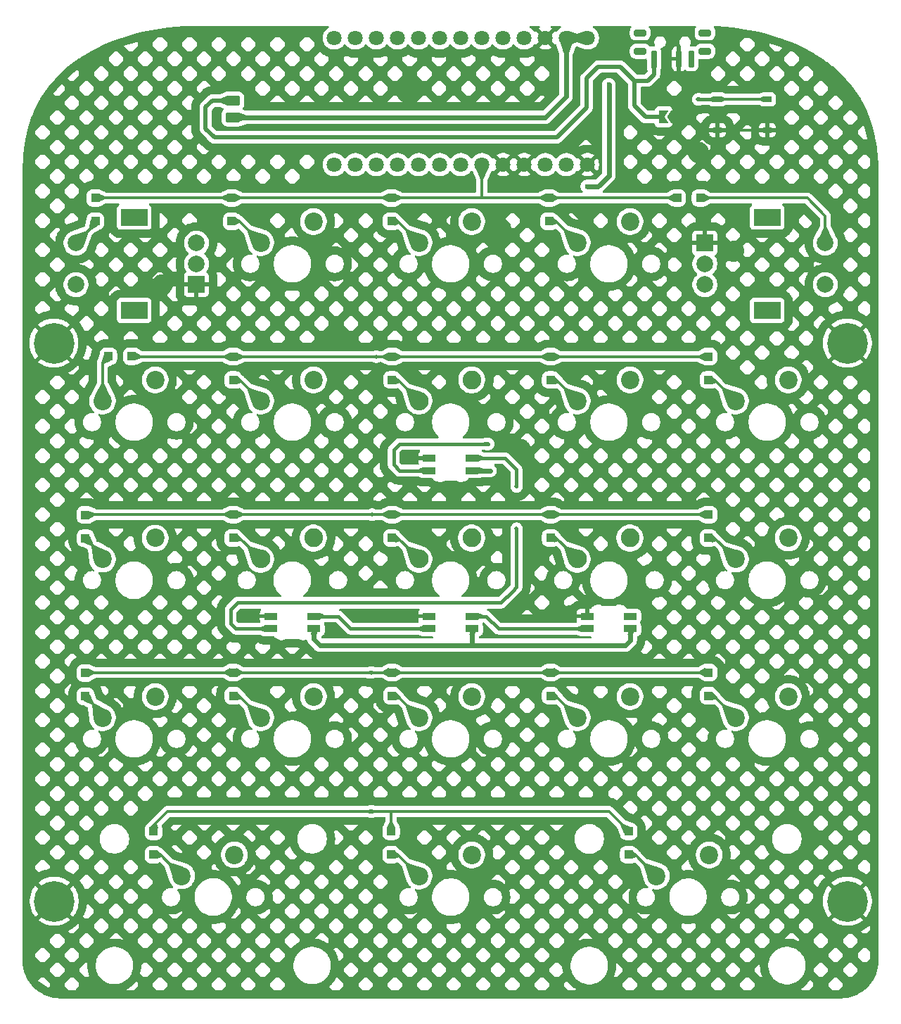
<source format=gbr>
%TF.GenerationSoftware,KiCad,Pcbnew,9.0.2*%
%TF.CreationDate,2025-05-27T10:03:14+01:00*%
%TF.ProjectId,PCB,5043422e-6b69-4636-9164-5f7063625858,1.0*%
%TF.SameCoordinates,Original*%
%TF.FileFunction,Copper,L2,Bot*%
%TF.FilePolarity,Positive*%
%FSLAX46Y46*%
G04 Gerber Fmt 4.6, Leading zero omitted, Abs format (unit mm)*
G04 Created by KiCad (PCBNEW 9.0.2) date 2025-05-27 10:03:14*
%MOMM*%
%LPD*%
G01*
G04 APERTURE LIST*
G04 Aperture macros list*
%AMRoundRect*
0 Rectangle with rounded corners*
0 $1 Rounding radius*
0 $2 $3 $4 $5 $6 $7 $8 $9 X,Y pos of 4 corners*
0 Add a 4 corners polygon primitive as box body*
4,1,4,$2,$3,$4,$5,$6,$7,$8,$9,$2,$3,0*
0 Add four circle primitives for the rounded corners*
1,1,$1+$1,$2,$3*
1,1,$1+$1,$4,$5*
1,1,$1+$1,$6,$7*
1,1,$1+$1,$8,$9*
0 Add four rect primitives between the rounded corners*
20,1,$1+$1,$2,$3,$4,$5,0*
20,1,$1+$1,$4,$5,$6,$7,0*
20,1,$1+$1,$6,$7,$8,$9,0*
20,1,$1+$1,$8,$9,$2,$3,0*%
%AMFreePoly0*
4,1,6,0.500000,-0.750000,-0.650000,-0.750000,-0.150000,0.000000,-0.650000,0.750000,0.500000,0.750000,0.500000,-0.750000,0.500000,-0.750000,$1*%
%AMFreePoly1*
4,1,6,1.000000,0.000000,0.500000,-0.750000,-0.500000,-0.750000,-0.500000,0.750000,0.500000,0.750000,1.000000,0.000000,1.000000,0.000000,$1*%
G04 Aperture macros list end*
%TA.AperFunction,ComponentPad*%
%ADD10C,2.200000*%
%TD*%
%TA.AperFunction,ComponentPad*%
%ADD11C,4.900000*%
%TD*%
%TA.AperFunction,SMDPad,CuDef*%
%ADD12RoundRect,0.082000X0.718000X-0.328000X0.718000X0.328000X-0.718000X0.328000X-0.718000X-0.328000X0*%
%TD*%
%TA.AperFunction,ComponentPad*%
%ADD13C,2.250000*%
%TD*%
%TA.AperFunction,ComponentPad*%
%ADD14O,2.250000X2.250000*%
%TD*%
%TA.AperFunction,ComponentPad*%
%ADD15R,2.000000X2.000000*%
%TD*%
%TA.AperFunction,ComponentPad*%
%ADD16C,2.000000*%
%TD*%
%TA.AperFunction,ComponentPad*%
%ADD17R,3.200000X2.000000*%
%TD*%
%TA.AperFunction,ComponentPad*%
%ADD18C,1.800000*%
%TD*%
%TA.AperFunction,SMDPad,CuDef*%
%ADD19RoundRect,0.250000X-0.300000X0.300000X-0.300000X-0.300000X0.300000X-0.300000X0.300000X0.300000X0*%
%TD*%
%TA.AperFunction,SMDPad,CuDef*%
%ADD20R,1.000000X0.700000*%
%TD*%
%TA.AperFunction,SMDPad,CuDef*%
%ADD21RoundRect,0.250000X-0.300000X-0.300000X0.300000X-0.300000X0.300000X0.300000X-0.300000X0.300000X0*%
%TD*%
%TA.AperFunction,SMDPad,CuDef*%
%ADD22RoundRect,0.250000X0.300000X0.300000X-0.300000X0.300000X-0.300000X-0.300000X0.300000X-0.300000X0*%
%TD*%
%TA.AperFunction,SMDPad,CuDef*%
%ADD23RoundRect,0.250000X-0.500000X-0.150000X0.500000X-0.150000X0.500000X0.150000X-0.500000X0.150000X0*%
%TD*%
%TA.AperFunction,SMDPad,CuDef*%
%ADD24RoundRect,0.125000X-0.225000X-0.875000X0.225000X-0.875000X0.225000X0.875000X-0.225000X0.875000X0*%
%TD*%
%TA.AperFunction,SMDPad,CuDef*%
%ADD25FreePoly0,180.000000*%
%TD*%
%TA.AperFunction,ComponentPad*%
%ADD26RoundRect,0.250000X-0.625000X0.350000X-0.625000X-0.350000X0.625000X-0.350000X0.625000X0.350000X0*%
%TD*%
%TA.AperFunction,SMDPad,CuDef*%
%ADD27FreePoly1,180.000000*%
%TD*%
%TA.AperFunction,ViaPad*%
%ADD28C,0.600000*%
%TD*%
%TA.AperFunction,ViaPad*%
%ADD29C,0.500000*%
%TD*%
%TA.AperFunction,Conductor*%
%ADD30C,0.500000*%
%TD*%
%TA.AperFunction,Conductor*%
%ADD31C,0.300000*%
%TD*%
%TA.AperFunction,Conductor*%
%ADD32C,0.200000*%
%TD*%
%TA.AperFunction,Conductor*%
%ADD33C,0.400000*%
%TD*%
%TA.AperFunction,Conductor*%
%ADD34C,0.600000*%
%TD*%
G04 APERTURE END LIST*
D10*
%TO.P,D3-D21,1*%
%TO.N,COL5*%
X114594146Y-62829183D03*
%TO.P,D3-D21,2*%
%TO.N,d-10*%
X108244146Y-65369183D03*
%TD*%
D11*
%TO.P,,*%
%TO.N,GND*%
X121710496Y-125546485D03*
%TD*%
D10*
%TO.P,D5-D15,1*%
%TO.N,COL3*%
X76494146Y-100929183D03*
%TO.P,D5-D15,2*%
%TO.N,d-18*%
X70144146Y-103469183D03*
%TD*%
%TO.P,D3-D14,1*%
%TO.N,COL1*%
X38394146Y-62829185D03*
%TO.P,D3-D14,2*%
%TO.N,d-6*%
X32044146Y-65369185D03*
%TD*%
%TO.P,D6-D14,1*%
%TO.N,COL1*%
X47918146Y-119961185D03*
%TO.P,D6-D14,2*%
%TO.N,d-21*%
X41568146Y-122501185D03*
%TD*%
D12*
%TO.P,D4-D15,1*%
%TO.N,VCC*%
X76542796Y-92756883D03*
%TO.P,D4-D15,2*%
%TO.N,LED4*%
X76542796Y-91256883D03*
%TO.P,D4-D15,3*%
%TO.N,GND*%
X71342796Y-91256883D03*
%TO.P,D4-D15,4*%
%TO.N,LED3*%
X71342796Y-92756883D03*
D13*
%TO.P,D4-D15,5*%
%TO.N,COL3*%
X76487796Y-81851883D03*
D14*
%TO.P,D4-D15,6*%
%TO.N,d-13*%
X70137796Y-84391885D03*
%TD*%
D10*
%TO.P,D5-D14,1*%
%TO.N,COL1*%
X38394146Y-100929185D03*
%TO.P,D5-D14,2*%
%TO.N,d-16*%
X32044146Y-103469185D03*
%TD*%
%TO.P,D6-D7,1*%
%TO.N,COL2*%
X76498146Y-119971185D03*
%TO.P,D6-D7,2*%
%TO.N,d-22*%
X70148146Y-122511185D03*
%TD*%
%TO.P,D2-D15,1*%
%TO.N,COL3*%
X76494146Y-43779183D03*
%TO.P,D2-D15,2*%
%TO.N,d-3*%
X70144146Y-46319183D03*
%TD*%
%TO.P,D4-D21,1*%
%TO.N,COL5*%
X114587796Y-81851883D03*
%TO.P,D4-D21,2*%
%TO.N,d-15*%
X108237796Y-84391883D03*
%TD*%
D15*
%TO.P,D2-D21,A*%
%TO.N,GND*%
X104550496Y-46366483D03*
D16*
%TO.P,D2-D21,B*%
%TO.N,ROTB_2*%
X104550496Y-51366483D03*
%TO.P,D2-D21,C*%
%TO.N,ROTB*%
X104550496Y-48866483D03*
D17*
%TO.P,D2-D21,MP*%
%TO.N,N/C*%
X112050496Y-43266483D03*
X112050496Y-54466483D03*
D16*
%TO.P,D2-D21,S1*%
%TO.N,COL5*%
X119050496Y-51366483D03*
%TO.P,D2-D21,S2*%
%TO.N,d-5*%
X119050496Y-46366483D03*
%TD*%
D18*
%TO.P,U1,1,P0.06/CS*%
%TO.N,LED1*%
X87890496Y-36936483D03*
%TO.P,U1,2,P0.08*%
%TO.N,N/C*%
X85350496Y-36936483D03*
%TO.P,U1,3,GND*%
%TO.N,GND*%
X82810496Y-36936483D03*
%TO.P,U1,4,GND*%
X80270496Y-36936483D03*
%TO.P,U1,5,P0.17/MOSI*%
%TO.N,ROW1*%
X77730496Y-36936483D03*
%TO.P,U1,6,P0.20/SCK*%
%TO.N,ROW2*%
X75190496Y-36936483D03*
%TO.P,U1,7,P0.22*%
%TO.N,ROW3*%
X72650496Y-36936483D03*
%TO.P,U1,8,P0.24*%
%TO.N,ROW4*%
X70110496Y-36936483D03*
%TO.P,U1,9,P1.00*%
%TO.N,ROW5*%
X67570496Y-36936483D03*
%TO.P,U1,10,P0.11*%
%TO.N,COL2*%
X65030496Y-36936483D03*
%TO.P,U1,11,P1.04-LF*%
%TO.N,ROTA*%
X62490496Y-36936483D03*
%TO.P,U1,12,P1.06-LF*%
%TO.N,ROTA_2*%
X59950496Y-36936483D03*
%TO.P,U1,13,RAW*%
%TO.N,BT+*%
X87890496Y-21696483D03*
%TO.P,U1,14,GND*%
%TO.N,GND*%
X85350496Y-21696483D03*
%TO.P,U1,15,RST*%
%TO.N,RESET*%
X82810496Y-21696483D03*
%TO.P,U1,16,3V3*%
%TO.N,VCC*%
X80270496Y-21696483D03*
%TO.P,U1,17,P0.31-LF*%
%TO.N,COL5*%
X77730496Y-21696483D03*
%TO.P,U1,18,P0.29-LF*%
%TO.N,ROTB*%
X75190496Y-21696483D03*
%TO.P,U1,19,P0.02-LF*%
%TO.N,ROTB_2*%
X72650496Y-21696483D03*
%TO.P,U1,21,P1.13-LF*%
%TO.N,COL3*%
X67570496Y-21696483D03*
%TO.P,U1,22,P1.11-LF*%
%TO.N,COL1*%
X65030496Y-21696483D03*
%TO.P,U1,23,P0-10-LF*%
%TO.N,N/C*%
X62490496Y-21696483D03*
%TO.P,U1,24,P0.09-LF*%
X59950496Y-21696483D03*
%TO.P,U1,25,RAW*%
%TO.N,BT+*%
X90430496Y-21696483D03*
%TO.P,U1,A0,P1.15-LF*%
%TO.N,COL4*%
X70110496Y-21696483D03*
%TO.P,U1,BAT-,GND*%
%TO.N,GND*%
X90430496Y-36936483D03*
%TD*%
D10*
%TO.P,D2-D18,1*%
%TO.N,COL4*%
X95544146Y-43779183D03*
%TO.P,D2-D18,2*%
%TO.N,d-4*%
X89194146Y-46319183D03*
%TD*%
D12*
%TO.P,D4-D7,1*%
%TO.N,VCC*%
X57486446Y-92756885D03*
%TO.P,D4-D7,2*%
%TO.N,LED3*%
X57486446Y-91256885D03*
%TO.P,D4-D7,3*%
%TO.N,GND*%
X52286446Y-91256885D03*
%TO.P,D4-D7,4*%
%TO.N,LED2*%
X52286446Y-92756885D03*
D13*
%TO.P,D4-D7,5*%
%TO.N,COL2*%
X57431446Y-81851885D03*
D14*
%TO.P,D4-D7,6*%
%TO.N,d-12*%
X51081446Y-84391887D03*
%TD*%
D10*
%TO.P,D4-D14,1*%
%TO.N,COL1*%
X38387796Y-81851885D03*
%TO.P,D4-D14,2*%
%TO.N,d-11*%
X32037796Y-84391885D03*
%TD*%
%TO.P,D2-D7,1*%
%TO.N,COL2*%
X57437796Y-43779185D03*
%TO.P,D2-D7,2*%
%TO.N,d-2*%
X51087796Y-46319185D03*
%TD*%
D12*
%TO.P,D3-D15,1*%
%TO.N,VCC*%
X76549146Y-73734183D03*
%TO.P,D3-D15,2*%
%TO.N,LED2*%
X76549146Y-72234183D03*
%TO.P,D3-D15,3*%
%TO.N,GND*%
X71349146Y-72234183D03*
%TO.P,D3-D15,4*%
%TO.N,LED1*%
X71349146Y-73734183D03*
D13*
%TO.P,D3-D15,5*%
%TO.N,COL3*%
X76494146Y-62829183D03*
D14*
%TO.P,D3-D15,6*%
%TO.N,d-8*%
X70144146Y-65369185D03*
%TD*%
D11*
%TO.P,,*%
%TO.N,GND*%
X121710496Y-58406483D03*
%TD*%
D10*
%TO.P,D5-D21,1*%
%TO.N,COL5*%
X114594146Y-100929183D03*
%TO.P,D5-D21,2*%
%TO.N,d-20*%
X108244146Y-103469183D03*
%TD*%
%TO.P,D3-D7,1*%
%TO.N,COL2*%
X57437796Y-62829185D03*
%TO.P,D3-D7,2*%
%TO.N,d-7*%
X51087796Y-65369185D03*
%TD*%
%TO.P,D3-D18,1*%
%TO.N,COL4*%
X95544146Y-62829183D03*
%TO.P,D3-D18,2*%
%TO.N,d-9*%
X89194146Y-65369183D03*
%TD*%
D11*
%TO.P,,*%
%TO.N,GND*%
X26230496Y-125546483D03*
%TD*%
D15*
%TO.P,D2-D14,A*%
%TO.N,GND*%
X43350496Y-51366483D03*
D16*
%TO.P,D2-D14,B*%
%TO.N,ROTA_2*%
X43350496Y-46366483D03*
%TO.P,D2-D14,C*%
%TO.N,ROTA*%
X43350496Y-48866483D03*
D17*
%TO.P,D2-D14,MP*%
%TO.N,N/C*%
X35850496Y-54466483D03*
X35850496Y-43266483D03*
D16*
%TO.P,D2-D14,S1*%
%TO.N,d-1*%
X28850496Y-46366483D03*
%TO.P,D2-D14,S2*%
%TO.N,COL1*%
X28850496Y-51366483D03*
%TD*%
D11*
%TO.P,,*%
%TO.N,GND*%
X26190496Y-58406481D03*
%TD*%
D10*
%TO.P,D6-D15,1*%
%TO.N,COL3*%
X105078146Y-119971185D03*
%TO.P,D6-D15,2*%
%TO.N,d-23*%
X98728146Y-122511185D03*
%TD*%
%TO.P,D5-D7,1*%
%TO.N,COL2*%
X57437796Y-100929185D03*
%TO.P,D5-D7,2*%
%TO.N,d-17*%
X51087796Y-103469185D03*
%TD*%
%TO.P,D5-D18,1*%
%TO.N,COL4*%
X95544146Y-100929183D03*
%TO.P,D5-D18,2*%
%TO.N,d-19*%
X89194146Y-103469183D03*
%TD*%
D12*
%TO.P,D4-D18,1*%
%TO.N,VCC*%
X95592796Y-92756883D03*
%TO.P,D4-D18,2*%
%TO.N,N/C*%
X95592796Y-91256883D03*
%TO.P,D4-D18,3*%
%TO.N,GND*%
X90392796Y-91256883D03*
%TO.P,D4-D18,4*%
%TO.N,LED4*%
X90392796Y-92756883D03*
D13*
%TO.P,D4-D18,5*%
%TO.N,COL4*%
X95537796Y-81851883D03*
D14*
%TO.P,D4-D18,6*%
%TO.N,d-14*%
X89187796Y-84391885D03*
%TD*%
D19*
%TO.P,SD9,1*%
%TO.N,ROW1*%
X66833496Y-40939483D03*
%TO.P,SD9,2*%
%TO.N,d-3*%
X66833496Y-43739483D03*
%TD*%
%TO.P,SD9,1*%
%TO.N,ROW5*%
X66790496Y-117136483D03*
%TO.P,SD9,2*%
%TO.N,d-22*%
X66790496Y-119936483D03*
%TD*%
%TO.P,SD9,1*%
%TO.N,ROW4*%
X104990496Y-98036483D03*
%TO.P,SD9,2*%
%TO.N,d-20*%
X104990496Y-100836483D03*
%TD*%
D20*
%TO.P,RESET,1*%
%TO.N,RESET*%
X112092996Y-29078483D03*
%TO.P,RESET,2*%
X106092996Y-29078483D03*
%TO.P,RESET,3*%
%TO.N,GND*%
X112092996Y-32778483D03*
%TO.P,RESET,4*%
X106092996Y-32778483D03*
%TD*%
D19*
%TO.P,SD9,1*%
%TO.N,ROW4*%
X85990496Y-98036483D03*
%TO.P,SD9,2*%
%TO.N,d-19*%
X85990496Y-100836483D03*
%TD*%
%TO.P,SD9,1*%
%TO.N,ROW1*%
X85790496Y-40936483D03*
%TO.P,SD9,2*%
%TO.N,d-4*%
X85790496Y-43736483D03*
%TD*%
D21*
%TO.P,SD9,1*%
%TO.N,ROW1*%
X101226996Y-40937483D03*
%TO.P,SD9,2*%
%TO.N,d-5*%
X104026996Y-40937483D03*
%TD*%
D19*
%TO.P,SD9,1*%
%TO.N,ROW2*%
X85990496Y-60036483D03*
%TO.P,SD9,2*%
%TO.N,d-9*%
X85990496Y-62836483D03*
%TD*%
%TO.P,SD9,1*%
%TO.N,ROW4*%
X29990496Y-98086483D03*
%TO.P,SD9,2*%
%TO.N,d-16*%
X29990496Y-100886483D03*
%TD*%
%TO.P,SD9,1*%
%TO.N,ROW2*%
X104990496Y-60036483D03*
%TO.P,SD9,2*%
%TO.N,d-10*%
X104990496Y-62836483D03*
%TD*%
D22*
%TO.P,SD9,1*%
%TO.N,ROW2*%
X35560996Y-59979483D03*
%TO.P,SD9,2*%
%TO.N,d-6*%
X32760996Y-59979483D03*
%TD*%
D19*
%TO.P,SD9,1*%
%TO.N,ROW1*%
X31190496Y-40936483D03*
%TO.P,SD9,2*%
%TO.N,d-1*%
X31190496Y-43736483D03*
%TD*%
%TO.P,SD9,1*%
%TO.N,ROW3*%
X104990496Y-79036483D03*
%TO.P,SD9,2*%
%TO.N,d-15*%
X104990496Y-81836483D03*
%TD*%
D23*
%TO.P,SW43,*%
%TO.N,*%
X96770000Y-21090000D03*
X96770000Y-23300000D03*
X104570000Y-21090000D03*
X104570000Y-23300000D03*
D24*
%TO.P,SW43,1*%
%TO.N,BT-*%
X98420000Y-24200000D03*
%TO.P,SW43,2*%
%TO.N,GND*%
X101420000Y-24200000D03*
%TO.P,SW43,3*%
%TO.N,N/C*%
X102920000Y-24200000D03*
%TD*%
D19*
%TO.P,SD9,1*%
%TO.N,ROW1*%
X47590496Y-40936483D03*
%TO.P,SD9,2*%
%TO.N,d-2*%
X47590496Y-43736483D03*
%TD*%
%TO.P,SD9,1*%
%TO.N,ROW2*%
X66890496Y-60036483D03*
%TO.P,SD9,2*%
%TO.N,d-8*%
X66890496Y-62836483D03*
%TD*%
%TO.P,SD9,1*%
%TO.N,ROW3*%
X47790496Y-79036483D03*
%TO.P,SD9,2*%
%TO.N,d-12*%
X47790496Y-81836483D03*
%TD*%
%TO.P,SD9,1*%
%TO.N,ROW3*%
X66890496Y-79036483D03*
%TO.P,SD9,2*%
%TO.N,d-13*%
X66890496Y-81836483D03*
%TD*%
%TO.P,SD9,1*%
%TO.N,ROW4*%
X47790496Y-98036483D03*
%TO.P,SD9,2*%
%TO.N,d-17*%
X47790496Y-100836483D03*
%TD*%
D25*
%TO.P,,*%
%TO.N,BT-*%
X99520000Y-31190000D03*
%TD*%
D19*
%TO.P,SD9,1*%
%TO.N,ROW5*%
X95390496Y-117136483D03*
%TO.P,SD9,2*%
%TO.N,d-23*%
X95390496Y-119936483D03*
%TD*%
%TO.P,SD9,1*%
%TO.N,ROW4*%
X66890496Y-98036483D03*
%TO.P,SD9,2*%
%TO.N,d-18*%
X66890496Y-100836483D03*
%TD*%
D26*
%TO.P,J2,1,Pin_1*%
%TO.N,BT-*%
X47740496Y-29236483D03*
%TO.P,J2,2,Pin_2*%
%TO.N,BT+*%
X47740496Y-31236483D03*
%TD*%
D19*
%TO.P,SD9,1*%
%TO.N,ROW3*%
X85990496Y-79036483D03*
%TO.P,SD9,2*%
%TO.N,d-14*%
X85990496Y-81836483D03*
%TD*%
%TO.P,SD9,1*%
%TO.N,ROW3*%
X29990496Y-79086483D03*
%TO.P,SD9,2*%
%TO.N,d-11*%
X29990496Y-81886483D03*
%TD*%
D27*
%TO.P,,2*%
%TO.N,GND*%
X100970001Y-31190001D03*
%TD*%
D19*
%TO.P,SD9,1*%
%TO.N,ROW5*%
X38190496Y-117136483D03*
%TO.P,SD9,2*%
%TO.N,d-21*%
X38190496Y-119936483D03*
%TD*%
%TO.P,SD9,1*%
%TO.N,ROW2*%
X47790496Y-60036483D03*
%TO.P,SD9,2*%
%TO.N,d-7*%
X47790496Y-62836483D03*
%TD*%
D28*
%TO.N,GND*%
X78863496Y-93509483D03*
X67300000Y-32290000D03*
X57243496Y-38879483D03*
D29*
X49590496Y-91256885D03*
X107996746Y-47342733D03*
D28*
X71333496Y-39339483D03*
D29*
X69010896Y-91256883D03*
D28*
X60063496Y-93159483D03*
X90990000Y-32580000D03*
D29*
X88210896Y-91256883D03*
D28*
X60226996Y-57962483D03*
X68833496Y-39369483D03*
D29*
X39190496Y-51436483D03*
D28*
X82313496Y-71189483D03*
X68693496Y-28169483D03*
D29*
X69090496Y-72236483D03*
D28*
X103800000Y-35460000D03*
X79940496Y-44686483D03*
D29*
%TO.N,ROW2*%
X64990496Y-60036483D03*
%TO.N,ROW3*%
X64490496Y-79036483D03*
%TO.N,ROW4*%
X64390496Y-98036483D03*
%TO.N,LED2*%
X81890496Y-80736483D03*
X81890496Y-75636483D03*
%TO.N,LED1*%
X78490496Y-70536483D03*
D28*
%TO.N,VCC*%
X92990496Y-27290000D03*
X90393496Y-39539483D03*
X78690496Y-73734183D03*
X82890496Y-94736483D03*
D29*
%TO.N,RESET*%
X103734996Y-29078483D03*
%TO.N,ROW5*%
X64390496Y-114736483D03*
%TD*%
D30*
%TO.N,GND*%
X90400496Y-36906483D02*
X90430496Y-36936483D01*
D31*
X68990496Y-91236483D02*
X69010896Y-91256883D01*
X90392796Y-91256883D02*
X88210896Y-91256883D01*
X71349146Y-72234183D02*
X69092796Y-72234183D01*
X112092996Y-32778483D02*
X106092996Y-32778483D01*
X71342796Y-91256883D02*
X69010896Y-91256883D01*
X52286446Y-91256885D02*
X49590496Y-91256885D01*
X69092796Y-72234183D02*
X69090496Y-72236483D01*
X88190496Y-91236483D02*
X88210896Y-91256883D01*
X49490496Y-91236483D02*
X49510898Y-91256885D01*
D30*
X85350496Y-21696483D02*
X85320496Y-21726483D01*
D31*
X49590496Y-91256885D02*
X49510898Y-91256885D01*
%TO.N,ROW1*%
X31190496Y-40936483D02*
X31490496Y-40636483D01*
D32*
X85890496Y-41036483D02*
X85790496Y-40936483D01*
D31*
X77690496Y-40936483D02*
X77890496Y-40936483D01*
X66833496Y-40939483D02*
X77887496Y-40939483D01*
X85964496Y-40962483D02*
X85890496Y-41036483D01*
X77887496Y-40939483D02*
X77890496Y-40936483D01*
X77730496Y-36936483D02*
X77700496Y-36966483D01*
X77700496Y-36966483D02*
X77700496Y-40926483D01*
X77700496Y-40926483D02*
X77690496Y-40936483D01*
X100790496Y-40936483D02*
X100940496Y-41086483D01*
X101240496Y-41036483D02*
X101166496Y-40962483D01*
X31190496Y-40936483D02*
X47590496Y-40936483D01*
X64393496Y-40939483D02*
X66833496Y-40939483D01*
X47590496Y-40936483D02*
X64390496Y-40936483D01*
X101166496Y-40962483D02*
X85964496Y-40962483D01*
X77890496Y-40936483D02*
X85790496Y-40936483D01*
X31490496Y-40636483D02*
X31590496Y-40636483D01*
X64390496Y-40936483D02*
X64393496Y-40939483D01*
%TO.N,ROW2*%
X47790496Y-60036483D02*
X66890496Y-60036483D01*
X47790496Y-60036483D02*
X35617996Y-60036483D01*
X66890496Y-60036483D02*
X85990496Y-60036483D01*
X35617996Y-60036483D02*
X35560996Y-59979483D01*
X85990496Y-60036483D02*
X104990496Y-60036483D01*
%TO.N,ROW3*%
X104990496Y-79036483D02*
X85990496Y-79036483D01*
X66890496Y-79036483D02*
X47790496Y-79036483D01*
X30040496Y-79036483D02*
X29990496Y-79086483D01*
X47790496Y-79036483D02*
X30040496Y-79036483D01*
X85990496Y-79036483D02*
X66890496Y-79036483D01*
%TO.N,ROW4*%
X64390496Y-98036483D02*
X66890496Y-98036483D01*
X30040496Y-98036483D02*
X29990496Y-98086483D01*
X85990496Y-98036483D02*
X104990496Y-98036483D01*
X47790496Y-98036483D02*
X64390496Y-98036483D01*
X47790496Y-98036483D02*
X30040496Y-98036483D01*
X66890496Y-98036483D02*
X85990496Y-98036483D01*
%TO.N,d-5*%
X119240496Y-46336483D02*
X119050496Y-46146483D01*
X103864496Y-40962483D02*
X103740496Y-41086483D01*
X119050496Y-46146483D02*
X119050496Y-43096483D01*
X116916496Y-40962483D02*
X103864496Y-40962483D01*
X119050496Y-43096483D02*
X116916496Y-40962483D01*
D30*
%TO.N,BT-*%
X94360000Y-25140000D02*
X96050000Y-26830000D01*
X98420000Y-26070000D02*
X98420000Y-24230000D01*
X47690496Y-29186483D02*
X47740496Y-29236483D01*
X96050000Y-29850000D02*
X97390000Y-31190000D01*
X97660000Y-26830000D02*
X98420000Y-26070000D01*
X90300000Y-30070000D02*
X90300000Y-26540000D01*
X90300000Y-26540000D02*
X91700000Y-25140000D01*
X45263517Y-29236483D02*
X44470000Y-30030000D01*
X86730000Y-33640000D02*
X90300000Y-30070000D01*
X97390000Y-31190000D02*
X98170000Y-31190000D01*
X99020000Y-31190000D02*
X98170000Y-31190000D01*
X44470000Y-32610000D02*
X45500000Y-33640000D01*
X98170000Y-31190000D02*
X97480000Y-31190000D01*
X91700000Y-25140000D02*
X94360000Y-25140000D01*
X45500000Y-33640000D02*
X86730000Y-33640000D01*
X96050000Y-26830000D02*
X97660000Y-26830000D01*
X47740496Y-29236483D02*
X45263517Y-29236483D01*
X96050000Y-29850000D02*
X96050000Y-26830000D01*
X44470000Y-30030000D02*
X44470000Y-32610000D01*
D31*
%TO.N,d-2*%
X51087796Y-46319185D02*
X48505094Y-43736483D01*
X48505094Y-43736483D02*
X47590496Y-43736483D01*
D33*
%TO.N,LED2*%
X47490496Y-92136483D02*
X48110898Y-92756885D01*
X47490496Y-90436483D02*
X47490496Y-92136483D01*
X80498196Y-72234183D02*
X81890496Y-73626483D01*
X48110898Y-92756885D02*
X52286446Y-92756885D01*
X81890496Y-73626483D02*
X81890496Y-75636483D01*
X57290496Y-89636483D02*
X48290496Y-89636483D01*
X76549146Y-72234183D02*
X80498196Y-72234183D01*
X81890496Y-87736483D02*
X81890496Y-80736483D01*
X81390496Y-88236483D02*
X81890496Y-87736483D01*
X79990496Y-89636483D02*
X81390496Y-88236483D01*
X57290496Y-89636483D02*
X79990496Y-89636483D01*
X48290496Y-89636483D02*
X47490496Y-90436483D01*
%TO.N,LED1*%
X67790496Y-70536483D02*
X78490496Y-70536483D01*
X67090496Y-71236483D02*
X67790496Y-70536483D01*
X67090496Y-73036483D02*
X67090496Y-71236483D01*
X71349146Y-73734183D02*
X67788196Y-73734183D01*
X67788196Y-73734183D02*
X67090496Y-73036483D01*
D31*
%TO.N,d-1*%
X28590496Y-46436483D02*
X28780496Y-46436483D01*
X31190496Y-44026483D02*
X31190496Y-43736483D01*
X28780496Y-46436483D02*
X31190496Y-44026483D01*
D33*
%TO.N,LED3*%
X60410898Y-91256885D02*
X61910896Y-92756883D01*
X57486446Y-91256885D02*
X60410898Y-91256885D01*
X61910896Y-92756883D02*
X71342796Y-92756883D01*
D34*
%TO.N,VCC*%
X57486446Y-94032433D02*
X57486446Y-92756885D01*
X82890496Y-94736483D02*
X94990496Y-94736483D01*
X76590496Y-94736483D02*
X82890496Y-94736483D01*
X94990496Y-94736483D02*
X95592796Y-94134183D01*
X92990496Y-27290000D02*
X92990496Y-38262483D01*
X76542796Y-92756883D02*
X76542796Y-94688783D01*
X92990496Y-38262483D02*
X91713496Y-39539483D01*
D30*
X76542796Y-94688783D02*
X76590496Y-94736483D01*
D34*
X95592796Y-94134183D02*
X95592796Y-92756883D01*
X58190496Y-94736483D02*
X57486446Y-94032433D01*
X76590496Y-94736483D02*
X58190496Y-94736483D01*
X91713496Y-39539483D02*
X90393496Y-39539483D01*
X78690496Y-73734183D02*
X76549146Y-73734183D01*
D31*
%TO.N,d-3*%
X67434446Y-43609483D02*
X66853496Y-43609483D01*
X70144146Y-46319183D02*
X67434446Y-43609483D01*
%TO.N,d-4*%
X89194146Y-46319183D02*
X86611446Y-43736483D01*
X86611446Y-43736483D02*
X85790496Y-43736483D01*
%TO.N,d-8*%
X70144146Y-65369185D02*
X67611444Y-62836483D01*
X67611444Y-62836483D02*
X66890496Y-62836483D01*
%TO.N,RESET*%
X112092996Y-29078483D02*
X106092996Y-29078483D01*
D33*
X103734996Y-29078483D02*
X106092996Y-29078483D01*
D31*
%TO.N,ROW5*%
X66790496Y-114736483D02*
X92990496Y-114736483D01*
X92990496Y-114736483D02*
X95390496Y-117136483D01*
X38190496Y-117136483D02*
X38190496Y-116436483D01*
X39890496Y-114736483D02*
X64390496Y-114736483D01*
X64390496Y-114736483D02*
X66790496Y-114736483D01*
X38190496Y-116436483D02*
X39890496Y-114736483D01*
X66790496Y-117136483D02*
X66790496Y-114736483D01*
D33*
%TO.N,LED4*%
X90392796Y-92756883D02*
X79710896Y-92756883D01*
X76542796Y-91256883D02*
X78210896Y-91256883D01*
X78210896Y-91256883D02*
X79710896Y-92756883D01*
D31*
%TO.N,d-6*%
X32044146Y-65369185D02*
X32044146Y-60696333D01*
X32044146Y-60696333D02*
X32760996Y-59979483D01*
%TO.N,d-9*%
X89194146Y-65369183D02*
X86661446Y-62836483D01*
X86661446Y-62836483D02*
X85990496Y-62836483D01*
%TO.N,d-10*%
X105711446Y-62836483D02*
X104990496Y-62836483D01*
X108244146Y-65369183D02*
X105711446Y-62836483D01*
%TO.N,d-7*%
X48555094Y-62836483D02*
X47790496Y-62836483D01*
X51087796Y-65369185D02*
X48555094Y-62836483D01*
%TO.N,d-16*%
X32044146Y-102940133D02*
X29990496Y-100886483D01*
D30*
X32044146Y-103469185D02*
X32044146Y-102940133D01*
D31*
%TO.N,d-17*%
X51087796Y-103469185D02*
X48455094Y-100836483D01*
X48455094Y-100836483D02*
X47790496Y-100836483D01*
D34*
%TO.N,BT+*%
X87860496Y-21696483D02*
X87860496Y-28739504D01*
X87860496Y-28739504D02*
X85363517Y-31236483D01*
X85363517Y-31236483D02*
X47740496Y-31236483D01*
X90430496Y-21696483D02*
X87860496Y-21696483D01*
D30*
%TO.N,d-11*%
X32037796Y-84391885D02*
X32037796Y-83933783D01*
D31*
X32037796Y-83933783D02*
X29990496Y-81886483D01*
%TO.N,d-12*%
X51081446Y-84391887D02*
X48526042Y-81836483D01*
X48526042Y-81836483D02*
X47790496Y-81836483D01*
%TO.N,d-13*%
X70137796Y-84391885D02*
X67582394Y-81836483D01*
X67582394Y-81836483D02*
X66890496Y-81836483D01*
%TO.N,d-18*%
X67511446Y-100836483D02*
X66890496Y-100836483D01*
X70144146Y-103469183D02*
X67511446Y-100836483D01*
%TO.N,d-19*%
X86561446Y-100836483D02*
X85990496Y-100836483D01*
X89194146Y-103469183D02*
X86561446Y-100836483D01*
%TO.N,d-21*%
X39003444Y-119936483D02*
X38190496Y-119936483D01*
X41568146Y-122501185D02*
X39003444Y-119936483D01*
%TO.N,d-22*%
X70148146Y-122511185D02*
X67573444Y-119936483D01*
X67573444Y-119936483D02*
X66790496Y-119936483D01*
%TO.N,d-23*%
X98728146Y-122511185D02*
X96153444Y-119936483D01*
X96153444Y-119936483D02*
X95390496Y-119936483D01*
%TO.N,d-15*%
X105682396Y-81836483D02*
X104990496Y-81836483D01*
X108237796Y-84391883D02*
X105682396Y-81836483D01*
%TO.N,d-20*%
X108244146Y-103469183D02*
X105611446Y-100836483D01*
X105611446Y-100836483D02*
X104990496Y-100836483D01*
%TO.N,d-14*%
X86632394Y-81836483D02*
X85990496Y-81836483D01*
X89187796Y-84391885D02*
X86632394Y-81836483D01*
%TD*%
%TA.AperFunction,Conductor*%
%TO.N,GND*%
G36*
X60136418Y-91977070D02*
G01*
X60157060Y-91993704D01*
X61464347Y-93300992D01*
X61464350Y-93300995D01*
X61533381Y-93347120D01*
X61536158Y-93348975D01*
X61579085Y-93377658D01*
X61579087Y-93377659D01*
X61579091Y-93377661D01*
X61706563Y-93430461D01*
X61706568Y-93430463D01*
X61706572Y-93430463D01*
X61706573Y-93430464D01*
X61841900Y-93457383D01*
X61841903Y-93457383D01*
X69988479Y-93457383D01*
X70038643Y-93467983D01*
X70383666Y-93620607D01*
X70383680Y-93620612D01*
X70383683Y-93620614D01*
X70412816Y-93632432D01*
X70414184Y-93632938D01*
X70431111Y-93637612D01*
X70441569Y-93640500D01*
X70456019Y-93645466D01*
X70472733Y-93652390D01*
X70487744Y-93654366D01*
X70490785Y-93654805D01*
X70498942Y-93656085D01*
X70504371Y-93656555D01*
X70516965Y-93658212D01*
X70586619Y-93667383D01*
X71724236Y-93667382D01*
X71791275Y-93687067D01*
X71823438Y-93716985D01*
X71823441Y-93716989D01*
X71838889Y-93737588D01*
X71863362Y-93803032D01*
X71848568Y-93871318D01*
X71799204Y-93920765D01*
X71739685Y-93935983D01*
X58573436Y-93935983D01*
X58506397Y-93916298D01*
X58485755Y-93899664D01*
X58404275Y-93818184D01*
X58370790Y-93756861D01*
X58375774Y-93687169D01*
X58417646Y-93631236D01*
X58444496Y-93615945D01*
X58498209Y-93593697D01*
X58619890Y-93500329D01*
X58713258Y-93378648D01*
X58771953Y-93236948D01*
X58786946Y-93123062D01*
X58786945Y-92390709D01*
X58786944Y-92390704D01*
X58771954Y-92276830D01*
X58771954Y-92276828D01*
X58771953Y-92276822D01*
X58713258Y-92135122D01*
X58713256Y-92135120D01*
X58713062Y-92134650D01*
X58705593Y-92065181D01*
X58736868Y-92002702D01*
X58777464Y-91973795D01*
X58790604Y-91967983D01*
X58840763Y-91957385D01*
X60069379Y-91957385D01*
X60136418Y-91977070D01*
G37*
%TD.AperFunction*%
%TA.AperFunction,Conductor*%
G36*
X77929344Y-91984536D02*
G01*
X77977866Y-92014510D01*
X78607202Y-92643845D01*
X79166782Y-93203425D01*
X79230339Y-93266982D01*
X79264355Y-93300998D01*
X79379078Y-93377654D01*
X79379085Y-93377658D01*
X79447809Y-93406124D01*
X79447810Y-93406125D01*
X79472148Y-93416205D01*
X79506567Y-93430463D01*
X79506576Y-93430464D01*
X79506577Y-93430465D01*
X79533441Y-93435808D01*
X79533447Y-93435809D01*
X79533487Y-93435817D01*
X79623833Y-93453788D01*
X79641902Y-93457383D01*
X79641903Y-93457383D01*
X89038479Y-93457383D01*
X89088643Y-93467983D01*
X89433666Y-93620607D01*
X89433680Y-93620612D01*
X89433683Y-93620614D01*
X89462816Y-93632432D01*
X89464184Y-93632938D01*
X89481111Y-93637612D01*
X89491569Y-93640500D01*
X89506019Y-93645466D01*
X89522733Y-93652390D01*
X89537744Y-93654366D01*
X89540785Y-93654805D01*
X89548942Y-93656085D01*
X89554371Y-93656555D01*
X89566965Y-93658212D01*
X89636619Y-93667383D01*
X90774236Y-93667382D01*
X90841275Y-93687067D01*
X90873438Y-93716985D01*
X90873441Y-93716989D01*
X90888889Y-93737588D01*
X90913362Y-93803032D01*
X90898568Y-93871318D01*
X90849204Y-93920765D01*
X90789685Y-93935983D01*
X77467296Y-93935983D01*
X77400257Y-93916298D01*
X77354502Y-93863494D01*
X77343296Y-93811983D01*
X77343296Y-93764057D01*
X77362981Y-93697018D01*
X77415785Y-93651263D01*
X77419812Y-93649509D01*
X77527160Y-93605044D01*
X77554557Y-93593696D01*
X77554557Y-93593695D01*
X77554559Y-93593695D01*
X77676240Y-93500327D01*
X77769608Y-93378646D01*
X77828303Y-93236946D01*
X77843296Y-93123060D01*
X77843295Y-92390707D01*
X77840588Y-92370147D01*
X77828304Y-92276828D01*
X77828303Y-92276820D01*
X77775623Y-92149643D01*
X77768155Y-92080175D01*
X77799430Y-92017696D01*
X77859519Y-91982043D01*
X77929344Y-91984536D01*
G37*
%TD.AperFunction*%
%TA.AperFunction,Conductor*%
G36*
X51104626Y-90356668D02*
G01*
X51150381Y-90409472D01*
X51160325Y-90478630D01*
X51135963Y-90536470D01*
X51060067Y-90635377D01*
X51060067Y-90635378D01*
X51001427Y-90776949D01*
X51001425Y-90776954D01*
X50986446Y-90890738D01*
X50986446Y-91006885D01*
X52162446Y-91006885D01*
X52229485Y-91026570D01*
X52275240Y-91079374D01*
X52286446Y-91130885D01*
X52286446Y-91382885D01*
X52266761Y-91449924D01*
X52213957Y-91495679D01*
X52162446Y-91506885D01*
X50986446Y-91506885D01*
X50986446Y-91623031D01*
X51001425Y-91736815D01*
X51001427Y-91736820D01*
X51060285Y-91878917D01*
X51067754Y-91948386D01*
X51036479Y-92010865D01*
X50995896Y-92039765D01*
X50982299Y-92045781D01*
X50932127Y-92056385D01*
X48452417Y-92056385D01*
X48385378Y-92036700D01*
X48364736Y-92020066D01*
X48227315Y-91882645D01*
X48193830Y-91821322D01*
X48190996Y-91794964D01*
X48190996Y-90778002D01*
X48210681Y-90710963D01*
X48227315Y-90690321D01*
X48544334Y-90373302D01*
X48605657Y-90339817D01*
X48632015Y-90336983D01*
X51037587Y-90336983D01*
X51104626Y-90356668D01*
G37*
%TD.AperFunction*%
%TA.AperFunction,Conductor*%
G36*
X70160975Y-90356668D02*
G01*
X70206730Y-90409472D01*
X70216674Y-90478630D01*
X70192311Y-90536470D01*
X70116420Y-90635370D01*
X70116417Y-90635376D01*
X70057777Y-90776947D01*
X70057775Y-90776952D01*
X70042796Y-90890736D01*
X70042796Y-91006883D01*
X71218796Y-91006883D01*
X71285835Y-91026568D01*
X71331590Y-91079372D01*
X71342796Y-91130883D01*
X71342796Y-91382883D01*
X71323111Y-91449922D01*
X71270307Y-91495677D01*
X71218796Y-91506883D01*
X70042796Y-91506883D01*
X70042796Y-91623029D01*
X70057775Y-91736813D01*
X70057777Y-91736818D01*
X70116635Y-91878915D01*
X70124104Y-91948384D01*
X70092829Y-92010863D01*
X70052246Y-92039763D01*
X70038649Y-92045779D01*
X69988477Y-92056383D01*
X62252415Y-92056383D01*
X62185376Y-92036698D01*
X62164734Y-92020064D01*
X60857444Y-90712773D01*
X60857443Y-90712772D01*
X60742705Y-90636107D01*
X60615230Y-90583306D01*
X60615219Y-90583303D01*
X60611684Y-90582600D01*
X60610003Y-90581720D01*
X60609394Y-90581536D01*
X60609429Y-90581420D01*
X60549773Y-90550216D01*
X60515199Y-90489500D01*
X60518938Y-90419731D01*
X60559804Y-90363058D01*
X60624822Y-90337477D01*
X60635875Y-90336983D01*
X70093936Y-90336983D01*
X70160975Y-90356668D01*
G37*
%TD.AperFunction*%
%TA.AperFunction,Conductor*%
G36*
X70248972Y-71256668D02*
G01*
X70294727Y-71309472D01*
X70304671Y-71378630D01*
X70275646Y-71442186D01*
X70257420Y-71459358D01*
X70216061Y-71491094D01*
X70122767Y-71612675D01*
X70122767Y-71612676D01*
X70064127Y-71754247D01*
X70064125Y-71754252D01*
X70049146Y-71868036D01*
X70049146Y-71984183D01*
X71225146Y-71984183D01*
X71292185Y-72003868D01*
X71337940Y-72056672D01*
X71349146Y-72108183D01*
X71349146Y-72360183D01*
X71329461Y-72427222D01*
X71276657Y-72472977D01*
X71225146Y-72484183D01*
X70049146Y-72484183D01*
X70049146Y-72600329D01*
X70064125Y-72714113D01*
X70064127Y-72714118D01*
X70122985Y-72856215D01*
X70130454Y-72925684D01*
X70099179Y-72988163D01*
X70058596Y-73017063D01*
X70044999Y-73023079D01*
X69994827Y-73033683D01*
X68129715Y-73033683D01*
X68062676Y-73013998D01*
X68042034Y-72997364D01*
X67827315Y-72782645D01*
X67793830Y-72721322D01*
X67790996Y-72694964D01*
X67790996Y-71578001D01*
X67810681Y-71510962D01*
X67827315Y-71490320D01*
X68044333Y-71273302D01*
X68105656Y-71239817D01*
X68132014Y-71236983D01*
X70181933Y-71236983D01*
X70248972Y-71256668D01*
G37*
%TD.AperFunction*%
%TA.AperFunction,Conductor*%
G36*
X59280601Y-20256668D02*
G01*
X59326356Y-20309472D01*
X59336300Y-20378630D01*
X59307275Y-20442186D01*
X59269858Y-20471467D01*
X59222822Y-20495433D01*
X59216470Y-20498670D01*
X59038137Y-20628235D01*
X59038132Y-20628239D01*
X58882252Y-20784119D01*
X58882248Y-20784124D01*
X58752683Y-20962457D01*
X58652600Y-21158876D01*
X58652599Y-21158879D01*
X58584481Y-21368530D01*
X58554116Y-21560250D01*
X58549996Y-21586261D01*
X58549996Y-21806705D01*
X58550537Y-21810121D01*
X58584481Y-22024435D01*
X58652599Y-22234086D01*
X58652600Y-22234089D01*
X58720618Y-22367579D01*
X58747625Y-22420583D01*
X58752683Y-22430508D01*
X58882248Y-22608841D01*
X58882252Y-22608846D01*
X59038132Y-22764726D01*
X59038137Y-22764730D01*
X59128894Y-22830668D01*
X59216474Y-22894298D01*
X59303992Y-22938891D01*
X59412889Y-22994378D01*
X59412892Y-22994379D01*
X59517717Y-23028438D01*
X59622545Y-23062498D01*
X59840274Y-23096983D01*
X59840275Y-23096983D01*
X60060717Y-23096983D01*
X60060718Y-23096983D01*
X60278447Y-23062498D01*
X60488102Y-22994378D01*
X60684518Y-22894298D01*
X60862861Y-22764725D01*
X61018738Y-22608848D01*
X61056198Y-22557289D01*
X61120178Y-22469228D01*
X61175507Y-22426562D01*
X61245121Y-22420583D01*
X61306916Y-22453188D01*
X61320814Y-22469228D01*
X61422248Y-22608841D01*
X61422252Y-22608846D01*
X61578132Y-22764726D01*
X61578137Y-22764730D01*
X61668894Y-22830668D01*
X61756474Y-22894298D01*
X61843992Y-22938891D01*
X61952889Y-22994378D01*
X61952892Y-22994379D01*
X62057717Y-23028438D01*
X62162545Y-23062498D01*
X62380274Y-23096983D01*
X62380275Y-23096983D01*
X62600717Y-23096983D01*
X62600718Y-23096983D01*
X62818447Y-23062498D01*
X63028102Y-22994378D01*
X63224518Y-22894298D01*
X63402861Y-22764725D01*
X63558738Y-22608848D01*
X63596198Y-22557289D01*
X63660178Y-22469228D01*
X63715507Y-22426562D01*
X63785121Y-22420583D01*
X63846916Y-22453188D01*
X63860814Y-22469228D01*
X63962248Y-22608841D01*
X63962252Y-22608846D01*
X64118132Y-22764726D01*
X64118137Y-22764730D01*
X64208894Y-22830668D01*
X64296474Y-22894298D01*
X64383992Y-22938891D01*
X64492889Y-22994378D01*
X64492892Y-22994379D01*
X64597717Y-23028438D01*
X64702545Y-23062498D01*
X64920274Y-23096983D01*
X64920275Y-23096983D01*
X65140717Y-23096983D01*
X65140718Y-23096983D01*
X65358447Y-23062498D01*
X65568102Y-22994378D01*
X65764518Y-22894298D01*
X65942861Y-22764725D01*
X66098738Y-22608848D01*
X66136198Y-22557289D01*
X66200178Y-22469228D01*
X66255507Y-22426562D01*
X66325121Y-22420583D01*
X66386916Y-22453188D01*
X66400814Y-22469228D01*
X66502248Y-22608841D01*
X66502252Y-22608846D01*
X66658132Y-22764726D01*
X66658137Y-22764730D01*
X66748894Y-22830668D01*
X66836474Y-22894298D01*
X66923992Y-22938891D01*
X67032889Y-22994378D01*
X67032892Y-22994379D01*
X67137717Y-23028438D01*
X67242545Y-23062498D01*
X67460274Y-23096983D01*
X67460275Y-23096983D01*
X67680717Y-23096983D01*
X67680718Y-23096983D01*
X67898447Y-23062498D01*
X68108102Y-22994378D01*
X68304518Y-22894298D01*
X68482861Y-22764725D01*
X68638738Y-22608848D01*
X68676198Y-22557289D01*
X68740178Y-22469228D01*
X68795507Y-22426562D01*
X68865121Y-22420583D01*
X68926916Y-22453188D01*
X68940814Y-22469228D01*
X69042248Y-22608841D01*
X69042252Y-22608846D01*
X69198132Y-22764726D01*
X69198137Y-22764730D01*
X69288894Y-22830668D01*
X69376474Y-22894298D01*
X69463992Y-22938891D01*
X69572889Y-22994378D01*
X69572892Y-22994379D01*
X69677717Y-23028438D01*
X69782545Y-23062498D01*
X70000274Y-23096983D01*
X70000275Y-23096983D01*
X70220717Y-23096983D01*
X70220718Y-23096983D01*
X70438447Y-23062498D01*
X70648102Y-22994378D01*
X70844518Y-22894298D01*
X71022861Y-22764725D01*
X71178738Y-22608848D01*
X71216198Y-22557289D01*
X71280178Y-22469228D01*
X71335507Y-22426562D01*
X71405121Y-22420583D01*
X71466916Y-22453188D01*
X71480814Y-22469228D01*
X71582248Y-22608841D01*
X71582252Y-22608846D01*
X71738132Y-22764726D01*
X71738137Y-22764730D01*
X71828894Y-22830668D01*
X71916474Y-22894298D01*
X72003992Y-22938891D01*
X72112889Y-22994378D01*
X72112892Y-22994379D01*
X72217717Y-23028438D01*
X72322545Y-23062498D01*
X72540274Y-23096983D01*
X72540275Y-23096983D01*
X72760717Y-23096983D01*
X72760718Y-23096983D01*
X72978447Y-23062498D01*
X73188102Y-22994378D01*
X73384518Y-22894298D01*
X73562861Y-22764725D01*
X73718738Y-22608848D01*
X73756198Y-22557289D01*
X73820178Y-22469228D01*
X73875507Y-22426562D01*
X73945121Y-22420583D01*
X74006916Y-22453188D01*
X74020814Y-22469228D01*
X74122248Y-22608841D01*
X74122252Y-22608846D01*
X74278132Y-22764726D01*
X74278137Y-22764730D01*
X74368894Y-22830668D01*
X74456474Y-22894298D01*
X74543992Y-22938891D01*
X74652889Y-22994378D01*
X74652892Y-22994379D01*
X74757717Y-23028438D01*
X74862545Y-23062498D01*
X75080274Y-23096983D01*
X75080275Y-23096983D01*
X75300717Y-23096983D01*
X75300718Y-23096983D01*
X75518447Y-23062498D01*
X75728102Y-22994378D01*
X75924518Y-22894298D01*
X76102861Y-22764725D01*
X76258738Y-22608848D01*
X76296198Y-22557289D01*
X76360178Y-22469228D01*
X76415507Y-22426562D01*
X76485121Y-22420583D01*
X76546916Y-22453188D01*
X76560814Y-22469228D01*
X76662248Y-22608841D01*
X76662252Y-22608846D01*
X76818132Y-22764726D01*
X76818137Y-22764730D01*
X76908894Y-22830668D01*
X76996474Y-22894298D01*
X77083992Y-22938891D01*
X77192889Y-22994378D01*
X77192892Y-22994379D01*
X77297717Y-23028438D01*
X77402545Y-23062498D01*
X77620274Y-23096983D01*
X77620275Y-23096983D01*
X77840717Y-23096983D01*
X77840718Y-23096983D01*
X78058447Y-23062498D01*
X78268102Y-22994378D01*
X78464518Y-22894298D01*
X78642861Y-22764725D01*
X78798738Y-22608848D01*
X78836198Y-22557289D01*
X78900178Y-22469228D01*
X78955507Y-22426562D01*
X79025121Y-22420583D01*
X79086916Y-22453188D01*
X79100814Y-22469228D01*
X79202248Y-22608841D01*
X79202252Y-22608846D01*
X79358132Y-22764726D01*
X79358137Y-22764730D01*
X79448894Y-22830668D01*
X79536474Y-22894298D01*
X79623992Y-22938891D01*
X79732889Y-22994378D01*
X79732892Y-22994379D01*
X79837717Y-23028438D01*
X79942545Y-23062498D01*
X80160274Y-23096983D01*
X80160275Y-23096983D01*
X80380717Y-23096983D01*
X80380718Y-23096983D01*
X80598447Y-23062498D01*
X80808102Y-22994378D01*
X81004518Y-22894298D01*
X81182861Y-22764725D01*
X81338738Y-22608848D01*
X81376198Y-22557289D01*
X81440178Y-22469228D01*
X81495507Y-22426562D01*
X81565121Y-22420583D01*
X81626916Y-22453188D01*
X81640814Y-22469228D01*
X81742248Y-22608841D01*
X81742252Y-22608846D01*
X81898132Y-22764726D01*
X81898137Y-22764730D01*
X81988894Y-22830668D01*
X82076474Y-22894298D01*
X82163992Y-22938891D01*
X82272889Y-22994378D01*
X82272892Y-22994379D01*
X82377717Y-23028438D01*
X82482545Y-23062498D01*
X82700274Y-23096983D01*
X82700275Y-23096983D01*
X82920717Y-23096983D01*
X82920718Y-23096983D01*
X83138447Y-23062498D01*
X83348102Y-22994378D01*
X83544518Y-22894298D01*
X83722861Y-22764725D01*
X83878738Y-22608848D01*
X83980487Y-22468800D01*
X84035816Y-22426136D01*
X84105429Y-22420157D01*
X84167225Y-22452762D01*
X84181124Y-22468802D01*
X84199428Y-22493996D01*
X84867533Y-21825891D01*
X84884571Y-21889476D01*
X84950397Y-22003490D01*
X85043489Y-22096582D01*
X85157503Y-22162408D01*
X85221086Y-22179445D01*
X84552981Y-22847548D01*
X84552981Y-22847549D01*
X84616739Y-22893871D01*
X84813085Y-22993915D01*
X85022660Y-23062009D01*
X85240315Y-23096483D01*
X85460677Y-23096483D01*
X85678331Y-23062009D01*
X85887906Y-22993915D01*
X86084256Y-22893869D01*
X86148009Y-22847549D01*
X86148010Y-22847549D01*
X85479905Y-22179445D01*
X85543489Y-22162408D01*
X85657503Y-22096582D01*
X85750595Y-22003490D01*
X85816421Y-21889476D01*
X85833458Y-21825893D01*
X86501562Y-22493997D01*
X86513914Y-22493024D01*
X86542755Y-22470784D01*
X86612368Y-22464803D01*
X86674164Y-22497407D01*
X86705006Y-22546007D01*
X86886097Y-23072569D01*
X87046642Y-23539393D01*
X87053255Y-23558620D01*
X87059996Y-23598947D01*
X87059996Y-28356564D01*
X87040311Y-28423603D01*
X87023677Y-28444245D01*
X85068258Y-30399664D01*
X85006935Y-30433149D01*
X84980577Y-30435983D01*
X49342351Y-30435983D01*
X49299069Y-30428184D01*
X48959810Y-30301817D01*
X48903858Y-30259970D01*
X48879412Y-30194516D01*
X48894234Y-30126237D01*
X48915409Y-30097937D01*
X48958208Y-30055139D01*
X49050310Y-29905817D01*
X49105495Y-29739280D01*
X49115996Y-29636492D01*
X49115996Y-29315259D01*
X52249460Y-29315259D01*
X52249460Y-29437983D01*
X53981359Y-29437983D01*
X53981359Y-29315259D01*
X55784994Y-29315259D01*
X55784994Y-29437983D01*
X57516893Y-29437983D01*
X57516893Y-29315259D01*
X59320527Y-29315259D01*
X59320527Y-29437983D01*
X61052426Y-29437983D01*
X61052426Y-29315259D01*
X62856061Y-29315259D01*
X62856061Y-29437983D01*
X64587960Y-29437983D01*
X64587960Y-29315259D01*
X66391595Y-29315259D01*
X66391595Y-29437983D01*
X68123494Y-29437983D01*
X68123494Y-29315259D01*
X69927129Y-29315259D01*
X69927129Y-29437983D01*
X71659028Y-29437983D01*
X71659028Y-29315259D01*
X73462663Y-29315259D01*
X73462663Y-29437983D01*
X75194562Y-29437983D01*
X75194562Y-29315259D01*
X76998197Y-29315259D01*
X76998197Y-29437983D01*
X78730096Y-29437983D01*
X78730096Y-29315259D01*
X80533731Y-29315259D01*
X80533731Y-29437983D01*
X82265630Y-29437983D01*
X82265630Y-29315259D01*
X84069265Y-29315259D01*
X84069265Y-29437983D01*
X84618555Y-29437983D01*
X85271221Y-28785316D01*
X85131340Y-28645435D01*
X84739089Y-28645435D01*
X84069265Y-29315259D01*
X82265630Y-29315259D01*
X81595806Y-28645435D01*
X81203555Y-28645435D01*
X80533731Y-29315259D01*
X78730096Y-29315259D01*
X78060272Y-28645435D01*
X77668021Y-28645435D01*
X76998197Y-29315259D01*
X75194562Y-29315259D01*
X74524738Y-28645435D01*
X74132487Y-28645435D01*
X73462663Y-29315259D01*
X71659028Y-29315259D01*
X70989204Y-28645435D01*
X70596953Y-28645435D01*
X69927129Y-29315259D01*
X68123494Y-29315259D01*
X68114552Y-29306317D01*
X67925380Y-29197099D01*
X67899699Y-29177393D01*
X67685586Y-28963280D01*
X67665880Y-28937599D01*
X67556660Y-28748425D01*
X67453670Y-28645435D01*
X67061419Y-28645435D01*
X66391595Y-29315259D01*
X64587960Y-29315259D01*
X63918136Y-28645435D01*
X63525886Y-28645435D01*
X62856061Y-29315259D01*
X61052426Y-29315259D01*
X60382602Y-28645435D01*
X59990352Y-28645435D01*
X59320527Y-29315259D01*
X57516893Y-29315259D01*
X56847068Y-28645435D01*
X56454818Y-28645435D01*
X55784994Y-29315259D01*
X53981359Y-29315259D01*
X53311535Y-28645435D01*
X52919284Y-28645435D01*
X52249460Y-29315259D01*
X49115996Y-29315259D01*
X49115995Y-28836475D01*
X49105495Y-28733686D01*
X49050310Y-28567149D01*
X48958208Y-28417827D01*
X48834152Y-28293771D01*
X48684830Y-28201669D01*
X48518293Y-28146484D01*
X48518291Y-28146483D01*
X48415506Y-28135983D01*
X47065494Y-28135983D01*
X47065477Y-28135984D01*
X46962699Y-28146483D01*
X46962692Y-28146485D01*
X46841867Y-28186522D01*
X46836025Y-28188300D01*
X46810217Y-28195462D01*
X46171896Y-28475534D01*
X46122074Y-28485983D01*
X45189593Y-28485983D01*
X45160759Y-28491717D01*
X45160760Y-28491718D01*
X45044610Y-28514822D01*
X45044600Y-28514825D01*
X44964598Y-28547962D01*
X44964599Y-28547963D01*
X44908022Y-28571398D01*
X44850899Y-28609567D01*
X44833790Y-28620999D01*
X44825889Y-28626278D01*
X44785102Y-28653530D01*
X44785098Y-28653533D01*
X43887052Y-29551578D01*
X43887049Y-29551581D01*
X43853854Y-29601261D01*
X43853855Y-29601262D01*
X43804913Y-29674508D01*
X43748343Y-29811082D01*
X43748340Y-29811092D01*
X43719500Y-29956079D01*
X43719500Y-29956082D01*
X43719500Y-32683918D01*
X43719500Y-32683920D01*
X43719499Y-32683920D01*
X43748340Y-32828907D01*
X43748343Y-32828917D01*
X43804913Y-32965490D01*
X43804914Y-32965491D01*
X43804916Y-32965495D01*
X43811210Y-32974914D01*
X43811211Y-32974917D01*
X43887046Y-33088414D01*
X43887052Y-33088421D01*
X44579580Y-33780948D01*
X45021584Y-34222952D01*
X45039311Y-34234796D01*
X45091311Y-34269542D01*
X45091312Y-34269542D01*
X45144498Y-34305080D01*
X45144511Y-34305087D01*
X45231185Y-34340988D01*
X45281087Y-34361658D01*
X45281091Y-34361658D01*
X45281092Y-34361659D01*
X45426079Y-34390500D01*
X45426082Y-34390500D01*
X86803920Y-34390500D01*
X86901462Y-34371096D01*
X86948913Y-34361658D01*
X87085495Y-34305084D01*
X87085501Y-34305080D01*
X87138688Y-34269542D01*
X87138689Y-34269542D01*
X87190865Y-34234678D01*
X87208416Y-34222952D01*
X90882951Y-30548416D01*
X90965084Y-30425495D01*
X91021658Y-30288913D01*
X91043483Y-30179195D01*
X91050500Y-30143920D01*
X91050500Y-26902230D01*
X91070185Y-26835191D01*
X91086819Y-26814549D01*
X91974549Y-25926819D01*
X92035872Y-25893334D01*
X92062230Y-25890500D01*
X93997770Y-25890500D01*
X94064809Y-25910185D01*
X94085451Y-25926819D01*
X95263181Y-27104549D01*
X95296666Y-27165872D01*
X95299500Y-27192230D01*
X95299500Y-29923918D01*
X95299500Y-29923920D01*
X95299499Y-29923920D01*
X95328340Y-30068907D01*
X95328342Y-30068913D01*
X95384916Y-30205495D01*
X95385742Y-30206731D01*
X95385753Y-30206764D01*
X95385761Y-30206759D01*
X95466147Y-30327068D01*
X95467051Y-30328420D01*
X95467052Y-30328421D01*
X96807049Y-31668416D01*
X96864291Y-31725658D01*
X96911585Y-31772952D01*
X97034498Y-31855080D01*
X97034511Y-31855087D01*
X97156990Y-31905819D01*
X97171087Y-31911658D01*
X97171091Y-31911658D01*
X97171092Y-31911659D01*
X97316079Y-31940500D01*
X97316082Y-31940500D01*
X97406082Y-31940500D01*
X98096082Y-31940500D01*
X98405843Y-31940500D01*
X98472882Y-31960185D01*
X98518637Y-32012989D01*
X98524819Y-32029562D01*
X98556209Y-32136466D01*
X98560182Y-32149994D01*
X98637967Y-32271030D01*
X98637971Y-32271034D01*
X98714080Y-32336983D01*
X98746706Y-32365254D01*
X98787174Y-32383735D01*
X98877580Y-32425023D01*
X98877583Y-32425023D01*
X98877584Y-32425024D01*
X99020000Y-32445500D01*
X99020003Y-32445500D01*
X100169998Y-32445500D01*
X100170000Y-32445500D01*
X100170002Y-32445499D01*
X100170021Y-32445499D01*
X100250330Y-32439076D01*
X100250332Y-32439075D01*
X100250338Y-32439075D01*
X100387689Y-32396226D01*
X100507405Y-32316415D01*
X100599786Y-32206110D01*
X100657348Y-32074246D01*
X100663008Y-32029564D01*
X100675429Y-31931509D01*
X100672234Y-31911659D01*
X100652562Y-31789454D01*
X100590601Y-31659599D01*
X100323389Y-31258782D01*
X100302582Y-31192084D01*
X100321137Y-31124723D01*
X100323390Y-31121217D01*
X100348851Y-31083026D01*
X103514701Y-31083026D01*
X103514701Y-31475277D01*
X104128695Y-32089271D01*
X104135311Y-32061271D01*
X104137328Y-32053788D01*
X104150938Y-32008919D01*
X104153417Y-32001579D01*
X104227026Y-31804222D01*
X104230415Y-31796042D01*
X104252673Y-31747306D01*
X104256634Y-31739392D01*
X104290811Y-31676802D01*
X104295329Y-31669188D01*
X104324293Y-31624121D01*
X104329341Y-31616851D01*
X104458239Y-31444667D01*
X104463792Y-31437776D01*
X104498872Y-31397291D01*
X104504904Y-31390812D01*
X104555325Y-31340391D01*
X104561804Y-31334359D01*
X104602289Y-31299279D01*
X104609180Y-31293726D01*
X104781364Y-31164828D01*
X104788634Y-31159780D01*
X104833701Y-31130816D01*
X104841315Y-31126298D01*
X104903905Y-31092121D01*
X104911819Y-31088160D01*
X104960555Y-31065902D01*
X104968735Y-31062513D01*
X105075444Y-31022713D01*
X107110547Y-31022713D01*
X107217257Y-31062513D01*
X107225437Y-31065902D01*
X107274173Y-31088160D01*
X107282087Y-31092121D01*
X107344677Y-31126298D01*
X107352291Y-31130816D01*
X107397358Y-31159780D01*
X107404628Y-31164828D01*
X107576812Y-31293726D01*
X107583703Y-31299279D01*
X107624188Y-31334359D01*
X107630667Y-31340391D01*
X107681088Y-31390812D01*
X107687120Y-31397291D01*
X107722200Y-31437776D01*
X107727753Y-31444667D01*
X107856651Y-31616851D01*
X107861699Y-31624121D01*
X107890663Y-31669188D01*
X107895181Y-31676802D01*
X107929358Y-31739392D01*
X107933319Y-31747306D01*
X107955577Y-31796042D01*
X107958966Y-31804222D01*
X108032575Y-32001579D01*
X108035054Y-32008919D01*
X108048664Y-32053788D01*
X108050681Y-32061271D01*
X108065024Y-32121982D01*
X108066568Y-32129567D01*
X108069228Y-32145101D01*
X108112310Y-32145101D01*
X108782134Y-31475277D01*
X108782134Y-31083026D01*
X114121303Y-31083026D01*
X114121303Y-31475277D01*
X114791127Y-32145101D01*
X115183378Y-32145101D01*
X115853202Y-31475277D01*
X115853202Y-31083026D01*
X117656837Y-31083026D01*
X117656837Y-31475277D01*
X118326661Y-32145101D01*
X118718912Y-32145101D01*
X119388736Y-31475277D01*
X119388736Y-31083026D01*
X121192371Y-31083026D01*
X121192371Y-31475277D01*
X121862195Y-32145101D01*
X122254446Y-32145101D01*
X122924270Y-31475277D01*
X122924270Y-31083026D01*
X122254446Y-30413202D01*
X121862195Y-30413202D01*
X121192371Y-31083026D01*
X119388736Y-31083026D01*
X118718912Y-30413202D01*
X118326661Y-30413202D01*
X117656837Y-31083026D01*
X115853202Y-31083026D01*
X115183378Y-30413202D01*
X114791127Y-30413202D01*
X114121303Y-31083026D01*
X108782134Y-31083026D01*
X108426091Y-30726983D01*
X107406278Y-30726983D01*
X107110547Y-31022713D01*
X105075444Y-31022713D01*
X105156176Y-30992602D01*
X104953930Y-30790356D01*
X104922725Y-30776983D01*
X104355489Y-30776983D01*
X103928011Y-30820261D01*
X103923582Y-30820630D01*
X103920188Y-30820851D01*
X103882382Y-30824577D01*
X103876306Y-30825026D01*
X103839512Y-30826834D01*
X103833426Y-30826983D01*
X103770744Y-30826983D01*
X103514701Y-31083026D01*
X100348851Y-31083026D01*
X100590601Y-30720401D01*
X100629819Y-30649992D01*
X100670355Y-30511940D01*
X100670355Y-30368060D01*
X100629819Y-30230008D01*
X100584652Y-30159727D01*
X100552032Y-30108969D01*
X100552028Y-30108965D01*
X100443299Y-30014750D01*
X100443297Y-30014748D01*
X100443294Y-30014746D01*
X100443290Y-30014744D01*
X100312419Y-29954976D01*
X100312414Y-29954975D01*
X100170000Y-29934500D01*
X99020000Y-29934500D01*
X99019997Y-29934500D01*
X98948059Y-29939644D01*
X98810005Y-29980182D01*
X98688969Y-30057967D01*
X98688965Y-30057971D01*
X98594750Y-30166700D01*
X98594744Y-30166709D01*
X98534976Y-30297580D01*
X98534975Y-30297585D01*
X98529863Y-30333146D01*
X98500838Y-30396702D01*
X98442061Y-30434477D01*
X98407125Y-30439500D01*
X97752229Y-30439500D01*
X97685190Y-30419815D01*
X97664548Y-30403181D01*
X96836819Y-29575451D01*
X96803334Y-29514128D01*
X96800500Y-29487770D01*
X96800500Y-29152403D01*
X102984495Y-29152403D01*
X103013336Y-29297390D01*
X103013339Y-29297400D01*
X103069908Y-29433971D01*
X103069915Y-29433984D01*
X103152044Y-29556898D01*
X103152047Y-29556902D01*
X103256576Y-29661431D01*
X103256580Y-29661434D01*
X103379494Y-29743563D01*
X103379507Y-29743570D01*
X103482016Y-29786030D01*
X103516083Y-29800141D01*
X103516087Y-29800141D01*
X103516088Y-29800142D01*
X103661075Y-29828983D01*
X103661078Y-29828983D01*
X103808908Y-29828983D01*
X103808914Y-29828983D01*
X103814965Y-29827778D01*
X103840799Y-29825781D01*
X103840796Y-29825672D01*
X103843098Y-29825604D01*
X103844375Y-29825505D01*
X103845223Y-29825541D01*
X103988042Y-29811082D01*
X104270562Y-29782480D01*
X104270578Y-29782477D01*
X104270587Y-29782477D01*
X104289530Y-29780015D01*
X104305505Y-29778983D01*
X105102119Y-29778983D01*
X105150965Y-29789009D01*
X105387892Y-29890549D01*
X105411239Y-29899006D01*
X105442358Y-29910280D01*
X105442360Y-29910280D01*
X105442370Y-29910284D01*
X105444935Y-29911050D01*
X105452903Y-29912494D01*
X105474113Y-29918322D01*
X105485513Y-29922574D01*
X105531905Y-29927561D01*
X105537540Y-29928167D01*
X105546410Y-29929447D01*
X105553619Y-29930753D01*
X105554987Y-29931002D01*
X105577503Y-29929324D01*
X105586714Y-29928982D01*
X106640867Y-29928982D01*
X106640868Y-29928982D01*
X106700479Y-29922574D01*
X106835327Y-29872279D01*
X106835332Y-29872274D01*
X106843113Y-29868027D01*
X106843178Y-29868146D01*
X106846508Y-29866126D01*
X106846380Y-29865902D01*
X107057397Y-29745321D01*
X107118918Y-29728983D01*
X111067073Y-29728983D01*
X111128594Y-29745321D01*
X111335753Y-29863698D01*
X111335758Y-29863700D01*
X111335764Y-29863704D01*
X111335770Y-29863706D01*
X111337649Y-29864676D01*
X111343832Y-29868547D01*
X111350659Y-29872274D01*
X111350665Y-29872279D01*
X111361790Y-29876428D01*
X111364990Y-29877622D01*
X111373714Y-29881260D01*
X111414441Y-29900101D01*
X111418202Y-29901463D01*
X111433817Y-29904757D01*
X111451525Y-29909897D01*
X111485513Y-29922574D01*
X111545123Y-29928983D01*
X111545136Y-29928982D01*
X111546011Y-29929077D01*
X111554226Y-29930383D01*
X111555727Y-29930483D01*
X111555728Y-29930484D01*
X111555728Y-29930483D01*
X111555729Y-29930484D01*
X111569648Y-29929447D01*
X111571286Y-29929324D01*
X111580499Y-29928982D01*
X112640867Y-29928982D01*
X112640868Y-29928982D01*
X112700479Y-29922574D01*
X112835327Y-29872279D01*
X112950542Y-29786029D01*
X113036792Y-29670814D01*
X113087087Y-29535966D01*
X113093496Y-29476356D01*
X113093496Y-29315259D01*
X115889070Y-29315259D01*
X115889070Y-29707510D01*
X116558894Y-30377334D01*
X116951145Y-30377334D01*
X117620969Y-29707510D01*
X117620969Y-29315259D01*
X119424604Y-29315259D01*
X119424604Y-29707510D01*
X120094428Y-30377334D01*
X120486679Y-30377334D01*
X121156503Y-29707510D01*
X121156503Y-29315259D01*
X120486679Y-28645435D01*
X120094428Y-28645435D01*
X119424604Y-29315259D01*
X117620969Y-29315259D01*
X116951145Y-28645435D01*
X116558894Y-28645435D01*
X115889070Y-29315259D01*
X113093496Y-29315259D01*
X113093495Y-28680611D01*
X113087087Y-28621000D01*
X113070345Y-28576113D01*
X113036793Y-28486154D01*
X113036789Y-28486147D01*
X112950543Y-28370938D01*
X112950540Y-28370935D01*
X112835331Y-28284689D01*
X112835324Y-28284685D01*
X112700478Y-28234391D01*
X112700479Y-28234391D01*
X112640879Y-28227984D01*
X112640877Y-28227983D01*
X112640869Y-28227983D01*
X112640860Y-28227983D01*
X111545125Y-28227983D01*
X111545119Y-28227984D01*
X111485512Y-28234391D01*
X111399649Y-28266417D01*
X111350665Y-28284687D01*
X111350664Y-28284687D01*
X111350663Y-28284688D01*
X111342881Y-28288937D01*
X111342818Y-28288821D01*
X111339484Y-28290844D01*
X111339610Y-28291064D01*
X111335767Y-28293260D01*
X111139809Y-28405236D01*
X111128593Y-28411645D01*
X111067072Y-28427983D01*
X107118918Y-28427983D01*
X107057397Y-28411645D01*
X107046181Y-28405236D01*
X106998489Y-28377983D01*
X106850233Y-28293265D01*
X106848342Y-28292290D01*
X106842149Y-28288413D01*
X106835320Y-28284683D01*
X106821010Y-28279346D01*
X106812283Y-28275707D01*
X106771556Y-28256866D01*
X106771550Y-28256864D01*
X106767804Y-28255507D01*
X106767797Y-28255505D01*
X106752169Y-28252206D01*
X106734454Y-28247063D01*
X106700481Y-28234392D01*
X106700479Y-28234391D01*
X106640029Y-28227892D01*
X106631789Y-28226583D01*
X106630290Y-28226482D01*
X106615691Y-28227569D01*
X106614724Y-28227641D01*
X106605526Y-28227983D01*
X105617088Y-28227983D01*
X105600929Y-28226925D01*
X105590696Y-28225580D01*
X105589875Y-28225472D01*
X105589874Y-28225472D01*
X105589753Y-28225473D01*
X105580932Y-28225579D01*
X105580918Y-28225580D01*
X105545772Y-28227892D01*
X105526859Y-28229136D01*
X105526855Y-28229136D01*
X105520855Y-28230129D01*
X105520820Y-28229919D01*
X105512254Y-28231516D01*
X105485512Y-28234391D01*
X105435302Y-28253119D01*
X105424101Y-28256701D01*
X105387901Y-28266413D01*
X105387889Y-28266417D01*
X105150965Y-28367957D01*
X105102119Y-28377983D01*
X104299828Y-28377983D01*
X104275009Y-28374943D01*
X104274957Y-28375248D01*
X104270589Y-28374488D01*
X103845230Y-28331424D01*
X103823043Y-28329820D01*
X103810862Y-28328174D01*
X103808915Y-28327983D01*
X103808914Y-28327983D01*
X103661078Y-28327983D01*
X103661076Y-28327983D01*
X103516088Y-28356823D01*
X103516078Y-28356826D01*
X103379507Y-28413395D01*
X103379494Y-28413402D01*
X103256580Y-28495531D01*
X103256576Y-28495534D01*
X103152047Y-28600063D01*
X103152044Y-28600067D01*
X103069915Y-28722981D01*
X103069908Y-28722994D01*
X103013339Y-28859565D01*
X103013336Y-28859575D01*
X102984496Y-29004562D01*
X102984496Y-29004565D01*
X102984496Y-29152401D01*
X102984496Y-29152403D01*
X102984495Y-29152403D01*
X96800500Y-29152403D01*
X96800500Y-27704500D01*
X96820185Y-27637461D01*
X96872989Y-27591706D01*
X96924500Y-27580500D01*
X97733920Y-27580500D01*
X97831462Y-27561096D01*
X97878913Y-27551658D01*
X97888971Y-27547492D01*
X99979167Y-27547492D01*
X99979167Y-27939742D01*
X100648992Y-28609567D01*
X101041242Y-28609567D01*
X101711066Y-27939743D01*
X101711066Y-27547492D01*
X114121303Y-27547492D01*
X114121303Y-27939743D01*
X114791127Y-28609567D01*
X115183378Y-28609567D01*
X115853202Y-27939743D01*
X115853202Y-27547492D01*
X117656837Y-27547492D01*
X117656837Y-27939743D01*
X118326661Y-28609567D01*
X118718912Y-28609567D01*
X119388736Y-27939743D01*
X119388736Y-27547492D01*
X118718912Y-26877668D01*
X118326661Y-26877668D01*
X117656837Y-27547492D01*
X115853202Y-27547492D01*
X115183378Y-26877668D01*
X114791127Y-26877668D01*
X114121303Y-27547492D01*
X101711066Y-27547492D01*
X101531097Y-27367523D01*
X107230202Y-27367523D01*
X107274446Y-27387731D01*
X107282364Y-27391695D01*
X107344948Y-27425873D01*
X107351875Y-27429983D01*
X108664625Y-27429983D01*
X108112310Y-26877668D01*
X107720059Y-26877668D01*
X107230202Y-27367523D01*
X101531097Y-27367523D01*
X101041242Y-26877668D01*
X100648992Y-26877668D01*
X99979167Y-27547492D01*
X97888971Y-27547492D01*
X98015495Y-27495084D01*
X98064729Y-27462186D01*
X98138416Y-27412952D01*
X99002951Y-26548416D01*
X99085084Y-26425495D01*
X99141658Y-26288913D01*
X99170500Y-26143918D01*
X99170500Y-25996083D01*
X99170500Y-25779725D01*
X105282468Y-25779725D01*
X105282468Y-26171976D01*
X105952292Y-26841800D01*
X106344543Y-26841800D01*
X107014367Y-26171976D01*
X107014367Y-25779725D01*
X108818002Y-25779725D01*
X108818002Y-26171976D01*
X109487826Y-26841800D01*
X109880077Y-26841800D01*
X110549901Y-26171976D01*
X110549901Y-25779725D01*
X112353536Y-25779725D01*
X112353536Y-26171976D01*
X113023360Y-26841800D01*
X113415611Y-26841800D01*
X114085435Y-26171976D01*
X114085435Y-25779725D01*
X115889070Y-25779725D01*
X115889070Y-26171976D01*
X116558894Y-26841800D01*
X116951145Y-26841800D01*
X117620969Y-26171976D01*
X117620969Y-25779725D01*
X116951145Y-25109901D01*
X116558894Y-25109901D01*
X115889070Y-25779725D01*
X114085435Y-25779725D01*
X113415611Y-25109901D01*
X113023360Y-25109901D01*
X112353536Y-25779725D01*
X110549901Y-25779725D01*
X109880077Y-25109901D01*
X109487826Y-25109901D01*
X108818002Y-25779725D01*
X107014367Y-25779725D01*
X106344543Y-25109901D01*
X105952292Y-25109901D01*
X105282468Y-25779725D01*
X99170500Y-25779725D01*
X99170500Y-25639543D01*
X99173192Y-25613847D01*
X99254312Y-25230890D01*
X99254397Y-25229635D01*
X99254815Y-25227276D01*
X99254914Y-25226573D01*
X99254939Y-25226576D01*
X99259030Y-25203497D01*
X99267709Y-25173627D01*
X99270500Y-25138163D01*
X99270500Y-25138118D01*
X100570000Y-25138118D01*
X100572788Y-25173547D01*
X100572789Y-25173553D01*
X100616843Y-25325185D01*
X100616844Y-25325188D01*
X100697226Y-25461108D01*
X100697232Y-25461116D01*
X100808883Y-25572767D01*
X100808891Y-25572773D01*
X100944811Y-25653155D01*
X100944814Y-25653156D01*
X101096446Y-25697210D01*
X101096452Y-25697211D01*
X101131881Y-25699999D01*
X101131894Y-25700000D01*
X101170000Y-25700000D01*
X101170000Y-24450000D01*
X100570000Y-24450000D01*
X100570000Y-25138118D01*
X99270500Y-25138118D01*
X99270499Y-23261881D01*
X100570000Y-23261881D01*
X100570000Y-23950000D01*
X101170000Y-23950000D01*
X101170000Y-22700000D01*
X101131881Y-22700000D01*
X101096452Y-22702788D01*
X101096446Y-22702789D01*
X100944814Y-22746843D01*
X100944811Y-22746844D01*
X100808891Y-22827226D01*
X100808883Y-22827232D01*
X100697232Y-22938883D01*
X100697226Y-22938891D01*
X100616844Y-23074811D01*
X100616843Y-23074814D01*
X100572789Y-23226446D01*
X100572788Y-23226452D01*
X100570000Y-23261881D01*
X99270499Y-23261881D01*
X99270499Y-23261838D01*
X99267709Y-23226373D01*
X99223618Y-23074610D01*
X99216879Y-23063216D01*
X99199697Y-22995497D01*
X99221855Y-22929234D01*
X99276320Y-22885469D01*
X99299421Y-22878480D01*
X99374328Y-22863580D01*
X99501811Y-22810775D01*
X99616542Y-22734114D01*
X99714114Y-22636542D01*
X99790775Y-22521811D01*
X99843580Y-22394328D01*
X99870500Y-22258995D01*
X101469499Y-22258995D01*
X101496418Y-22394322D01*
X101496421Y-22394332D01*
X101549221Y-22521804D01*
X101549228Y-22521817D01*
X101625540Y-22636025D01*
X101625886Y-22636542D01*
X101633679Y-22644335D01*
X101667165Y-22705655D01*
X101670000Y-22732018D01*
X101670000Y-25700000D01*
X101708106Y-25700000D01*
X101708118Y-25699999D01*
X101743547Y-25697211D01*
X101743553Y-25697210D01*
X101895185Y-25653156D01*
X101895188Y-25653155D01*
X102031108Y-25572773D01*
X102031116Y-25572767D01*
X102081964Y-25521919D01*
X102143287Y-25488433D01*
X102212979Y-25493417D01*
X102257327Y-25521918D01*
X102308574Y-25573165D01*
X102308578Y-25573168D01*
X102308580Y-25573170D01*
X102444610Y-25653618D01*
X102596373Y-25697709D01*
X102631837Y-25700500D01*
X103208162Y-25700499D01*
X103243627Y-25697709D01*
X103395390Y-25653618D01*
X103531420Y-25573170D01*
X103643170Y-25461420D01*
X103723618Y-25325390D01*
X103767709Y-25173627D01*
X103770500Y-25138163D01*
X103770499Y-24311947D01*
X103790183Y-24244909D01*
X103842987Y-24199154D01*
X103910454Y-24189453D01*
X103910469Y-24189311D01*
X103911038Y-24189369D01*
X103912146Y-24189210D01*
X103915699Y-24189845D01*
X103917201Y-24189998D01*
X103917203Y-24189999D01*
X104019991Y-24200500D01*
X105120008Y-24200499D01*
X105120016Y-24200498D01*
X105120019Y-24200498D01*
X105176302Y-24194748D01*
X105222797Y-24189999D01*
X105389334Y-24134814D01*
X105538656Y-24042712D01*
X105569410Y-24011958D01*
X107050235Y-24011958D01*
X107050235Y-24404209D01*
X107720059Y-25074033D01*
X108112310Y-25074033D01*
X108782134Y-24404209D01*
X108782134Y-24011958D01*
X110585769Y-24011958D01*
X110585769Y-24404209D01*
X111255593Y-25074033D01*
X111647844Y-25074033D01*
X112317668Y-24404209D01*
X112317668Y-24011958D01*
X114121303Y-24011958D01*
X114121303Y-24404209D01*
X114791127Y-25074033D01*
X115183378Y-25074033D01*
X115853202Y-24404209D01*
X115853202Y-24011958D01*
X115277484Y-23436240D01*
X115226249Y-23412313D01*
X115058384Y-23342134D01*
X114791127Y-23342134D01*
X114121303Y-24011958D01*
X112317668Y-24011958D01*
X111647844Y-23342134D01*
X111255593Y-23342134D01*
X110585769Y-24011958D01*
X108782134Y-24011958D01*
X108112310Y-23342134D01*
X107720059Y-23342134D01*
X107050235Y-24011958D01*
X105569410Y-24011958D01*
X105662712Y-23918656D01*
X105754814Y-23769334D01*
X105809999Y-23602797D01*
X105820500Y-23500009D01*
X105820499Y-23099992D01*
X105818279Y-23078263D01*
X105809999Y-22997203D01*
X105809998Y-22997200D01*
X105790676Y-22938891D01*
X105754814Y-22830666D01*
X105662712Y-22681344D01*
X105538656Y-22557288D01*
X105389334Y-22465186D01*
X105222797Y-22410001D01*
X105222795Y-22410000D01*
X105120010Y-22399500D01*
X104019998Y-22399500D01*
X104019980Y-22399501D01*
X103917203Y-22410000D01*
X103917200Y-22410001D01*
X103750668Y-22465185D01*
X103750663Y-22465187D01*
X103601345Y-22557287D01*
X103477285Y-22681346D01*
X103472810Y-22687007D01*
X103470543Y-22685215D01*
X103428335Y-22723132D01*
X103359365Y-22734311D01*
X103340223Y-22730354D01*
X103243627Y-22702291D01*
X103243625Y-22702290D01*
X103243620Y-22702290D01*
X103208170Y-22699500D01*
X103208163Y-22699500D01*
X102902680Y-22699500D01*
X102835641Y-22679815D01*
X102789886Y-22627011D01*
X102779942Y-22557853D01*
X102789738Y-22527976D01*
X102788444Y-22527440D01*
X102841437Y-22399501D01*
X102843580Y-22394328D01*
X102870500Y-22258993D01*
X102870500Y-22244190D01*
X108818002Y-22244190D01*
X108818002Y-22636442D01*
X109487826Y-23306266D01*
X109880077Y-23306266D01*
X110549901Y-22636442D01*
X112353536Y-22636442D01*
X113023360Y-23306266D01*
X113415611Y-23306266D01*
X113856810Y-22865066D01*
X113551154Y-22751288D01*
X112656183Y-22456756D01*
X112353536Y-22369508D01*
X112353536Y-22636442D01*
X110549901Y-22636442D01*
X110549901Y-22244191D01*
X110116998Y-21811288D01*
X109781003Y-21739943D01*
X109391091Y-21671100D01*
X108818002Y-22244190D01*
X102870500Y-22244190D01*
X102870500Y-22121007D01*
X102870500Y-22121004D01*
X102843581Y-21985677D01*
X102843580Y-21985676D01*
X102843580Y-21985672D01*
X102818371Y-21924812D01*
X102790778Y-21858195D01*
X102790771Y-21858182D01*
X102714114Y-21743458D01*
X102714111Y-21743454D01*
X102616545Y-21645888D01*
X102616541Y-21645885D01*
X102501817Y-21569228D01*
X102501804Y-21569221D01*
X102374332Y-21516421D01*
X102374322Y-21516418D01*
X102238995Y-21489500D01*
X102238993Y-21489500D01*
X102101007Y-21489500D01*
X102101005Y-21489500D01*
X101965677Y-21516418D01*
X101965667Y-21516421D01*
X101838195Y-21569221D01*
X101838182Y-21569228D01*
X101723458Y-21645885D01*
X101723454Y-21645888D01*
X101625888Y-21743454D01*
X101625885Y-21743458D01*
X101549228Y-21858182D01*
X101549221Y-21858195D01*
X101496421Y-21985667D01*
X101496418Y-21985677D01*
X101469500Y-22121004D01*
X101469500Y-22121007D01*
X101469500Y-22258993D01*
X101469500Y-22258995D01*
X101469499Y-22258995D01*
X99870500Y-22258995D01*
X99870500Y-22258993D01*
X99870500Y-22121007D01*
X99870500Y-22121004D01*
X99843581Y-21985677D01*
X99843580Y-21985676D01*
X99843580Y-21985672D01*
X99818371Y-21924812D01*
X99790778Y-21858195D01*
X99790771Y-21858182D01*
X99714114Y-21743458D01*
X99714111Y-21743454D01*
X99616545Y-21645888D01*
X99616541Y-21645885D01*
X99501817Y-21569228D01*
X99501804Y-21569221D01*
X99374332Y-21516421D01*
X99374322Y-21516418D01*
X99238995Y-21489500D01*
X99238993Y-21489500D01*
X99101007Y-21489500D01*
X99101005Y-21489500D01*
X98965677Y-21516418D01*
X98965667Y-21516421D01*
X98838195Y-21569221D01*
X98838182Y-21569228D01*
X98723458Y-21645885D01*
X98723454Y-21645888D01*
X98625888Y-21743454D01*
X98625885Y-21743458D01*
X98549228Y-21858182D01*
X98549221Y-21858195D01*
X98496421Y-21985667D01*
X98496418Y-21985677D01*
X98469500Y-22121004D01*
X98469500Y-22121007D01*
X98469500Y-22258993D01*
X98469500Y-22258995D01*
X98469499Y-22258995D01*
X98496418Y-22394322D01*
X98496421Y-22394332D01*
X98551556Y-22527440D01*
X98549057Y-22528475D01*
X98560920Y-22585447D01*
X98535922Y-22650691D01*
X98479617Y-22692063D01*
X98437320Y-22699500D01*
X98131849Y-22699500D01*
X98131824Y-22699501D01*
X98096375Y-22702290D01*
X97999779Y-22730354D01*
X97929910Y-22730154D01*
X97871240Y-22692211D01*
X97867345Y-22686890D01*
X97867193Y-22687011D01*
X97862711Y-22681343D01*
X97738657Y-22557289D01*
X97738656Y-22557288D01*
X97589334Y-22465186D01*
X97422797Y-22410001D01*
X97422795Y-22410000D01*
X97320010Y-22399500D01*
X96219998Y-22399500D01*
X96219980Y-22399501D01*
X96117203Y-22410000D01*
X96117200Y-22410001D01*
X95950668Y-22465185D01*
X95950663Y-22465187D01*
X95801342Y-22557289D01*
X95677289Y-22681342D01*
X95585187Y-22830663D01*
X95585185Y-22830668D01*
X95564242Y-22893871D01*
X95530001Y-22997203D01*
X95530001Y-22997204D01*
X95530000Y-22997204D01*
X95519500Y-23099983D01*
X95519500Y-23500001D01*
X95519501Y-23500019D01*
X95530000Y-23602796D01*
X95530001Y-23602799D01*
X95565378Y-23709559D01*
X95585186Y-23769334D01*
X95677288Y-23918656D01*
X95801344Y-24042712D01*
X95950666Y-24134814D01*
X96117203Y-24189999D01*
X96219991Y-24200500D01*
X97320008Y-24200499D01*
X97320016Y-24200498D01*
X97320019Y-24200498D01*
X97429533Y-24189311D01*
X97429752Y-24191462D01*
X97489204Y-24195905D01*
X97545003Y-24237954D01*
X97569212Y-24303496D01*
X97569500Y-24311948D01*
X97569500Y-25138150D01*
X97569501Y-25138175D01*
X97572290Y-25173625D01*
X97572291Y-25173627D01*
X97580966Y-25203489D01*
X97585060Y-25226576D01*
X97585085Y-25226573D01*
X97585176Y-25227228D01*
X97585599Y-25229611D01*
X97585685Y-25230881D01*
X97585687Y-25230893D01*
X97641297Y-25493417D01*
X97664847Y-25604593D01*
X97666808Y-25613848D01*
X97669500Y-25639544D01*
X97669500Y-25707770D01*
X97649815Y-25774809D01*
X97633181Y-25795451D01*
X97385451Y-26043181D01*
X97324128Y-26076666D01*
X97297770Y-26079500D01*
X96412230Y-26079500D01*
X96345191Y-26059815D01*
X96324549Y-26043181D01*
X94838421Y-24557052D01*
X94838414Y-24557046D01*
X94764729Y-24507812D01*
X94764729Y-24507813D01*
X94715491Y-24474913D01*
X94578917Y-24418343D01*
X94578907Y-24418340D01*
X94433920Y-24389500D01*
X94433918Y-24389500D01*
X91626082Y-24389500D01*
X91626080Y-24389500D01*
X91481092Y-24418340D01*
X91481086Y-24418342D01*
X91344508Y-24474914D01*
X91344496Y-24474921D01*
X91295269Y-24507813D01*
X91221588Y-24557044D01*
X91221580Y-24557050D01*
X89717047Y-26061584D01*
X89717045Y-26061586D01*
X89705077Y-26079500D01*
X89689012Y-26103544D01*
X89673744Y-26126395D01*
X89634914Y-26184507D01*
X89578343Y-26321082D01*
X89578340Y-26321092D01*
X89549500Y-26466079D01*
X89549500Y-29707770D01*
X89529815Y-29774809D01*
X89513181Y-29795451D01*
X86455451Y-32853181D01*
X86394128Y-32886666D01*
X86367770Y-32889500D01*
X45862230Y-32889500D01*
X45795191Y-32869815D01*
X45774549Y-32853181D01*
X45256819Y-32335451D01*
X45223334Y-32274128D01*
X45220500Y-32247770D01*
X45220500Y-30392229D01*
X45240185Y-30325190D01*
X45256819Y-30304548D01*
X45538065Y-30023302D01*
X45599388Y-29989817D01*
X45625746Y-29986983D01*
X46122076Y-29986983D01*
X46171897Y-29997431D01*
X46541793Y-30159727D01*
X46595273Y-30204689D01*
X46615956Y-30271427D01*
X46597275Y-30338753D01*
X46579652Y-30360959D01*
X46522783Y-30417828D01*
X46430683Y-30567146D01*
X46430681Y-30567151D01*
X46423311Y-30589393D01*
X46375497Y-30733686D01*
X46375497Y-30733687D01*
X46375496Y-30733687D01*
X46364996Y-30836466D01*
X46364996Y-31636484D01*
X46364997Y-31636502D01*
X46375496Y-31739279D01*
X46375497Y-31739282D01*
X46430681Y-31905814D01*
X46430683Y-31905819D01*
X46455389Y-31945873D01*
X46522784Y-32055139D01*
X46646840Y-32179195D01*
X46796162Y-32271297D01*
X46962699Y-32326482D01*
X47065487Y-32336983D01*
X48415504Y-32336982D01*
X48518293Y-32326482D01*
X48602981Y-32298418D01*
X48615649Y-32294955D01*
X48643848Y-32288835D01*
X49219965Y-32074245D01*
X49299065Y-32044782D01*
X49342347Y-32036983D01*
X85442361Y-32036983D01*
X85442362Y-32036982D01*
X85597014Y-32006220D01*
X85742696Y-31945877D01*
X85873806Y-31858272D01*
X88482285Y-29249793D01*
X88569890Y-29118683D01*
X88630234Y-28973001D01*
X88660996Y-28818346D01*
X88660996Y-28660661D01*
X88660996Y-23608232D01*
X88669131Y-23564059D01*
X88678535Y-23539393D01*
X88943464Y-22844482D01*
X88985737Y-22788856D01*
X89017057Y-22772086D01*
X89092134Y-22744865D01*
X89118229Y-22735404D01*
X89187963Y-22731059D01*
X89202762Y-22735404D01*
X89826158Y-22961432D01*
X89840162Y-22967511D01*
X89892890Y-22994378D01*
X89892893Y-22994378D01*
X89892897Y-22994381D01*
X90102537Y-23062496D01*
X90102540Y-23062496D01*
X90102545Y-23062498D01*
X90142818Y-23068876D01*
X90164641Y-23072333D01*
X90167603Y-23072838D01*
X90198239Y-23078466D01*
X90198246Y-23078465D01*
X90201159Y-23078654D01*
X90212569Y-23079923D01*
X90320274Y-23096983D01*
X90320275Y-23096983D01*
X90540717Y-23096983D01*
X90540718Y-23096983D01*
X90758447Y-23062498D01*
X90968102Y-22994378D01*
X91164518Y-22894298D01*
X91342861Y-22764725D01*
X91498738Y-22608848D01*
X91628311Y-22430505D01*
X91728391Y-22234089D01*
X91796511Y-22024434D01*
X91830996Y-21806705D01*
X91830996Y-21586261D01*
X91796511Y-21368532D01*
X91740610Y-21196483D01*
X91728392Y-21158879D01*
X91728391Y-21158876D01*
X91693733Y-21090858D01*
X91628311Y-20962461D01*
X91573777Y-20887401D01*
X91498743Y-20784124D01*
X91498739Y-20784119D01*
X91342859Y-20628239D01*
X91342854Y-20628235D01*
X91164521Y-20498670D01*
X91164520Y-20498669D01*
X91164518Y-20498668D01*
X91111134Y-20471467D01*
X91060339Y-20423493D01*
X91043544Y-20355672D01*
X91066082Y-20289537D01*
X91120797Y-20246086D01*
X91167430Y-20236983D01*
X95612287Y-20236983D01*
X95679326Y-20256668D01*
X95725081Y-20309472D01*
X95735025Y-20378630D01*
X95706000Y-20442186D01*
X95699968Y-20448664D01*
X95677289Y-20471342D01*
X95585187Y-20620663D01*
X95585185Y-20620668D01*
X95582676Y-20628241D01*
X95530001Y-20787203D01*
X95530001Y-20787204D01*
X95530000Y-20787204D01*
X95519500Y-20889983D01*
X95519500Y-21290001D01*
X95519501Y-21290019D01*
X95530000Y-21392796D01*
X95530001Y-21392799D01*
X95585185Y-21559331D01*
X95585187Y-21559336D01*
X95613516Y-21605265D01*
X95677288Y-21708656D01*
X95801344Y-21832712D01*
X95950666Y-21924814D01*
X96117203Y-21979999D01*
X96219991Y-21990500D01*
X97320008Y-21990499D01*
X97320016Y-21990498D01*
X97320019Y-21990498D01*
X97399860Y-21982342D01*
X97422797Y-21979999D01*
X97589334Y-21924814D01*
X97738656Y-21832712D01*
X97862712Y-21708656D01*
X97954814Y-21559334D01*
X98009999Y-21392797D01*
X98020500Y-21290009D01*
X98020499Y-20889992D01*
X98020234Y-20887402D01*
X98009999Y-20787203D01*
X98009998Y-20787200D01*
X98001179Y-20760586D01*
X97954814Y-20620666D01*
X97862712Y-20471344D01*
X97840032Y-20448664D01*
X97806547Y-20387341D01*
X97811531Y-20317649D01*
X97853403Y-20261716D01*
X97918867Y-20237299D01*
X97927713Y-20236983D01*
X103412287Y-20236983D01*
X103479326Y-20256668D01*
X103525081Y-20309472D01*
X103535025Y-20378630D01*
X103506000Y-20442186D01*
X103499968Y-20448664D01*
X103477289Y-20471342D01*
X103385187Y-20620663D01*
X103385185Y-20620668D01*
X103382676Y-20628241D01*
X103330001Y-20787203D01*
X103330001Y-20787204D01*
X103330000Y-20787204D01*
X103319500Y-20889983D01*
X103319500Y-21290001D01*
X103319501Y-21290019D01*
X103330000Y-21392796D01*
X103330001Y-21392799D01*
X103385185Y-21559331D01*
X103385187Y-21559336D01*
X103413516Y-21605265D01*
X103477288Y-21708656D01*
X103601344Y-21832712D01*
X103750666Y-21924814D01*
X103917203Y-21979999D01*
X104019991Y-21990500D01*
X105120008Y-21990499D01*
X105120016Y-21990498D01*
X105120019Y-21990498D01*
X105199860Y-21982342D01*
X105222797Y-21979999D01*
X105389334Y-21924814D01*
X105538656Y-21832712D01*
X105662712Y-21708656D01*
X105754814Y-21559334D01*
X105809999Y-21392797D01*
X105820500Y-21290009D01*
X105820499Y-20889992D01*
X105820234Y-20887402D01*
X105809999Y-20787203D01*
X105809998Y-20787200D01*
X105801179Y-20760586D01*
X105754814Y-20620666D01*
X105662712Y-20471344D01*
X105654495Y-20463127D01*
X105621010Y-20401804D01*
X105625994Y-20332112D01*
X105667866Y-20276179D01*
X105733330Y-20251762D01*
X105746520Y-20251522D01*
X105927457Y-20257864D01*
X106037612Y-20261725D01*
X106042304Y-20261978D01*
X106926091Y-20326558D01*
X106930206Y-20326929D01*
X107913913Y-20432661D01*
X107918048Y-20433176D01*
X108938781Y-20577878D01*
X108942920Y-20578536D01*
X109390487Y-20657559D01*
X109969401Y-20759772D01*
X109973592Y-20760586D01*
X110987886Y-20975963D01*
X110992129Y-20976942D01*
X111983137Y-21224171D01*
X111987456Y-21225332D01*
X112948311Y-21502330D01*
X112952686Y-21503679D01*
X113879077Y-21808551D01*
X113883553Y-21810120D01*
X114191669Y-21924814D01*
X114772723Y-22141106D01*
X114777294Y-22142912D01*
X114823927Y-22162408D01*
X115627752Y-22498466D01*
X115632329Y-22500489D01*
X116135364Y-22735404D01*
X116443429Y-22879269D01*
X116448122Y-22881583D01*
X116829940Y-23079924D01*
X117219627Y-23282353D01*
X117224318Y-23284920D01*
X117776185Y-23602799D01*
X117956523Y-23706675D01*
X117961270Y-23709553D01*
X118654713Y-24151452D01*
X118659452Y-24154628D01*
X118777822Y-24237954D01*
X119231108Y-24557044D01*
X119314828Y-24615978D01*
X119319525Y-24619453D01*
X119904574Y-25074033D01*
X119937739Y-25099802D01*
X119942373Y-25103585D01*
X120456607Y-25544546D01*
X120524328Y-25602617D01*
X120528866Y-25606707D01*
X121028190Y-26079500D01*
X121075452Y-26124250D01*
X121079853Y-26128631D01*
X121121259Y-26171975D01*
X121592057Y-26664806D01*
X121596296Y-26669476D01*
X122074906Y-27224429D01*
X122078946Y-27229364D01*
X122524766Y-27803530D01*
X122528574Y-27808707D01*
X122942213Y-28402565D01*
X122945763Y-28407954D01*
X123327822Y-29022327D01*
X123331087Y-29027896D01*
X123681860Y-29663502D01*
X123684822Y-29669214D01*
X124004546Y-30327084D01*
X124007189Y-30332900D01*
X124295876Y-31014082D01*
X124298194Y-31019964D01*
X124555689Y-31725658D01*
X124557677Y-31731564D01*
X124784757Y-32466667D01*
X124786032Y-32471083D01*
X124885869Y-32842579D01*
X124886620Y-32845515D01*
X124979641Y-33228786D01*
X124980312Y-33231704D01*
X125058914Y-33593529D01*
X125064909Y-33621123D01*
X125065503Y-33624026D01*
X125141971Y-34021590D01*
X125142490Y-34024470D01*
X125210400Y-34428762D01*
X125210845Y-34431616D01*
X125270298Y-34844156D01*
X125270672Y-34846979D01*
X125321369Y-35266872D01*
X125321674Y-35269663D01*
X125363583Y-35698064D01*
X125363821Y-35700819D01*
X125396688Y-36136950D01*
X125396863Y-36139665D01*
X125420585Y-36584507D01*
X125420699Y-36587182D01*
X125435066Y-37040525D01*
X125435121Y-37043156D01*
X125439989Y-37508472D01*
X125439996Y-37509769D01*
X125439996Y-132733779D01*
X125439878Y-132739188D01*
X125423111Y-133123236D01*
X125422168Y-133134012D01*
X125372348Y-133512444D01*
X125370470Y-133523097D01*
X125287854Y-133895760D01*
X125285054Y-133906209D01*
X125170274Y-134270247D01*
X125166574Y-134280412D01*
X125020505Y-134633056D01*
X125015933Y-134642861D01*
X124839684Y-134981432D01*
X124834276Y-134990800D01*
X124629182Y-135312735D01*
X124622977Y-135321596D01*
X124390616Y-135624415D01*
X124383663Y-135632702D01*
X124125780Y-135914134D01*
X124118130Y-135921783D01*
X123836718Y-136179651D01*
X123828431Y-136186605D01*
X123525606Y-136418970D01*
X123516745Y-136425175D01*
X123194810Y-136630270D01*
X123185442Y-136635678D01*
X122846876Y-136811926D01*
X122837072Y-136816498D01*
X122484423Y-136962570D01*
X122474258Y-136966270D01*
X122110218Y-137081052D01*
X122099768Y-137083852D01*
X121727109Y-137166468D01*
X121716456Y-137168346D01*
X121338024Y-137218167D01*
X121327248Y-137219110D01*
X120943497Y-137235865D01*
X120938088Y-137235983D01*
X26943202Y-137235983D01*
X26937793Y-137235865D01*
X26553746Y-137219097D01*
X26542971Y-137218154D01*
X26455601Y-137206651D01*
X26164541Y-137168332D01*
X26153888Y-137166454D01*
X25781223Y-137083835D01*
X25770775Y-137081035D01*
X25406745Y-136966257D01*
X25396579Y-136962557D01*
X25043928Y-136816484D01*
X25034124Y-136811912D01*
X24695551Y-136635661D01*
X24686183Y-136630252D01*
X24364272Y-136425171D01*
X24355411Y-136418967D01*
X24052568Y-136186587D01*
X24044281Y-136179633D01*
X23859665Y-136010463D01*
X23762870Y-135921766D01*
X23755231Y-135914128D01*
X23626394Y-135773526D01*
X23497344Y-135632691D01*
X23490391Y-135624404D01*
X23258031Y-135321587D01*
X23251826Y-135312726D01*
X23077614Y-135039266D01*
X24307198Y-135039266D01*
X24465246Y-135211748D01*
X24690374Y-135418040D01*
X24932694Y-135603979D01*
X25190227Y-135768046D01*
X25461091Y-135909050D01*
X25532135Y-135938478D01*
X25697087Y-135773526D01*
X25697087Y-135381276D01*
X27500722Y-135381276D01*
X27500722Y-135773527D01*
X27965178Y-136237983D01*
X28768165Y-136237983D01*
X28834938Y-136171210D01*
X34969473Y-136171210D01*
X35036246Y-136237983D01*
X35839233Y-136237983D01*
X36303689Y-135773527D01*
X36303689Y-135381276D01*
X38107324Y-135381276D01*
X38107324Y-135773527D01*
X38571780Y-136237983D01*
X39374767Y-136237983D01*
X39839223Y-135773527D01*
X39839223Y-135381276D01*
X41642858Y-135381276D01*
X41642858Y-135773527D01*
X42107314Y-136237983D01*
X42910301Y-136237983D01*
X43374757Y-135773527D01*
X43374757Y-135381276D01*
X45178392Y-135381276D01*
X45178392Y-135773527D01*
X45642848Y-136237983D01*
X46445835Y-136237983D01*
X46910291Y-135773527D01*
X46910291Y-135381276D01*
X48713926Y-135381276D01*
X48713926Y-135773527D01*
X49178382Y-136237983D01*
X49981369Y-136237983D01*
X50445825Y-135773527D01*
X50445825Y-135381276D01*
X52249460Y-135381276D01*
X52249460Y-135773527D01*
X52713916Y-136237983D01*
X53516903Y-136237983D01*
X53961483Y-135793403D01*
X59340403Y-135793403D01*
X59784984Y-136237983D01*
X60587970Y-136237983D01*
X61052426Y-135773527D01*
X61052426Y-135381276D01*
X62856061Y-135381276D01*
X62856061Y-135773526D01*
X63320518Y-136237983D01*
X64123504Y-136237983D01*
X64587960Y-135773527D01*
X64587960Y-135381276D01*
X66391595Y-135381276D01*
X66391595Y-135773527D01*
X66856051Y-136237983D01*
X67659038Y-136237983D01*
X68123494Y-135773527D01*
X68123494Y-135381276D01*
X69927129Y-135381276D01*
X69927129Y-135773527D01*
X70391585Y-136237983D01*
X71194572Y-136237983D01*
X71659028Y-135773527D01*
X71659028Y-135381276D01*
X73462663Y-135381276D01*
X73462663Y-135773527D01*
X73927119Y-136237983D01*
X74730106Y-136237983D01*
X75194562Y-135773527D01*
X75194562Y-135381276D01*
X76998197Y-135381276D01*
X76998197Y-135773527D01*
X77462653Y-136237983D01*
X78265640Y-136237983D01*
X78730096Y-135773527D01*
X78730096Y-135381276D01*
X80533731Y-135381276D01*
X80533731Y-135773527D01*
X80998187Y-136237983D01*
X81801174Y-136237983D01*
X82265630Y-135773527D01*
X82265630Y-135381276D01*
X84069265Y-135381276D01*
X84069265Y-135773527D01*
X84533721Y-136237983D01*
X85336708Y-136237983D01*
X85801164Y-135773527D01*
X85801164Y-135381276D01*
X85801163Y-135381275D01*
X87604799Y-135381275D01*
X87604799Y-135773527D01*
X88069255Y-136237983D01*
X88872242Y-136237983D01*
X89008735Y-136101489D01*
X88872008Y-136022551D01*
X88868526Y-136020463D01*
X88847677Y-136007498D01*
X88844264Y-136005298D01*
X88817104Y-135987149D01*
X88813775Y-135984845D01*
X88793826Y-135970551D01*
X88790562Y-135968131D01*
X88530603Y-135768656D01*
X88527427Y-135766135D01*
X88508454Y-135750565D01*
X88505358Y-135747938D01*
X88480800Y-135726401D01*
X88477794Y-135723676D01*
X88459877Y-135706895D01*
X88456961Y-135704073D01*
X88225258Y-135472370D01*
X88222436Y-135469454D01*
X88205655Y-135451537D01*
X88202930Y-135448531D01*
X88181393Y-135423973D01*
X88178766Y-135420877D01*
X88163196Y-135401904D01*
X88160675Y-135398728D01*
X87961200Y-135138769D01*
X87958780Y-135135505D01*
X87944486Y-135115556D01*
X87942182Y-135112227D01*
X87924033Y-135085067D01*
X87921833Y-135081654D01*
X87915156Y-135070917D01*
X87604799Y-135381275D01*
X85801163Y-135381275D01*
X85131340Y-134711452D01*
X84739089Y-134711452D01*
X84069265Y-135381276D01*
X82265630Y-135381276D01*
X81595806Y-134711452D01*
X81203555Y-134711452D01*
X80533731Y-135381276D01*
X78730096Y-135381276D01*
X78060272Y-134711452D01*
X77668021Y-134711452D01*
X76998197Y-135381276D01*
X75194562Y-135381276D01*
X74524738Y-134711452D01*
X74132487Y-134711452D01*
X73462663Y-135381276D01*
X71659028Y-135381276D01*
X70989204Y-134711452D01*
X70596953Y-134711452D01*
X69927129Y-135381276D01*
X68123494Y-135381276D01*
X67453670Y-134711452D01*
X67061419Y-134711452D01*
X66391595Y-135381276D01*
X64587960Y-135381276D01*
X63918136Y-134711452D01*
X63525886Y-134711452D01*
X62856061Y-135381276D01*
X61052426Y-135381276D01*
X60382602Y-134711452D01*
X60200231Y-134711452D01*
X60188731Y-134734770D01*
X60186877Y-134738379D01*
X60175314Y-134760010D01*
X60173345Y-134763553D01*
X60009511Y-135047324D01*
X60007424Y-135050805D01*
X59994459Y-135071654D01*
X59992259Y-135075067D01*
X59974110Y-135102227D01*
X59971806Y-135105556D01*
X59957512Y-135125505D01*
X59955092Y-135128769D01*
X59755617Y-135388728D01*
X59753096Y-135391904D01*
X59737526Y-135410877D01*
X59734899Y-135413973D01*
X59713362Y-135438531D01*
X59710637Y-135441537D01*
X59693856Y-135459454D01*
X59691034Y-135462370D01*
X59459331Y-135694073D01*
X59456415Y-135696895D01*
X59438498Y-135713676D01*
X59435492Y-135716401D01*
X59410934Y-135737938D01*
X59407838Y-135740565D01*
X59388865Y-135756135D01*
X59385688Y-135758656D01*
X59340403Y-135793403D01*
X53961483Y-135793403D01*
X53981359Y-135773527D01*
X53981359Y-135381276D01*
X53311535Y-134711452D01*
X52919284Y-134711452D01*
X52249460Y-135381276D01*
X50445825Y-135381276D01*
X49776001Y-134711452D01*
X49383750Y-134711452D01*
X48713926Y-135381276D01*
X46910291Y-135381276D01*
X46240467Y-134711452D01*
X45848216Y-134711452D01*
X45178392Y-135381276D01*
X43374757Y-135381276D01*
X42704933Y-134711452D01*
X42312682Y-134711452D01*
X41642858Y-135381276D01*
X39839223Y-135381276D01*
X39169399Y-134711452D01*
X38777148Y-134711452D01*
X38107324Y-135381276D01*
X36303689Y-135381276D01*
X36109976Y-135187563D01*
X35955617Y-135388728D01*
X35953096Y-135391904D01*
X35937526Y-135410877D01*
X35934899Y-135413973D01*
X35913362Y-135438531D01*
X35910637Y-135441537D01*
X35893856Y-135459454D01*
X35891034Y-135462370D01*
X35659331Y-135694073D01*
X35656415Y-135696895D01*
X35638498Y-135713676D01*
X35635492Y-135716401D01*
X35610934Y-135737938D01*
X35607838Y-135740565D01*
X35588865Y-135756135D01*
X35585689Y-135758656D01*
X35325730Y-135958131D01*
X35322466Y-135960551D01*
X35302517Y-135974845D01*
X35299188Y-135977149D01*
X35272028Y-135995298D01*
X35268615Y-135997498D01*
X35247766Y-136010463D01*
X35244285Y-136012550D01*
X34969473Y-136171210D01*
X28834938Y-136171210D01*
X29232621Y-135773527D01*
X29232621Y-135381276D01*
X28562797Y-134711452D01*
X28170546Y-134711452D01*
X27500722Y-135381276D01*
X25697087Y-135381276D01*
X25027263Y-134711452D01*
X24635013Y-134711452D01*
X24307198Y-135039266D01*
X23077614Y-135039266D01*
X23046733Y-134990792D01*
X23041325Y-134981424D01*
X23038934Y-134976831D01*
X22865074Y-134642849D01*
X22860505Y-134633049D01*
X22714431Y-134280392D01*
X22710742Y-134270256D01*
X22595955Y-133906193D01*
X22593161Y-133895767D01*
X22530587Y-133613509D01*
X25732955Y-133613509D01*
X25732955Y-134005760D01*
X26402779Y-134675584D01*
X26795030Y-134675584D01*
X27464854Y-134005760D01*
X27464854Y-133613509D01*
X29268489Y-133613509D01*
X29268489Y-134005760D01*
X29938313Y-134675584D01*
X30330564Y-134675584D01*
X30478355Y-134527791D01*
X30414219Y-134372950D01*
X30412727Y-134369176D01*
X30404070Y-134346174D01*
X30402700Y-134342343D01*
X30392203Y-134311410D01*
X30390963Y-134307551D01*
X30383848Y-134284091D01*
X30382736Y-134280197D01*
X30297933Y-133963708D01*
X30296947Y-133959772D01*
X30291376Y-133935880D01*
X30290520Y-133931916D01*
X30284147Y-133899880D01*
X30283421Y-133895890D01*
X30279420Y-133871662D01*
X30278824Y-133867644D01*
X30236052Y-133542765D01*
X30235588Y-133538732D01*
X30233182Y-133514302D01*
X30232850Y-133510257D01*
X30230714Y-133477661D01*
X30230515Y-133473610D01*
X30229712Y-133449079D01*
X30229646Y-133445022D01*
X30229646Y-133133671D01*
X31227646Y-133133671D01*
X31227646Y-133428698D01*
X31249642Y-133595767D01*
X31266153Y-133721178D01*
X31332763Y-133969772D01*
X31342507Y-134006136D01*
X31342510Y-134006146D01*
X31455400Y-134278685D01*
X31455404Y-134278695D01*
X31602907Y-134534178D01*
X31782498Y-134768225D01*
X31782504Y-134768232D01*
X31991098Y-134976826D01*
X31991105Y-134976832D01*
X32225152Y-135156423D01*
X32480635Y-135303926D01*
X32480636Y-135303926D01*
X32480639Y-135303928D01*
X32667371Y-135381275D01*
X32738836Y-135410877D01*
X32753194Y-135416824D01*
X33038153Y-135493178D01*
X33330640Y-135531685D01*
X33330647Y-135531685D01*
X33625645Y-135531685D01*
X33625652Y-135531685D01*
X33918139Y-135493178D01*
X34203098Y-135416824D01*
X34475653Y-135303928D01*
X34731140Y-135156423D01*
X34965188Y-134976831D01*
X35173792Y-134768227D01*
X35353384Y-134534179D01*
X35500889Y-134278692D01*
X35513476Y-134248304D01*
X36582101Y-134248304D01*
X37009381Y-134675584D01*
X37401632Y-134675584D01*
X38071456Y-134005760D01*
X38071456Y-133613509D01*
X39875091Y-133613509D01*
X39875091Y-134005760D01*
X40544915Y-134675584D01*
X40937166Y-134675584D01*
X41606990Y-134005760D01*
X41606990Y-133613509D01*
X43410625Y-133613509D01*
X43410625Y-134005760D01*
X44080449Y-134675584D01*
X44472700Y-134675584D01*
X45142524Y-134005760D01*
X45142524Y-133613509D01*
X46946159Y-133613509D01*
X46946159Y-134005760D01*
X47615983Y-134675584D01*
X48008234Y-134675584D01*
X48678058Y-134005760D01*
X48678058Y-133613509D01*
X50481693Y-133613509D01*
X50481693Y-134005760D01*
X51151517Y-134675584D01*
X51543768Y-134675584D01*
X52213592Y-134005760D01*
X52213592Y-133613509D01*
X51733754Y-133133671D01*
X55027646Y-133133671D01*
X55027646Y-133428698D01*
X55049642Y-133595767D01*
X55066153Y-133721178D01*
X55132763Y-133969772D01*
X55142507Y-134006136D01*
X55142510Y-134006146D01*
X55255400Y-134278685D01*
X55255404Y-134278695D01*
X55402907Y-134534178D01*
X55582498Y-134768225D01*
X55582504Y-134768232D01*
X55791098Y-134976826D01*
X55791105Y-134976832D01*
X56025152Y-135156423D01*
X56280635Y-135303926D01*
X56280636Y-135303926D01*
X56280639Y-135303928D01*
X56467371Y-135381275D01*
X56538836Y-135410877D01*
X56553194Y-135416824D01*
X56838153Y-135493178D01*
X57130640Y-135531685D01*
X57130647Y-135531685D01*
X57425645Y-135531685D01*
X57425652Y-135531685D01*
X57718139Y-135493178D01*
X58003098Y-135416824D01*
X58275653Y-135303928D01*
X58531140Y-135156423D01*
X58765188Y-134976831D01*
X58973792Y-134768227D01*
X59153384Y-134534179D01*
X59300889Y-134278692D01*
X59413785Y-134006137D01*
X59490139Y-133721178D01*
X59504314Y-133613509D01*
X61088294Y-133613509D01*
X61088294Y-134005759D01*
X61758119Y-134675584D01*
X62150369Y-134675584D01*
X62820193Y-134005760D01*
X62820193Y-133613509D01*
X64623828Y-133613509D01*
X64623828Y-134005760D01*
X65293652Y-134675584D01*
X65685903Y-134675584D01*
X66355727Y-134005760D01*
X66355727Y-133613509D01*
X68159362Y-133613509D01*
X68159362Y-134005760D01*
X68829186Y-134675584D01*
X69221437Y-134675584D01*
X69891261Y-134005760D01*
X69891261Y-133613509D01*
X71694896Y-133613509D01*
X71694896Y-134005760D01*
X72364720Y-134675584D01*
X72756971Y-134675584D01*
X73426795Y-134005760D01*
X73426795Y-133613509D01*
X75230430Y-133613509D01*
X75230430Y-134005760D01*
X75900254Y-134675584D01*
X76292505Y-134675584D01*
X76962329Y-134005760D01*
X76962329Y-133613509D01*
X78765964Y-133613509D01*
X78765964Y-134005760D01*
X79435788Y-134675584D01*
X79828039Y-134675584D01*
X80497863Y-134005760D01*
X80497863Y-133613509D01*
X82301498Y-133613509D01*
X82301498Y-134005760D01*
X82971322Y-134675584D01*
X83363573Y-134675584D01*
X84033397Y-134005760D01*
X84033397Y-133613509D01*
X85837032Y-133613509D01*
X85837032Y-134005760D01*
X86506856Y-134675584D01*
X86899107Y-134675584D01*
X87488162Y-134086527D01*
X87457933Y-133973708D01*
X87456947Y-133969772D01*
X87451376Y-133945880D01*
X87450520Y-133941916D01*
X87444147Y-133909880D01*
X87443421Y-133905890D01*
X87439420Y-133881662D01*
X87438824Y-133877644D01*
X87396052Y-133552765D01*
X87395588Y-133548732D01*
X87393182Y-133524302D01*
X87392850Y-133520257D01*
X87390714Y-133487661D01*
X87390515Y-133483610D01*
X87389712Y-133459079D01*
X87389646Y-133455022D01*
X87389646Y-133434224D01*
X87099093Y-133143671D01*
X88387646Y-133143671D01*
X88387646Y-133438698D01*
X88410661Y-133613509D01*
X88426153Y-133731178D01*
X88499828Y-134006137D01*
X88502507Y-134016136D01*
X88502510Y-134016146D01*
X88615400Y-134288685D01*
X88615404Y-134288695D01*
X88762907Y-134544178D01*
X88942498Y-134778225D01*
X88942504Y-134778232D01*
X89151098Y-134986826D01*
X89151105Y-134986832D01*
X89385152Y-135166423D01*
X89640635Y-135313926D01*
X89640636Y-135313926D01*
X89640639Y-135313928D01*
X89821222Y-135388728D01*
X89898836Y-135420877D01*
X89913194Y-135426824D01*
X90198153Y-135503178D01*
X90490640Y-135541685D01*
X90490647Y-135541685D01*
X90785645Y-135541685D01*
X90785652Y-135541685D01*
X91078139Y-135503178D01*
X91363098Y-135426824D01*
X91473061Y-135381276D01*
X94675867Y-135381276D01*
X94675867Y-135773527D01*
X95140323Y-136237983D01*
X95943309Y-136237983D01*
X96407766Y-135773526D01*
X96407766Y-135381276D01*
X98211400Y-135381276D01*
X98211400Y-135773526D01*
X98675857Y-136237983D01*
X99478843Y-136237983D01*
X99943299Y-135773527D01*
X99943299Y-135381276D01*
X101746934Y-135381276D01*
X101746934Y-135773527D01*
X102211390Y-136237983D01*
X103014377Y-136237983D01*
X103478833Y-135773527D01*
X103478833Y-135381276D01*
X105282468Y-135381276D01*
X105282468Y-135773527D01*
X105746924Y-136237983D01*
X106549911Y-136237983D01*
X107014367Y-135773527D01*
X107014367Y-135381276D01*
X108818002Y-135381276D01*
X108818002Y-135773527D01*
X109282458Y-136237983D01*
X110085445Y-136237983D01*
X110276651Y-136046777D01*
X116162320Y-136046777D01*
X116353526Y-136237983D01*
X117156513Y-136237983D01*
X117620969Y-135773527D01*
X117620969Y-135381276D01*
X119424604Y-135381276D01*
X119424604Y-135773527D01*
X119889060Y-136237983D01*
X120692047Y-136237983D01*
X121156503Y-135773527D01*
X121156503Y-135381276D01*
X120486679Y-134711452D01*
X120094428Y-134711452D01*
X119424604Y-135381276D01*
X117620969Y-135381276D01*
X117216181Y-134976488D01*
X117169512Y-135057323D01*
X117167424Y-135060805D01*
X117154459Y-135081654D01*
X117152259Y-135085067D01*
X117134110Y-135112227D01*
X117131806Y-135115556D01*
X117117512Y-135135505D01*
X117115092Y-135138769D01*
X116915617Y-135398728D01*
X116913096Y-135401904D01*
X116897526Y-135420877D01*
X116894899Y-135423973D01*
X116873362Y-135448531D01*
X116870637Y-135451537D01*
X116853856Y-135469454D01*
X116851034Y-135472370D01*
X116619331Y-135704073D01*
X116616415Y-135706895D01*
X116598498Y-135723676D01*
X116595492Y-135726401D01*
X116570934Y-135747938D01*
X116567838Y-135750565D01*
X116548865Y-135766135D01*
X116545689Y-135768656D01*
X116285730Y-135968131D01*
X116282466Y-135970551D01*
X116262517Y-135984845D01*
X116259188Y-135987149D01*
X116232028Y-136005298D01*
X116228615Y-136007498D01*
X116207766Y-136020463D01*
X116204285Y-136022550D01*
X116162320Y-136046777D01*
X110276651Y-136046777D01*
X110549901Y-135773527D01*
X110549901Y-135381276D01*
X109880077Y-134711452D01*
X109487826Y-134711452D01*
X108818002Y-135381276D01*
X107014367Y-135381276D01*
X106344543Y-134711452D01*
X105952292Y-134711452D01*
X105282468Y-135381276D01*
X103478833Y-135381276D01*
X102809009Y-134711452D01*
X102416758Y-134711452D01*
X101746934Y-135381276D01*
X99943299Y-135381276D01*
X99273475Y-134711452D01*
X98881225Y-134711452D01*
X98211400Y-135381276D01*
X96407766Y-135381276D01*
X95737941Y-134711452D01*
X95345691Y-134711452D01*
X94675867Y-135381276D01*
X91473061Y-135381276D01*
X91635653Y-135313928D01*
X91891140Y-135166423D01*
X92125188Y-134986831D01*
X92333792Y-134778227D01*
X92412553Y-134675584D01*
X93580861Y-134675584D01*
X93970174Y-134675584D01*
X94639999Y-134005759D01*
X94639999Y-133613509D01*
X96443633Y-133613509D01*
X96443633Y-134005759D01*
X97113458Y-134675584D01*
X97505708Y-134675584D01*
X98175532Y-134005760D01*
X98175532Y-133613509D01*
X99979167Y-133613509D01*
X99979167Y-134005759D01*
X100648992Y-134675584D01*
X101041242Y-134675584D01*
X101711066Y-134005760D01*
X101711066Y-133613509D01*
X103514701Y-133613509D01*
X103514701Y-134005760D01*
X104184525Y-134675584D01*
X104576776Y-134675584D01*
X105246600Y-134005760D01*
X105246600Y-133613509D01*
X107050235Y-133613509D01*
X107050235Y-134005760D01*
X107720059Y-134675584D01*
X108112310Y-134675584D01*
X108782134Y-134005760D01*
X108782134Y-133613509D01*
X110585769Y-133613509D01*
X110585769Y-134005760D01*
X111255593Y-134675584D01*
X111495431Y-134675584D01*
X111374219Y-134382951D01*
X111372727Y-134379176D01*
X111364070Y-134356174D01*
X111362700Y-134352343D01*
X111352203Y-134321410D01*
X111350963Y-134317551D01*
X111343848Y-134294091D01*
X111342736Y-134290197D01*
X111257933Y-133973708D01*
X111256947Y-133969772D01*
X111251376Y-133945880D01*
X111250520Y-133941916D01*
X111244147Y-133909880D01*
X111243421Y-133905890D01*
X111239420Y-133881662D01*
X111238824Y-133877644D01*
X111196052Y-133552765D01*
X111195588Y-133548732D01*
X111193182Y-133524302D01*
X111192850Y-133520257D01*
X111190714Y-133487661D01*
X111190515Y-133483610D01*
X111189712Y-133459079D01*
X111189646Y-133455022D01*
X111189646Y-133143671D01*
X112187646Y-133143671D01*
X112187646Y-133438698D01*
X112210661Y-133613509D01*
X112226153Y-133731178D01*
X112299828Y-134006137D01*
X112302507Y-134016136D01*
X112302510Y-134016146D01*
X112415400Y-134288685D01*
X112415404Y-134288695D01*
X112562907Y-134544178D01*
X112742498Y-134778225D01*
X112742504Y-134778232D01*
X112951098Y-134986826D01*
X112951105Y-134986832D01*
X113185152Y-135166423D01*
X113440635Y-135313926D01*
X113440636Y-135313926D01*
X113440639Y-135313928D01*
X113621222Y-135388728D01*
X113698836Y-135420877D01*
X113713194Y-135426824D01*
X113998153Y-135503178D01*
X114290640Y-135541685D01*
X114290647Y-135541685D01*
X114585645Y-135541685D01*
X114585652Y-135541685D01*
X114878139Y-135503178D01*
X115163098Y-135426824D01*
X115435653Y-135313928D01*
X115691140Y-135166423D01*
X115925188Y-134986831D01*
X116133792Y-134778227D01*
X116313384Y-134544179D01*
X116460889Y-134288692D01*
X116573785Y-134016137D01*
X116650139Y-133731178D01*
X116650225Y-133730522D01*
X117656837Y-133730522D01*
X117656837Y-134005760D01*
X118326661Y-134675584D01*
X118718912Y-134675584D01*
X119388736Y-134005760D01*
X119388736Y-133613509D01*
X121192371Y-133613509D01*
X121192371Y-134005760D01*
X121862195Y-134675584D01*
X122254446Y-134675584D01*
X122924270Y-134005760D01*
X122924270Y-133613509D01*
X122254446Y-132943685D01*
X121862195Y-132943685D01*
X121192371Y-133613509D01*
X119388736Y-133613509D01*
X118718912Y-132943685D01*
X118326661Y-132943685D01*
X117674577Y-133595767D01*
X117656837Y-133730522D01*
X116650225Y-133730522D01*
X116688646Y-133438691D01*
X116688646Y-133143679D01*
X116650139Y-132851192D01*
X116573785Y-132566233D01*
X116460889Y-132293678D01*
X116455113Y-132283674D01*
X116313384Y-132038191D01*
X116165712Y-131845742D01*
X119424604Y-131845742D01*
X119424604Y-132237993D01*
X120094428Y-132907817D01*
X120486679Y-132907817D01*
X121156503Y-132237993D01*
X121156503Y-131845742D01*
X122960138Y-131845742D01*
X122960138Y-132237993D01*
X123629962Y-132907817D01*
X124022213Y-132907817D01*
X124441996Y-132488034D01*
X124441996Y-131595701D01*
X124022213Y-131175918D01*
X123629962Y-131175918D01*
X122960138Y-131845742D01*
X121156503Y-131845742D01*
X120486679Y-131175918D01*
X120094428Y-131175918D01*
X119424604Y-131845742D01*
X116165712Y-131845742D01*
X116133793Y-131804144D01*
X116133787Y-131804137D01*
X115925193Y-131595543D01*
X115925186Y-131595537D01*
X115691139Y-131415946D01*
X115435656Y-131268443D01*
X115435646Y-131268439D01*
X115163107Y-131155549D01*
X115163100Y-131155547D01*
X115163098Y-131155546D01*
X114878139Y-131079192D01*
X114829259Y-131072756D01*
X114585659Y-131040685D01*
X114585652Y-131040685D01*
X114290640Y-131040685D01*
X114290632Y-131040685D01*
X114012231Y-131077338D01*
X113998153Y-131079192D01*
X113842746Y-131120833D01*
X113713194Y-131155546D01*
X113713184Y-131155549D01*
X113440645Y-131268439D01*
X113440635Y-131268443D01*
X113185152Y-131415946D01*
X112951105Y-131595537D01*
X112951098Y-131595543D01*
X112742504Y-131804137D01*
X112742498Y-131804144D01*
X112562907Y-132038191D01*
X112415404Y-132293674D01*
X112415400Y-132293684D01*
X112302510Y-132566223D01*
X112302507Y-132566233D01*
X112228831Y-132841200D01*
X112226154Y-132851189D01*
X112226152Y-132851200D01*
X112187646Y-133143671D01*
X111189646Y-133143671D01*
X111189646Y-133127348D01*
X111189712Y-133123291D01*
X111190515Y-133098760D01*
X111190714Y-133094709D01*
X111192850Y-133062113D01*
X111193182Y-133058068D01*
X111195588Y-133033638D01*
X111196052Y-133029605D01*
X111200051Y-132999226D01*
X110585769Y-133613509D01*
X108782134Y-133613509D01*
X108112310Y-132943685D01*
X107720059Y-132943685D01*
X107050235Y-133613509D01*
X105246600Y-133613509D01*
X104576776Y-132943685D01*
X104184525Y-132943685D01*
X103514701Y-133613509D01*
X101711066Y-133613509D01*
X101041242Y-132943685D01*
X100648992Y-132943685D01*
X99979167Y-133613509D01*
X98175532Y-133613509D01*
X97505708Y-132943685D01*
X97113458Y-132943685D01*
X96443633Y-133613509D01*
X94639999Y-133613509D01*
X93970174Y-132943685D01*
X93868928Y-132943685D01*
X93880240Y-133029605D01*
X93880704Y-133033638D01*
X93883110Y-133058068D01*
X93883442Y-133062113D01*
X93885578Y-133094709D01*
X93885777Y-133098760D01*
X93886580Y-133123291D01*
X93886646Y-133127348D01*
X93886646Y-133455022D01*
X93886580Y-133459079D01*
X93885777Y-133483610D01*
X93885578Y-133487661D01*
X93883442Y-133520257D01*
X93883110Y-133524302D01*
X93880704Y-133548732D01*
X93880240Y-133552765D01*
X93837468Y-133877644D01*
X93836872Y-133881662D01*
X93832871Y-133905890D01*
X93832145Y-133909880D01*
X93825772Y-133941916D01*
X93824916Y-133945880D01*
X93819345Y-133969772D01*
X93818359Y-133973708D01*
X93733556Y-134290197D01*
X93732444Y-134294091D01*
X93725329Y-134317551D01*
X93724089Y-134321410D01*
X93713592Y-134352343D01*
X93712222Y-134356174D01*
X93703565Y-134379176D01*
X93702073Y-134382951D01*
X93580861Y-134675584D01*
X92412553Y-134675584D01*
X92513384Y-134544179D01*
X92660889Y-134288692D01*
X92773785Y-134016137D01*
X92850139Y-133731178D01*
X92888646Y-133438691D01*
X92888646Y-133143679D01*
X92850139Y-132851192D01*
X92773785Y-132566233D01*
X92660889Y-132293678D01*
X92655113Y-132283674D01*
X92513384Y-132038191D01*
X92365712Y-131845742D01*
X94675867Y-131845742D01*
X94675867Y-132237993D01*
X95345691Y-132907817D01*
X95737941Y-132907817D01*
X96407766Y-132237992D01*
X96407766Y-131845742D01*
X98211400Y-131845742D01*
X98211400Y-132237992D01*
X98881225Y-132907817D01*
X99273475Y-132907817D01*
X99943299Y-132237993D01*
X99943299Y-131845742D01*
X101746934Y-131845742D01*
X101746934Y-132237993D01*
X102416758Y-132907817D01*
X102809009Y-132907817D01*
X103478833Y-132237993D01*
X103478833Y-131845742D01*
X105282468Y-131845742D01*
X105282468Y-132237993D01*
X105952292Y-132907817D01*
X106344543Y-132907817D01*
X107014367Y-132237993D01*
X107014367Y-131845742D01*
X108818002Y-131845742D01*
X108818002Y-132237993D01*
X109487826Y-132907817D01*
X109880077Y-132907817D01*
X110549901Y-132237993D01*
X110549901Y-131845742D01*
X109880077Y-131175918D01*
X109487826Y-131175918D01*
X108818002Y-131845742D01*
X107014367Y-131845742D01*
X106344543Y-131175918D01*
X105952292Y-131175918D01*
X105282468Y-131845742D01*
X103478833Y-131845742D01*
X102809009Y-131175918D01*
X102416758Y-131175918D01*
X101746934Y-131845742D01*
X99943299Y-131845742D01*
X99273475Y-131175918D01*
X98881225Y-131175918D01*
X98211400Y-131845742D01*
X96407766Y-131845742D01*
X95737941Y-131175918D01*
X95345691Y-131175918D01*
X94675867Y-131845742D01*
X92365712Y-131845742D01*
X92333793Y-131804144D01*
X92333787Y-131804137D01*
X92125193Y-131595543D01*
X92125186Y-131595537D01*
X91891139Y-131415946D01*
X91635656Y-131268443D01*
X91635646Y-131268439D01*
X91363107Y-131155549D01*
X91363100Y-131155547D01*
X91363098Y-131155546D01*
X91078139Y-131079192D01*
X91029259Y-131072756D01*
X90785659Y-131040685D01*
X90785652Y-131040685D01*
X90490640Y-131040685D01*
X90490632Y-131040685D01*
X90212231Y-131077338D01*
X90198153Y-131079192D01*
X90042746Y-131120833D01*
X89913194Y-131155546D01*
X89913184Y-131155549D01*
X89640645Y-131268439D01*
X89640635Y-131268443D01*
X89385152Y-131415946D01*
X89151105Y-131595537D01*
X89151098Y-131595543D01*
X88942504Y-131804137D01*
X88942498Y-131804144D01*
X88762907Y-132038191D01*
X88615404Y-132293674D01*
X88615400Y-132293684D01*
X88502510Y-132566223D01*
X88502507Y-132566233D01*
X88428831Y-132841200D01*
X88426154Y-132851189D01*
X88426152Y-132851200D01*
X88387646Y-133143671D01*
X87099093Y-133143671D01*
X86899107Y-132943685D01*
X86506856Y-132943685D01*
X85837032Y-133613509D01*
X84033397Y-133613509D01*
X83363573Y-132943685D01*
X82971322Y-132943685D01*
X82301498Y-133613509D01*
X80497863Y-133613509D01*
X79828039Y-132943685D01*
X79435788Y-132943685D01*
X78765964Y-133613509D01*
X76962329Y-133613509D01*
X76292505Y-132943685D01*
X75900254Y-132943685D01*
X75230430Y-133613509D01*
X73426795Y-133613509D01*
X72756971Y-132943685D01*
X72364720Y-132943685D01*
X71694896Y-133613509D01*
X69891261Y-133613509D01*
X69221437Y-132943685D01*
X68829186Y-132943685D01*
X68159362Y-133613509D01*
X66355727Y-133613509D01*
X65685903Y-132943685D01*
X65293652Y-132943685D01*
X64623828Y-133613509D01*
X62820193Y-133613509D01*
X62150369Y-132943685D01*
X61758119Y-132943685D01*
X61088294Y-133613509D01*
X59504314Y-133613509D01*
X59528646Y-133428691D01*
X59528646Y-133133679D01*
X59490139Y-132841192D01*
X59413785Y-132556233D01*
X59300889Y-132283678D01*
X59284227Y-132254819D01*
X59153384Y-132028191D01*
X58973793Y-131794144D01*
X58973787Y-131794137D01*
X58765193Y-131585543D01*
X58765186Y-131585537D01*
X58531139Y-131405946D01*
X58361055Y-131307748D01*
X59858521Y-131307748D01*
X59955092Y-131433601D01*
X59957512Y-131436865D01*
X59971806Y-131456814D01*
X59974110Y-131460143D01*
X59992259Y-131487303D01*
X59994459Y-131490716D01*
X60007424Y-131511565D01*
X60009511Y-131515046D01*
X60173345Y-131798817D01*
X60175314Y-131802360D01*
X60186877Y-131823991D01*
X60188731Y-131827600D01*
X60203179Y-131856895D01*
X60204914Y-131860563D01*
X60215052Y-131882936D01*
X60216668Y-131886663D01*
X60342073Y-132189419D01*
X60343565Y-132193194D01*
X60352222Y-132216196D01*
X60353592Y-132220027D01*
X60364089Y-132250960D01*
X60365329Y-132254819D01*
X60372444Y-132278279D01*
X60373556Y-132282173D01*
X60458359Y-132598662D01*
X60459345Y-132602598D01*
X60464916Y-132626490D01*
X60465772Y-132630454D01*
X60472145Y-132662490D01*
X60472871Y-132666480D01*
X60476872Y-132690708D01*
X60477468Y-132694726D01*
X60491222Y-132799196D01*
X61052426Y-132237993D01*
X61052426Y-131845742D01*
X62856061Y-131845742D01*
X62856061Y-132237992D01*
X63525886Y-132907817D01*
X63918136Y-132907817D01*
X64587960Y-132237993D01*
X64587960Y-131845742D01*
X66391595Y-131845742D01*
X66391595Y-132237993D01*
X67061419Y-132907817D01*
X67453670Y-132907817D01*
X68123494Y-132237993D01*
X68123494Y-131845742D01*
X69927129Y-131845742D01*
X69927129Y-132237993D01*
X70596953Y-132907817D01*
X70989204Y-132907817D01*
X71659028Y-132237993D01*
X71659028Y-131845742D01*
X73462663Y-131845742D01*
X73462663Y-132237993D01*
X74132487Y-132907817D01*
X74524738Y-132907817D01*
X75194562Y-132237993D01*
X75194562Y-131845742D01*
X76998197Y-131845742D01*
X76998197Y-132237993D01*
X77668021Y-132907817D01*
X78060272Y-132907817D01*
X78730096Y-132237993D01*
X78730096Y-131845742D01*
X80533731Y-131845742D01*
X80533731Y-132237993D01*
X81203555Y-132907817D01*
X81595806Y-132907817D01*
X82265630Y-132237993D01*
X82265630Y-131845742D01*
X84069265Y-131845742D01*
X84069265Y-132237993D01*
X84739089Y-132907817D01*
X85131340Y-132907817D01*
X85801164Y-132237993D01*
X85801164Y-131845742D01*
X85131340Y-131175918D01*
X84739089Y-131175918D01*
X84069265Y-131845742D01*
X82265630Y-131845742D01*
X81595806Y-131175918D01*
X81203555Y-131175918D01*
X80533731Y-131845742D01*
X78730096Y-131845742D01*
X78060272Y-131175918D01*
X77668021Y-131175918D01*
X76998197Y-131845742D01*
X75194562Y-131845742D01*
X74524738Y-131175918D01*
X74132487Y-131175918D01*
X73462663Y-131845742D01*
X71659028Y-131845742D01*
X70989204Y-131175918D01*
X70596953Y-131175918D01*
X69927129Y-131845742D01*
X68123494Y-131845742D01*
X67453670Y-131175918D01*
X67061419Y-131175918D01*
X66391595Y-131845742D01*
X64587960Y-131845742D01*
X63918136Y-131175918D01*
X63525886Y-131175918D01*
X62856061Y-131845742D01*
X61052426Y-131845742D01*
X60382602Y-131175918D01*
X59990352Y-131175918D01*
X59858521Y-131307748D01*
X58361055Y-131307748D01*
X58275656Y-131258443D01*
X58275646Y-131258439D01*
X58003107Y-131145549D01*
X58003100Y-131145547D01*
X58003098Y-131145546D01*
X57718139Y-131069192D01*
X57669259Y-131062756D01*
X57425659Y-131030685D01*
X57425652Y-131030685D01*
X57130640Y-131030685D01*
X57130632Y-131030685D01*
X56852231Y-131067338D01*
X56838153Y-131069192D01*
X56553194Y-131145546D01*
X56553184Y-131145549D01*
X56280645Y-131258439D01*
X56280635Y-131258443D01*
X56025152Y-131405946D01*
X55791105Y-131585537D01*
X55791098Y-131585543D01*
X55582504Y-131794137D01*
X55582498Y-131794144D01*
X55402907Y-132028191D01*
X55255404Y-132283674D01*
X55255400Y-132283684D01*
X55142510Y-132556223D01*
X55142507Y-132556233D01*
X55066154Y-132841189D01*
X55066152Y-132841200D01*
X55027646Y-133133671D01*
X51733754Y-133133671D01*
X51543768Y-132943685D01*
X51151517Y-132943685D01*
X50481693Y-133613509D01*
X48678058Y-133613509D01*
X48008234Y-132943685D01*
X47615983Y-132943685D01*
X46946159Y-133613509D01*
X45142524Y-133613509D01*
X44472700Y-132943685D01*
X44080449Y-132943685D01*
X43410625Y-133613509D01*
X41606990Y-133613509D01*
X40937166Y-132943685D01*
X40544915Y-132943685D01*
X39875091Y-133613509D01*
X38071456Y-133613509D01*
X37401632Y-132943685D01*
X37009381Y-132943685D01*
X36726646Y-133226420D01*
X36726646Y-133445022D01*
X36726580Y-133449079D01*
X36725777Y-133473610D01*
X36725578Y-133477661D01*
X36723442Y-133510257D01*
X36723110Y-133514302D01*
X36720704Y-133538732D01*
X36720240Y-133542765D01*
X36677468Y-133867644D01*
X36676872Y-133871662D01*
X36672871Y-133895890D01*
X36672145Y-133899880D01*
X36665772Y-133931916D01*
X36664916Y-133935880D01*
X36659345Y-133959772D01*
X36658359Y-133963708D01*
X36582101Y-134248304D01*
X35513476Y-134248304D01*
X35613785Y-134006137D01*
X35690139Y-133721178D01*
X35728646Y-133428691D01*
X35728646Y-133133679D01*
X35690139Y-132841192D01*
X35613785Y-132556233D01*
X35500889Y-132283678D01*
X35484227Y-132254819D01*
X35353384Y-132028191D01*
X35213386Y-131845742D01*
X38107324Y-131845742D01*
X38107324Y-132237993D01*
X38777148Y-132907817D01*
X39169399Y-132907817D01*
X39839223Y-132237993D01*
X39839223Y-131845742D01*
X41642858Y-131845742D01*
X41642858Y-132237993D01*
X42312682Y-132907817D01*
X42704933Y-132907817D01*
X43374757Y-132237993D01*
X43374757Y-131845742D01*
X45178392Y-131845742D01*
X45178392Y-132237993D01*
X45848216Y-132907817D01*
X46240467Y-132907817D01*
X46910291Y-132237993D01*
X46910291Y-131845742D01*
X48713926Y-131845742D01*
X48713926Y-132237993D01*
X49383750Y-132907817D01*
X49776001Y-132907817D01*
X50445825Y-132237993D01*
X50445825Y-131845742D01*
X52249460Y-131845742D01*
X52249460Y-132237993D01*
X52919284Y-132907817D01*
X53311535Y-132907817D01*
X53981359Y-132237993D01*
X53981359Y-131845742D01*
X53311535Y-131175918D01*
X52919284Y-131175918D01*
X52249460Y-131845742D01*
X50445825Y-131845742D01*
X49776001Y-131175918D01*
X49383750Y-131175918D01*
X48713926Y-131845742D01*
X46910291Y-131845742D01*
X46240467Y-131175918D01*
X45848216Y-131175918D01*
X45178392Y-131845742D01*
X43374757Y-131845742D01*
X42704933Y-131175918D01*
X42312682Y-131175918D01*
X41642858Y-131845742D01*
X39839223Y-131845742D01*
X39169399Y-131175918D01*
X38777148Y-131175918D01*
X38107324Y-131845742D01*
X35213386Y-131845742D01*
X35173793Y-131794144D01*
X35173787Y-131794137D01*
X34965193Y-131585543D01*
X34965186Y-131585537D01*
X34731139Y-131405946D01*
X34475656Y-131258443D01*
X34475646Y-131258439D01*
X34203107Y-131145549D01*
X34203100Y-131145547D01*
X34203098Y-131145546D01*
X33918139Y-131069192D01*
X33869259Y-131062756D01*
X33625659Y-131030685D01*
X33625652Y-131030685D01*
X33330640Y-131030685D01*
X33330632Y-131030685D01*
X33052231Y-131067338D01*
X33038153Y-131069192D01*
X32753194Y-131145546D01*
X32753184Y-131145549D01*
X32480645Y-131258439D01*
X32480635Y-131258443D01*
X32225152Y-131405946D01*
X31991105Y-131585537D01*
X31991098Y-131585543D01*
X31782504Y-131794137D01*
X31782498Y-131794144D01*
X31602907Y-132028191D01*
X31455404Y-132283674D01*
X31455400Y-132283684D01*
X31342510Y-132556223D01*
X31342507Y-132556233D01*
X31266154Y-132841189D01*
X31266152Y-132841200D01*
X31227646Y-133133671D01*
X30229646Y-133133671D01*
X30229646Y-133117348D01*
X30229712Y-133113291D01*
X30230515Y-133088760D01*
X30230714Y-133084709D01*
X30232850Y-133052113D01*
X30233182Y-133048068D01*
X30235588Y-133023638D01*
X30236052Y-133019606D01*
X30246047Y-132943685D01*
X29938313Y-132943685D01*
X29268489Y-133613509D01*
X27464854Y-133613509D01*
X26795030Y-132943685D01*
X26402779Y-132943685D01*
X25732955Y-133613509D01*
X22530587Y-133613509D01*
X22510539Y-133523077D01*
X22508665Y-133512444D01*
X22458845Y-133134011D01*
X22457902Y-133123234D01*
X22441114Y-132738696D01*
X22440996Y-132733288D01*
X22440996Y-131845742D01*
X23965188Y-131845742D01*
X23965188Y-132237992D01*
X24635013Y-132907817D01*
X25027263Y-132907817D01*
X25697087Y-132237993D01*
X25697087Y-131845742D01*
X27500722Y-131845742D01*
X27500722Y-132237993D01*
X28170546Y-132907817D01*
X28562797Y-132907817D01*
X29232621Y-132237993D01*
X29232621Y-131845742D01*
X28562797Y-131175918D01*
X28170546Y-131175918D01*
X27500722Y-131845742D01*
X25697087Y-131845742D01*
X25027263Y-131175918D01*
X24635013Y-131175918D01*
X23965188Y-131845742D01*
X22440996Y-131845742D01*
X22440996Y-130077975D01*
X25732955Y-130077975D01*
X25732955Y-130470226D01*
X26402779Y-131140050D01*
X26795030Y-131140050D01*
X27464854Y-130470226D01*
X27464854Y-130077975D01*
X29268489Y-130077975D01*
X29268489Y-130470226D01*
X29938313Y-131140050D01*
X30330564Y-131140050D01*
X31000388Y-130470226D01*
X31000388Y-130077975D01*
X32804023Y-130077975D01*
X32804023Y-130098945D01*
X32823451Y-130094415D01*
X32827415Y-130093559D01*
X32859451Y-130087186D01*
X32863441Y-130086460D01*
X32887669Y-130082459D01*
X32891687Y-130081863D01*
X33216566Y-130039091D01*
X33220599Y-130038627D01*
X33245029Y-130036221D01*
X33249074Y-130035889D01*
X33281670Y-130033753D01*
X33285721Y-130033554D01*
X33310252Y-130032751D01*
X33314309Y-130032685D01*
X33641983Y-130032685D01*
X33646040Y-130032751D01*
X33670571Y-130033554D01*
X33674622Y-130033753D01*
X33707218Y-130035889D01*
X33711263Y-130036221D01*
X33735693Y-130038627D01*
X33739726Y-130039091D01*
X34064605Y-130081863D01*
X34068623Y-130082459D01*
X34092851Y-130086460D01*
X34096841Y-130087186D01*
X34128877Y-130093559D01*
X34132841Y-130094415D01*
X34156733Y-130099986D01*
X34160669Y-130100972D01*
X34477158Y-130185775D01*
X34481052Y-130186887D01*
X34504512Y-130194002D01*
X34508371Y-130195242D01*
X34535922Y-130204591D01*
X34535922Y-130077975D01*
X36339557Y-130077975D01*
X36339557Y-130470226D01*
X37009381Y-131140050D01*
X37401632Y-131140050D01*
X38071456Y-130470226D01*
X38071456Y-130077975D01*
X39875091Y-130077975D01*
X39875091Y-130470226D01*
X40544915Y-131140050D01*
X40937166Y-131140050D01*
X41606990Y-130470226D01*
X41606990Y-130077975D01*
X43410625Y-130077975D01*
X43410625Y-130470226D01*
X44080449Y-131140050D01*
X44472700Y-131140050D01*
X45142524Y-130470226D01*
X45142524Y-130077975D01*
X46946159Y-130077975D01*
X46946159Y-130470226D01*
X47615983Y-131140050D01*
X48008234Y-131140050D01*
X48678058Y-130470226D01*
X48678058Y-130077975D01*
X50481693Y-130077975D01*
X50481693Y-130470226D01*
X51151517Y-131140050D01*
X51543768Y-131140050D01*
X52213592Y-130470226D01*
X52213592Y-130077975D01*
X54017227Y-130077975D01*
X54017227Y-130470226D01*
X54687051Y-131140050D01*
X54828713Y-131140050D01*
X54842930Y-131123839D01*
X54845655Y-131120833D01*
X54862436Y-131102916D01*
X54865258Y-131100000D01*
X55096961Y-130868297D01*
X55099877Y-130865475D01*
X55117794Y-130848694D01*
X55120800Y-130845969D01*
X55145358Y-130824432D01*
X55148454Y-130821805D01*
X55167427Y-130806235D01*
X55170603Y-130803714D01*
X55430562Y-130604239D01*
X55433826Y-130601819D01*
X55453775Y-130587525D01*
X55457104Y-130585221D01*
X55484264Y-130567072D01*
X55487677Y-130564872D01*
X55508526Y-130551907D01*
X55512007Y-130549820D01*
X55749126Y-130412920D01*
X55749126Y-130077975D01*
X55716282Y-130045131D01*
X57585604Y-130045131D01*
X57864605Y-130081863D01*
X57868623Y-130082459D01*
X57892851Y-130086460D01*
X57896841Y-130087186D01*
X57928877Y-130093559D01*
X57932841Y-130094415D01*
X57956733Y-130099986D01*
X57960669Y-130100972D01*
X58277158Y-130185775D01*
X58281052Y-130186887D01*
X58304512Y-130194002D01*
X58308371Y-130195242D01*
X58339304Y-130205739D01*
X58343135Y-130207109D01*
X58366137Y-130215766D01*
X58369912Y-130217258D01*
X58672668Y-130342663D01*
X58676395Y-130344279D01*
X58698768Y-130354417D01*
X58702436Y-130356152D01*
X58731731Y-130370600D01*
X58735340Y-130372454D01*
X58756971Y-130384017D01*
X58760514Y-130385986D01*
X59044285Y-130549820D01*
X59047766Y-130551907D01*
X59068615Y-130564872D01*
X59072028Y-130567072D01*
X59099188Y-130585221D01*
X59102517Y-130587525D01*
X59122466Y-130601819D01*
X59125730Y-130604239D01*
X59139828Y-130615057D01*
X59284660Y-130470225D01*
X59284660Y-130077975D01*
X61088294Y-130077975D01*
X61088294Y-130470225D01*
X61758119Y-131140050D01*
X62150369Y-131140050D01*
X62820193Y-130470226D01*
X62820193Y-130077975D01*
X64623828Y-130077975D01*
X64623828Y-130470226D01*
X65293652Y-131140050D01*
X65685903Y-131140050D01*
X66355727Y-130470226D01*
X66355727Y-130077975D01*
X68159362Y-130077975D01*
X68159362Y-130470226D01*
X68829186Y-131140050D01*
X69221437Y-131140050D01*
X69891261Y-130470226D01*
X69891261Y-130077975D01*
X71694896Y-130077975D01*
X71694896Y-130470226D01*
X72364720Y-131140050D01*
X72756971Y-131140050D01*
X73426795Y-130470226D01*
X73426795Y-130077975D01*
X75230430Y-130077975D01*
X75230430Y-130470226D01*
X75900254Y-131140050D01*
X76292505Y-131140050D01*
X76962329Y-130470226D01*
X76962329Y-130077975D01*
X78765964Y-130077975D01*
X78765964Y-130470226D01*
X79435788Y-131140050D01*
X79828039Y-131140050D01*
X80497863Y-130470226D01*
X80497863Y-130077975D01*
X82301498Y-130077975D01*
X82301498Y-130470226D01*
X82971322Y-131140050D01*
X83363573Y-131140050D01*
X84033397Y-130470226D01*
X84033397Y-130077975D01*
X85837032Y-130077975D01*
X85837032Y-130470226D01*
X86506856Y-131140050D01*
X86899107Y-131140050D01*
X87568931Y-130470226D01*
X87568931Y-130077975D01*
X89372566Y-130077975D01*
X89372566Y-130299253D01*
X89546380Y-130227258D01*
X89550155Y-130225766D01*
X89573157Y-130217109D01*
X89576988Y-130215739D01*
X89607921Y-130205242D01*
X89611780Y-130204002D01*
X89635240Y-130196887D01*
X89639134Y-130195775D01*
X89955623Y-130110972D01*
X89959559Y-130109986D01*
X89983451Y-130104415D01*
X89987415Y-130103559D01*
X90019451Y-130097186D01*
X90023441Y-130096460D01*
X90047669Y-130092459D01*
X90051687Y-130091863D01*
X90157175Y-130077975D01*
X92908100Y-130077975D01*
X92908100Y-130470226D01*
X93577924Y-131140050D01*
X93970174Y-131140050D01*
X94639999Y-130470225D01*
X94639999Y-130077975D01*
X96443633Y-130077975D01*
X96443633Y-130470225D01*
X97113458Y-131140050D01*
X97505708Y-131140050D01*
X98175532Y-130470226D01*
X98175532Y-130077975D01*
X99979167Y-130077975D01*
X99979167Y-130470225D01*
X100648992Y-131140050D01*
X101041242Y-131140050D01*
X101711066Y-130470226D01*
X101711066Y-130077975D01*
X103514701Y-130077975D01*
X103514701Y-130470226D01*
X104184525Y-131140050D01*
X104576776Y-131140050D01*
X105246600Y-130470226D01*
X105246600Y-130077975D01*
X107050235Y-130077975D01*
X107050235Y-130470226D01*
X107720059Y-131140050D01*
X108112310Y-131140050D01*
X108782134Y-130470226D01*
X108782134Y-130077975D01*
X110585769Y-130077975D01*
X110585769Y-130470226D01*
X111255593Y-131140050D01*
X111647844Y-131140050D01*
X112317668Y-130470226D01*
X112317668Y-130077975D01*
X112292783Y-130053090D01*
X114146187Y-130053090D01*
X114176567Y-130049091D01*
X114180599Y-130048627D01*
X114205029Y-130046221D01*
X114209074Y-130045889D01*
X114241670Y-130043753D01*
X114245721Y-130043554D01*
X114270252Y-130042751D01*
X114274309Y-130042685D01*
X114601983Y-130042685D01*
X114606040Y-130042751D01*
X114630571Y-130043554D01*
X114634622Y-130043753D01*
X114667218Y-130045889D01*
X114671263Y-130046221D01*
X114695693Y-130048627D01*
X114699726Y-130049091D01*
X115024605Y-130091863D01*
X115028623Y-130092459D01*
X115052851Y-130096460D01*
X115056841Y-130097186D01*
X115088877Y-130103559D01*
X115092841Y-130104415D01*
X115116733Y-130109986D01*
X115120669Y-130110972D01*
X115437158Y-130195775D01*
X115441052Y-130196887D01*
X115464512Y-130204002D01*
X115468371Y-130205242D01*
X115499304Y-130215739D01*
X115503135Y-130217109D01*
X115526137Y-130225766D01*
X115529912Y-130227258D01*
X115832668Y-130352663D01*
X115836395Y-130354279D01*
X115853202Y-130361894D01*
X115853202Y-130077975D01*
X117656837Y-130077975D01*
X117656837Y-130470226D01*
X118326661Y-131140050D01*
X118718912Y-131140050D01*
X119388736Y-130470226D01*
X119388736Y-130077975D01*
X121192371Y-130077975D01*
X121192371Y-130470226D01*
X121862195Y-131140050D01*
X122254446Y-131140050D01*
X122924270Y-130470226D01*
X122924270Y-130077975D01*
X122299406Y-129453111D01*
X121973989Y-129489777D01*
X121970529Y-129490118D01*
X121949558Y-129491887D01*
X121946084Y-129492131D01*
X121918131Y-129493700D01*
X121914661Y-129493846D01*
X121893638Y-129494436D01*
X121890159Y-129494485D01*
X121775861Y-129494485D01*
X121192371Y-130077975D01*
X119388736Y-130077975D01*
X118718912Y-129408151D01*
X118326661Y-129408151D01*
X117656837Y-130077975D01*
X115853202Y-130077975D01*
X115183378Y-129408151D01*
X114791127Y-129408151D01*
X114146187Y-130053090D01*
X112292783Y-130053090D01*
X111647844Y-129408151D01*
X111255593Y-129408151D01*
X110585769Y-130077975D01*
X108782134Y-130077975D01*
X108112310Y-129408151D01*
X107720059Y-129408151D01*
X107050235Y-130077975D01*
X105246600Y-130077975D01*
X104576776Y-129408151D01*
X104184525Y-129408151D01*
X103514701Y-130077975D01*
X101711066Y-130077975D01*
X101041242Y-129408151D01*
X100648992Y-129408151D01*
X99979167Y-130077975D01*
X98175532Y-130077975D01*
X97505708Y-129408151D01*
X97113458Y-129408151D01*
X96443633Y-130077975D01*
X94639999Y-130077975D01*
X93970174Y-129408151D01*
X93577924Y-129408151D01*
X92908100Y-130077975D01*
X90157175Y-130077975D01*
X90376566Y-130049091D01*
X90380599Y-130048627D01*
X90405029Y-130046221D01*
X90409074Y-130045889D01*
X90441670Y-130043753D01*
X90445721Y-130043554D01*
X90470252Y-130042751D01*
X90474309Y-130042685D01*
X90801983Y-130042685D01*
X90806040Y-130042751D01*
X90830571Y-130043554D01*
X90834622Y-130043753D01*
X90867218Y-130045889D01*
X90871263Y-130046221D01*
X90895693Y-130048627D01*
X90899726Y-130049091D01*
X91102243Y-130075753D01*
X90434641Y-129408151D01*
X90042390Y-129408151D01*
X89372566Y-130077975D01*
X87568931Y-130077975D01*
X86899107Y-129408151D01*
X86506856Y-129408151D01*
X85837032Y-130077975D01*
X84033397Y-130077975D01*
X83363573Y-129408151D01*
X82971322Y-129408151D01*
X82301498Y-130077975D01*
X80497863Y-130077975D01*
X79828039Y-129408151D01*
X79435788Y-129408151D01*
X78765964Y-130077975D01*
X76962329Y-130077975D01*
X76292505Y-129408151D01*
X75900254Y-129408151D01*
X75230430Y-130077975D01*
X73426795Y-130077975D01*
X72756971Y-129408151D01*
X72364720Y-129408151D01*
X71694896Y-130077975D01*
X69891261Y-130077975D01*
X69221437Y-129408151D01*
X68829186Y-129408151D01*
X68159362Y-130077975D01*
X66355727Y-130077975D01*
X65685903Y-129408151D01*
X65293652Y-129408151D01*
X64623828Y-130077975D01*
X62820193Y-130077975D01*
X62150369Y-129408151D01*
X61758119Y-129408151D01*
X61088294Y-130077975D01*
X59284660Y-130077975D01*
X58614835Y-129408151D01*
X58222585Y-129408151D01*
X57585604Y-130045131D01*
X55716282Y-130045131D01*
X55079301Y-129408151D01*
X54687051Y-129408151D01*
X54017227Y-130077975D01*
X52213592Y-130077975D01*
X51543768Y-129408151D01*
X51151517Y-129408151D01*
X50481693Y-130077975D01*
X48678058Y-130077975D01*
X48008234Y-129408151D01*
X47615983Y-129408151D01*
X46946159Y-130077975D01*
X45142524Y-130077975D01*
X44472700Y-129408151D01*
X44080449Y-129408151D01*
X43410625Y-130077975D01*
X41606990Y-130077975D01*
X40937166Y-129408151D01*
X40544915Y-129408151D01*
X39875091Y-130077975D01*
X38071456Y-130077975D01*
X37401632Y-129408151D01*
X37009381Y-129408151D01*
X36339557Y-130077975D01*
X34535922Y-130077975D01*
X33866098Y-129408151D01*
X33473847Y-129408151D01*
X32804023Y-130077975D01*
X31000388Y-130077975D01*
X30330564Y-129408151D01*
X29938313Y-129408151D01*
X29268489Y-130077975D01*
X27464854Y-130077975D01*
X26837904Y-129451025D01*
X26493989Y-129489775D01*
X26490529Y-129490116D01*
X26469558Y-129491885D01*
X26466084Y-129492129D01*
X26438131Y-129493698D01*
X26434661Y-129493844D01*
X26413638Y-129494434D01*
X26410159Y-129494483D01*
X26316447Y-129494483D01*
X25732955Y-130077975D01*
X22440996Y-130077975D01*
X22440996Y-129117061D01*
X27915324Y-129117061D01*
X28170546Y-129372283D01*
X28562797Y-129372283D01*
X29232621Y-128702459D01*
X29232621Y-128310208D01*
X31036256Y-128310208D01*
X31036256Y-128702459D01*
X31706080Y-129372283D01*
X32098331Y-129372283D01*
X32768155Y-128702459D01*
X32768155Y-128310208D01*
X34571790Y-128310208D01*
X34571790Y-128702459D01*
X35241614Y-129372283D01*
X35633865Y-129372283D01*
X36303689Y-128702459D01*
X36303689Y-128310208D01*
X38107324Y-128310208D01*
X38107324Y-128702459D01*
X38777148Y-129372283D01*
X39169399Y-129372283D01*
X39839223Y-128702459D01*
X39839223Y-128310208D01*
X41642858Y-128310208D01*
X41642858Y-128702459D01*
X42312682Y-129372283D01*
X42704933Y-129372283D01*
X43374757Y-128702459D01*
X43374757Y-128310208D01*
X45178392Y-128310208D01*
X45178392Y-128702459D01*
X45848216Y-129372283D01*
X46240467Y-129372283D01*
X46910291Y-128702459D01*
X46910291Y-128310208D01*
X48713926Y-128310208D01*
X48713926Y-128702459D01*
X49383750Y-129372283D01*
X49776001Y-129372283D01*
X50445825Y-128702459D01*
X50445825Y-128310208D01*
X52249460Y-128310208D01*
X52249460Y-128702459D01*
X52919284Y-129372283D01*
X53311535Y-129372283D01*
X53981359Y-128702459D01*
X53981359Y-128310208D01*
X55784994Y-128310208D01*
X55784994Y-128702459D01*
X56454818Y-129372283D01*
X56847068Y-129372283D01*
X57516893Y-128702458D01*
X57516893Y-128310208D01*
X59320527Y-128310208D01*
X59320527Y-128702458D01*
X59990352Y-129372283D01*
X60382602Y-129372283D01*
X61052426Y-128702459D01*
X61052426Y-128310208D01*
X62856061Y-128310208D01*
X62856061Y-128702458D01*
X63525886Y-129372283D01*
X63918136Y-129372283D01*
X64587960Y-128702459D01*
X64587960Y-128310208D01*
X66391595Y-128310208D01*
X66391595Y-128702459D01*
X67061419Y-129372283D01*
X67453670Y-129372283D01*
X68123494Y-128702459D01*
X68123494Y-128310208D01*
X69927129Y-128310208D01*
X69927129Y-128702459D01*
X70596953Y-129372283D01*
X70989204Y-129372283D01*
X71659028Y-128702459D01*
X71659028Y-128310208D01*
X73462663Y-128310208D01*
X73462663Y-128702459D01*
X74132487Y-129372283D01*
X74524738Y-129372283D01*
X75194562Y-128702459D01*
X75194562Y-128310208D01*
X76998197Y-128310208D01*
X76998197Y-128702459D01*
X77668021Y-129372283D01*
X78060272Y-129372283D01*
X78730096Y-128702459D01*
X78730096Y-128310208D01*
X80533731Y-128310208D01*
X80533731Y-128702459D01*
X81203555Y-129372283D01*
X81595806Y-129372283D01*
X82265630Y-128702459D01*
X82265630Y-128310208D01*
X84069265Y-128310208D01*
X84069265Y-128702459D01*
X84739089Y-129372283D01*
X85131340Y-129372283D01*
X85801164Y-128702459D01*
X85801164Y-128310208D01*
X87604799Y-128310208D01*
X87604799Y-128702459D01*
X88274623Y-129372283D01*
X88666874Y-129372283D01*
X89336698Y-128702459D01*
X89336698Y-128310208D01*
X91140333Y-128310208D01*
X91140333Y-128702459D01*
X91810157Y-129372283D01*
X92202407Y-129372283D01*
X92872232Y-128702458D01*
X92872232Y-128310208D01*
X94675867Y-128310208D01*
X94675867Y-128702459D01*
X95345691Y-129372283D01*
X95737941Y-129372283D01*
X96407766Y-128702458D01*
X96407766Y-128310208D01*
X98211400Y-128310208D01*
X98211400Y-128702458D01*
X98881225Y-129372283D01*
X99273475Y-129372283D01*
X99943299Y-128702459D01*
X99943299Y-128310208D01*
X99943298Y-128310207D01*
X101746934Y-128310207D01*
X101746934Y-128702459D01*
X102416758Y-129372283D01*
X102809009Y-129372283D01*
X103478833Y-128702459D01*
X103478833Y-128310208D01*
X105282468Y-128310208D01*
X105282468Y-128702459D01*
X105952292Y-129372283D01*
X106344543Y-129372283D01*
X107014367Y-128702459D01*
X107014367Y-128310208D01*
X108818002Y-128310208D01*
X108818002Y-128702459D01*
X109487826Y-129372283D01*
X109880077Y-129372283D01*
X110549901Y-128702459D01*
X110549901Y-128310208D01*
X112353536Y-128310208D01*
X112353536Y-128702459D01*
X113023360Y-129372283D01*
X113415611Y-129372283D01*
X114085435Y-128702459D01*
X114085435Y-128310208D01*
X115889070Y-128310208D01*
X115889070Y-128702459D01*
X116558894Y-129372283D01*
X116951145Y-129372283D01*
X117199675Y-129123753D01*
X123381432Y-129123753D01*
X123629962Y-129372283D01*
X124022213Y-129372283D01*
X124441996Y-128952500D01*
X124441996Y-128397955D01*
X124436654Y-128408296D01*
X124403800Y-128448329D01*
X124031571Y-128745171D01*
X124028821Y-128747301D01*
X124012024Y-128759942D01*
X124009222Y-128761991D01*
X123986390Y-128778193D01*
X123983521Y-128780169D01*
X123966014Y-128791867D01*
X123963094Y-128793759D01*
X123658833Y-128984939D01*
X123655864Y-128986747D01*
X123637751Y-128997432D01*
X123634731Y-128999156D01*
X123610228Y-129012699D01*
X123607158Y-129014341D01*
X123588459Y-129024001D01*
X123585348Y-129025553D01*
X123381432Y-129123753D01*
X117199675Y-129123753D01*
X117620969Y-128702459D01*
X117620969Y-128310208D01*
X116951145Y-127640384D01*
X116558894Y-127640384D01*
X115889070Y-128310208D01*
X114085435Y-128310208D01*
X113415611Y-127640384D01*
X113023360Y-127640384D01*
X112353536Y-128310208D01*
X110549901Y-128310208D01*
X109880077Y-127640384D01*
X109487826Y-127640384D01*
X108818002Y-128310208D01*
X107014367Y-128310208D01*
X106344543Y-127640384D01*
X105952292Y-127640384D01*
X105282468Y-128310208D01*
X103478833Y-128310208D01*
X103362120Y-128193495D01*
X103220669Y-128231398D01*
X103216733Y-128232384D01*
X103192841Y-128237955D01*
X103188877Y-128238811D01*
X103156841Y-128245184D01*
X103152851Y-128245910D01*
X103128623Y-128249911D01*
X103124605Y-128250507D01*
X102799726Y-128293279D01*
X102795693Y-128293743D01*
X102771263Y-128296149D01*
X102767218Y-128296481D01*
X102734622Y-128298617D01*
X102730571Y-128298816D01*
X102706040Y-128299619D01*
X102701983Y-128299685D01*
X102374309Y-128299685D01*
X102370252Y-128299619D01*
X102345721Y-128298816D01*
X102341670Y-128298617D01*
X102309074Y-128296481D01*
X102305029Y-128296149D01*
X102280599Y-128293743D01*
X102276566Y-128293279D01*
X101951687Y-128250507D01*
X101947669Y-128249911D01*
X101923441Y-128245910D01*
X101919451Y-128245184D01*
X101887415Y-128238811D01*
X101883451Y-128237955D01*
X101859559Y-128232384D01*
X101855623Y-128231398D01*
X101832057Y-128225083D01*
X101746934Y-128310207D01*
X99943298Y-128310207D01*
X99273475Y-127640384D01*
X98881225Y-127640384D01*
X98211400Y-128310208D01*
X96407766Y-128310208D01*
X95737941Y-127640384D01*
X95345691Y-127640384D01*
X94675867Y-128310208D01*
X92872232Y-128310208D01*
X92202407Y-127640384D01*
X91810157Y-127640384D01*
X91140333Y-128310208D01*
X89336698Y-128310208D01*
X88666874Y-127640384D01*
X88274623Y-127640384D01*
X87604799Y-128310208D01*
X85801164Y-128310208D01*
X85131340Y-127640384D01*
X84739089Y-127640384D01*
X84069265Y-128310208D01*
X82265630Y-128310208D01*
X81595806Y-127640384D01*
X81203555Y-127640384D01*
X80533731Y-128310208D01*
X78730096Y-128310208D01*
X78060272Y-127640384D01*
X77668021Y-127640384D01*
X76998197Y-128310208D01*
X75194562Y-128310208D01*
X75013092Y-128128738D01*
X74988371Y-128137128D01*
X74984512Y-128138368D01*
X74961052Y-128145483D01*
X74957158Y-128146595D01*
X74640669Y-128231398D01*
X74636733Y-128232384D01*
X74612841Y-128237955D01*
X74608877Y-128238811D01*
X74576841Y-128245184D01*
X74572851Y-128245910D01*
X74548623Y-128249911D01*
X74544605Y-128250507D01*
X74219726Y-128293279D01*
X74215693Y-128293743D01*
X74191263Y-128296149D01*
X74187218Y-128296481D01*
X74154622Y-128298617D01*
X74150571Y-128298816D01*
X74126040Y-128299619D01*
X74121983Y-128299685D01*
X73794309Y-128299685D01*
X73790252Y-128299619D01*
X73765721Y-128298816D01*
X73761670Y-128298617D01*
X73729074Y-128296481D01*
X73725029Y-128296149D01*
X73700599Y-128293743D01*
X73696566Y-128293279D01*
X73504835Y-128268036D01*
X73462663Y-128310208D01*
X71659028Y-128310208D01*
X70989204Y-127640384D01*
X70596953Y-127640384D01*
X69927129Y-128310208D01*
X68123494Y-128310208D01*
X67453670Y-127640384D01*
X67061419Y-127640384D01*
X66391595Y-128310208D01*
X64587960Y-128310208D01*
X63918136Y-127640384D01*
X63525886Y-127640384D01*
X62856061Y-128310208D01*
X61052426Y-128310208D01*
X60382602Y-127640384D01*
X59990352Y-127640384D01*
X59320527Y-128310208D01*
X57516893Y-128310208D01*
X56847068Y-127640384D01*
X56454818Y-127640384D01*
X55784994Y-128310208D01*
X53981359Y-128310208D01*
X53311535Y-127640384D01*
X52919284Y-127640384D01*
X52249460Y-128310208D01*
X50445825Y-128310208D01*
X49776001Y-127640384D01*
X49383750Y-127640384D01*
X48713926Y-128310208D01*
X46910291Y-128310208D01*
X46636281Y-128036198D01*
X46469912Y-128105112D01*
X46466137Y-128106604D01*
X46443135Y-128115261D01*
X46439304Y-128116631D01*
X46408371Y-128127128D01*
X46404512Y-128128368D01*
X46381052Y-128135483D01*
X46377158Y-128136595D01*
X46060669Y-128221398D01*
X46056733Y-128222384D01*
X46032841Y-128227955D01*
X46028877Y-128228811D01*
X45996841Y-128235184D01*
X45992851Y-128235910D01*
X45968623Y-128239911D01*
X45964605Y-128240507D01*
X45639726Y-128283279D01*
X45635693Y-128283743D01*
X45611263Y-128286149D01*
X45607218Y-128286481D01*
X45574622Y-128288617D01*
X45570571Y-128288816D01*
X45546040Y-128289619D01*
X45541983Y-128289685D01*
X45214309Y-128289685D01*
X45210252Y-128289619D01*
X45199338Y-128289261D01*
X45178392Y-128310208D01*
X43374757Y-128310208D01*
X42704933Y-127640384D01*
X42312682Y-127640384D01*
X41642858Y-128310208D01*
X39839223Y-128310208D01*
X39169399Y-127640384D01*
X38777148Y-127640384D01*
X38107324Y-128310208D01*
X36303689Y-128310208D01*
X35633865Y-127640384D01*
X35241614Y-127640384D01*
X34571790Y-128310208D01*
X32768155Y-128310208D01*
X32098331Y-127640384D01*
X31706080Y-127640384D01*
X31036256Y-128310208D01*
X29232621Y-128310208D01*
X29145587Y-128223174D01*
X29132340Y-128239786D01*
X29092307Y-128272641D01*
X29002862Y-128318849D01*
X28956654Y-128408294D01*
X28923800Y-128448327D01*
X28551571Y-128745169D01*
X28548821Y-128747299D01*
X28532024Y-128759940D01*
X28529222Y-128761989D01*
X28506390Y-128778191D01*
X28503521Y-128780167D01*
X28486014Y-128791865D01*
X28483094Y-128793757D01*
X28178833Y-128984937D01*
X28175864Y-128986745D01*
X28157751Y-128997430D01*
X28154731Y-128999154D01*
X28130228Y-129012697D01*
X28127158Y-129014339D01*
X28108459Y-129023999D01*
X28105348Y-129025551D01*
X27915324Y-129117061D01*
X22440996Y-129117061D01*
X22440996Y-125380810D01*
X23280496Y-125380810D01*
X23280496Y-125712155D01*
X23317592Y-126041392D01*
X23317594Y-126041404D01*
X23391323Y-126364433D01*
X23391324Y-126364435D01*
X23500757Y-126677179D01*
X23644517Y-126975699D01*
X23820802Y-127256255D01*
X23820805Y-127256259D01*
X23974471Y-127448952D01*
X24400952Y-127022471D01*
X24459882Y-127099270D01*
X24677709Y-127317097D01*
X24754505Y-127376025D01*
X24328026Y-127802505D01*
X24520733Y-127956182D01*
X24801279Y-128132461D01*
X25099799Y-128276221D01*
X25412543Y-128385654D01*
X25412545Y-128385655D01*
X25735574Y-128459384D01*
X25735586Y-128459386D01*
X26064823Y-128496482D01*
X26064825Y-128496483D01*
X26396167Y-128496483D01*
X26396168Y-128496482D01*
X26725405Y-128459386D01*
X26725417Y-128459384D01*
X27048446Y-128385655D01*
X27048448Y-128385654D01*
X27361192Y-128276221D01*
X27659712Y-128132461D01*
X27940264Y-127956178D01*
X28132965Y-127802506D01*
X27706485Y-127376026D01*
X27783283Y-127317097D01*
X28001110Y-127099270D01*
X28060039Y-127022472D01*
X28486519Y-127448952D01*
X28533070Y-127390578D01*
X29724375Y-127390578D01*
X29938313Y-127604516D01*
X30330564Y-127604516D01*
X31000388Y-126934692D01*
X31000388Y-126542441D01*
X32804023Y-126542441D01*
X32804023Y-126934692D01*
X33473847Y-127604516D01*
X33866098Y-127604516D01*
X34535922Y-126934692D01*
X34535922Y-126542441D01*
X36339557Y-126542441D01*
X36339557Y-126934692D01*
X37009381Y-127604516D01*
X37401632Y-127604516D01*
X37876421Y-127129727D01*
X40070126Y-127129727D01*
X40544915Y-127604516D01*
X40937166Y-127604516D01*
X41043043Y-127498639D01*
X47510106Y-127498639D01*
X47615983Y-127604516D01*
X48008234Y-127604516D01*
X48481794Y-127130956D01*
X50677957Y-127130956D01*
X51151517Y-127604516D01*
X51543768Y-127604516D01*
X52213592Y-126934692D01*
X52213592Y-126542441D01*
X54017227Y-126542441D01*
X54017227Y-126934692D01*
X54687051Y-127604516D01*
X55079301Y-127604516D01*
X55749126Y-126934691D01*
X55749126Y-126542441D01*
X57552761Y-126542441D01*
X57552761Y-126934692D01*
X58222585Y-127604516D01*
X58614835Y-127604516D01*
X59284660Y-126934691D01*
X59284660Y-126542441D01*
X61088294Y-126542441D01*
X61088294Y-126934691D01*
X61758119Y-127604516D01*
X62150369Y-127604516D01*
X62820193Y-126934692D01*
X62820193Y-126542441D01*
X64623828Y-126542441D01*
X64623828Y-126934692D01*
X65293652Y-127604516D01*
X65685903Y-127604516D01*
X66223241Y-127067178D01*
X68291848Y-127067178D01*
X68829186Y-127604516D01*
X69221437Y-127604516D01*
X69891261Y-126934692D01*
X69891261Y-126890179D01*
X69736197Y-126969188D01*
X69731812Y-126971314D01*
X69705038Y-126983656D01*
X69700572Y-126985610D01*
X69664356Y-127000608D01*
X69659826Y-127002380D01*
X69632215Y-127012565D01*
X69627619Y-127014159D01*
X69425611Y-127079796D01*
X69420951Y-127081210D01*
X69392609Y-127089203D01*
X69387904Y-127090430D01*
X69349787Y-127099583D01*
X69345026Y-127100628D01*
X69316125Y-127106377D01*
X69311331Y-127107233D01*
X69101529Y-127140462D01*
X69096710Y-127141129D01*
X69067477Y-127144590D01*
X69062631Y-127145067D01*
X69023552Y-127148144D01*
X69018691Y-127148431D01*
X68989239Y-127149589D01*
X68984367Y-127149685D01*
X68771925Y-127149685D01*
X68767053Y-127149589D01*
X68737601Y-127148431D01*
X68732740Y-127148144D01*
X68693661Y-127145067D01*
X68688815Y-127144590D01*
X68659582Y-127141129D01*
X68654763Y-127140462D01*
X68444961Y-127107233D01*
X68440167Y-127106377D01*
X68411266Y-127100628D01*
X68406505Y-127099583D01*
X68368388Y-127090430D01*
X68363683Y-127089203D01*
X68335341Y-127081210D01*
X68330681Y-127079796D01*
X68291848Y-127067178D01*
X66223241Y-127067178D01*
X66355727Y-126934692D01*
X66355727Y-126542441D01*
X65685903Y-125872617D01*
X65293652Y-125872617D01*
X64623828Y-126542441D01*
X62820193Y-126542441D01*
X62150369Y-125872617D01*
X61758119Y-125872617D01*
X61088294Y-126542441D01*
X59284660Y-126542441D01*
X58614835Y-125872617D01*
X58222585Y-125872617D01*
X57552761Y-126542441D01*
X55749126Y-126542441D01*
X55079301Y-125872617D01*
X54687051Y-125872617D01*
X54017227Y-126542441D01*
X52213592Y-126542441D01*
X52066103Y-126394952D01*
X52043712Y-126421170D01*
X52040477Y-126424810D01*
X52020484Y-126446438D01*
X52017110Y-126449947D01*
X51866908Y-126600149D01*
X51863399Y-126603523D01*
X51841771Y-126623516D01*
X51838131Y-126626751D01*
X51808324Y-126652209D01*
X51804561Y-126655297D01*
X51781428Y-126673534D01*
X51777545Y-126676474D01*
X51605688Y-126801337D01*
X51601690Y-126804123D01*
X51577192Y-126820491D01*
X51573092Y-126823116D01*
X51539667Y-126843598D01*
X51535470Y-126846058D01*
X51509774Y-126860449D01*
X51505478Y-126862745D01*
X51316197Y-126959188D01*
X51311812Y-126961314D01*
X51285038Y-126973656D01*
X51280572Y-126975610D01*
X51244356Y-126990608D01*
X51239826Y-126992380D01*
X51212215Y-127002565D01*
X51207619Y-127004159D01*
X51005611Y-127069796D01*
X51000951Y-127071210D01*
X50972609Y-127079203D01*
X50967904Y-127080430D01*
X50929787Y-127089583D01*
X50925026Y-127090628D01*
X50896125Y-127096377D01*
X50891331Y-127097233D01*
X50681529Y-127130462D01*
X50677957Y-127130956D01*
X48481794Y-127130956D01*
X48678058Y-126934692D01*
X48678058Y-126542441D01*
X48391254Y-126255637D01*
X48316668Y-126435707D01*
X48315052Y-126439434D01*
X48304914Y-126461807D01*
X48303179Y-126465475D01*
X48288731Y-126494770D01*
X48286877Y-126498379D01*
X48275314Y-126520010D01*
X48273345Y-126523553D01*
X48109511Y-126807324D01*
X48107424Y-126810805D01*
X48094459Y-126831654D01*
X48092259Y-126835067D01*
X48074110Y-126862227D01*
X48071806Y-126865556D01*
X48057512Y-126885505D01*
X48055092Y-126888769D01*
X47855617Y-127148728D01*
X47853096Y-127151904D01*
X47837526Y-127170877D01*
X47834899Y-127173973D01*
X47813362Y-127198531D01*
X47810637Y-127201537D01*
X47793856Y-127219454D01*
X47791034Y-127222370D01*
X47559331Y-127454073D01*
X47556415Y-127456895D01*
X47538498Y-127473676D01*
X47535492Y-127476401D01*
X47510934Y-127497938D01*
X47510106Y-127498639D01*
X41043043Y-127498639D01*
X41606990Y-126934692D01*
X41606990Y-126684142D01*
X41445688Y-126801337D01*
X41441690Y-126804123D01*
X41417192Y-126820491D01*
X41413092Y-126823116D01*
X41379667Y-126843598D01*
X41375470Y-126846058D01*
X41349774Y-126860449D01*
X41345478Y-126862745D01*
X41156197Y-126959188D01*
X41151812Y-126961314D01*
X41125038Y-126973656D01*
X41120572Y-126975610D01*
X41084356Y-126990608D01*
X41079826Y-126992380D01*
X41052215Y-127002565D01*
X41047619Y-127004159D01*
X40845611Y-127069796D01*
X40840951Y-127071210D01*
X40812609Y-127079203D01*
X40807904Y-127080430D01*
X40769787Y-127089583D01*
X40765026Y-127090628D01*
X40736125Y-127096377D01*
X40731331Y-127097233D01*
X40521529Y-127130462D01*
X40516710Y-127131129D01*
X40487477Y-127134590D01*
X40482631Y-127135067D01*
X40443552Y-127138144D01*
X40438691Y-127138431D01*
X40409239Y-127139589D01*
X40404367Y-127139685D01*
X40191925Y-127139685D01*
X40187053Y-127139589D01*
X40157601Y-127138431D01*
X40152740Y-127138144D01*
X40113661Y-127135067D01*
X40108815Y-127134590D01*
X40079582Y-127131129D01*
X40074763Y-127130462D01*
X40070126Y-127129727D01*
X37876421Y-127129727D01*
X38071456Y-126934692D01*
X38071456Y-126542441D01*
X37401632Y-125872617D01*
X37009381Y-125872617D01*
X36339557Y-126542441D01*
X34535922Y-126542441D01*
X33866098Y-125872617D01*
X33473847Y-125872617D01*
X32804023Y-126542441D01*
X31000388Y-126542441D01*
X30330564Y-125872617D01*
X30166730Y-125872617D01*
X30133554Y-126167067D01*
X30133116Y-126170522D01*
X30130171Y-126191377D01*
X30129636Y-126194815D01*
X30124945Y-126222417D01*
X30124314Y-126225838D01*
X30120213Y-126246450D01*
X30119488Y-126249846D01*
X30039532Y-126600154D01*
X30038711Y-126603532D01*
X30033459Y-126623893D01*
X30032544Y-126627244D01*
X30024795Y-126654146D01*
X30023784Y-126657479D01*
X30017392Y-126677534D01*
X30016290Y-126680833D01*
X29897608Y-127020008D01*
X29896414Y-127023273D01*
X29888911Y-127042930D01*
X29887623Y-127046166D01*
X29876908Y-127072033D01*
X29875533Y-127075226D01*
X29866940Y-127094429D01*
X29865475Y-127097583D01*
X29724375Y-127390578D01*
X28533070Y-127390578D01*
X28640191Y-127256251D01*
X28816474Y-126975699D01*
X28960234Y-126677179D01*
X29069667Y-126364435D01*
X29069668Y-126364433D01*
X29143397Y-126041404D01*
X29143399Y-126041392D01*
X29180495Y-125712155D01*
X29180496Y-125712153D01*
X29180496Y-125380812D01*
X29180495Y-125380810D01*
X29143399Y-125051573D01*
X29143397Y-125051561D01*
X29080200Y-124774674D01*
X31036256Y-124774674D01*
X31036256Y-125166925D01*
X31706080Y-125836749D01*
X32098331Y-125836749D01*
X32768155Y-125166925D01*
X32768155Y-124774674D01*
X34571790Y-124774674D01*
X34571790Y-125166925D01*
X35241614Y-125836749D01*
X35633865Y-125836749D01*
X36303689Y-125166925D01*
X36303689Y-124774674D01*
X35633865Y-124104850D01*
X35241614Y-124104850D01*
X34571790Y-124774674D01*
X32768155Y-124774674D01*
X32098331Y-124104850D01*
X31706080Y-124104850D01*
X31036256Y-124774674D01*
X29080200Y-124774674D01*
X29069668Y-124728532D01*
X29069667Y-124728530D01*
X28960234Y-124415786D01*
X28816474Y-124117266D01*
X28640195Y-123836720D01*
X28486518Y-123644013D01*
X28060038Y-124070492D01*
X28001110Y-123993696D01*
X27783283Y-123775869D01*
X27706484Y-123716939D01*
X28132965Y-123290458D01*
X27940272Y-123136792D01*
X27940268Y-123136789D01*
X27733562Y-123006907D01*
X29268489Y-123006907D01*
X29268489Y-123023903D01*
X29429174Y-123225400D01*
X29431297Y-123228140D01*
X29443920Y-123244910D01*
X29445970Y-123247714D01*
X29462173Y-123270544D01*
X29464150Y-123273415D01*
X29475866Y-123290947D01*
X29477762Y-123293872D01*
X29668950Y-123598146D01*
X29670758Y-123601115D01*
X29681443Y-123619228D01*
X29683167Y-123622248D01*
X29696710Y-123646751D01*
X29698352Y-123649821D01*
X29708012Y-123668520D01*
X29709564Y-123671631D01*
X29865475Y-123995383D01*
X29866135Y-123996804D01*
X29938313Y-124068982D01*
X30330564Y-124068982D01*
X31000388Y-123399158D01*
X31000388Y-123006907D01*
X32804023Y-123006907D01*
X32804023Y-123399158D01*
X33473847Y-124068982D01*
X33866098Y-124068982D01*
X34535922Y-123399158D01*
X34535922Y-123006907D01*
X36339557Y-123006907D01*
X36339557Y-123399158D01*
X37009381Y-124068982D01*
X37401632Y-124068982D01*
X38071456Y-123399158D01*
X38071456Y-123006907D01*
X37401632Y-122337083D01*
X37009381Y-122337083D01*
X36339557Y-123006907D01*
X34535922Y-123006907D01*
X33866098Y-122337083D01*
X33473847Y-122337083D01*
X32804023Y-123006907D01*
X31000388Y-123006907D01*
X30330564Y-122337083D01*
X29938313Y-122337083D01*
X29268489Y-123006907D01*
X27733562Y-123006907D01*
X27659712Y-122960504D01*
X27361192Y-122816744D01*
X27048448Y-122707311D01*
X27048446Y-122707310D01*
X26725417Y-122633581D01*
X26725405Y-122633579D01*
X26396168Y-122596483D01*
X26064823Y-122596483D01*
X25735586Y-122633579D01*
X25735574Y-122633581D01*
X25412545Y-122707310D01*
X25412543Y-122707311D01*
X25099799Y-122816744D01*
X24801279Y-122960504D01*
X24520727Y-123136787D01*
X24328025Y-123290458D01*
X24754506Y-123716939D01*
X24677709Y-123775869D01*
X24459882Y-123993696D01*
X24400952Y-124070493D01*
X23974471Y-123644012D01*
X23820800Y-123836714D01*
X23644517Y-124117266D01*
X23500757Y-124415786D01*
X23391324Y-124728530D01*
X23391323Y-124728532D01*
X23317594Y-125051561D01*
X23317592Y-125051573D01*
X23280496Y-125380810D01*
X22440996Y-125380810D01*
X22440996Y-121239141D01*
X23965188Y-121239141D01*
X23965188Y-121631390D01*
X24386401Y-122052603D01*
X24679396Y-121911504D01*
X24682550Y-121910039D01*
X24701753Y-121901446D01*
X24704946Y-121900071D01*
X24730813Y-121889356D01*
X24734049Y-121888068D01*
X24753706Y-121880565D01*
X24756971Y-121879371D01*
X25096146Y-121760689D01*
X25099445Y-121759587D01*
X25119500Y-121753195D01*
X25122833Y-121752184D01*
X25149735Y-121744435D01*
X25153086Y-121743520D01*
X25173447Y-121738268D01*
X25176825Y-121737447D01*
X25527133Y-121657491D01*
X25530529Y-121656766D01*
X25551141Y-121652665D01*
X25554562Y-121652034D01*
X25582164Y-121647343D01*
X25585602Y-121646808D01*
X25606457Y-121643863D01*
X25609911Y-121643425D01*
X25694593Y-121633883D01*
X25697087Y-121631389D01*
X25697087Y-121239140D01*
X27500722Y-121239140D01*
X27500722Y-121631391D01*
X27780175Y-121910844D01*
X27781596Y-121911504D01*
X28105348Y-122067415D01*
X28108459Y-122068967D01*
X28127158Y-122078627D01*
X28130228Y-122080269D01*
X28154731Y-122093812D01*
X28157751Y-122095536D01*
X28175864Y-122106221D01*
X28178833Y-122108029D01*
X28483089Y-122299205D01*
X28486010Y-122301098D01*
X28486185Y-122301215D01*
X28562797Y-122301215D01*
X29232621Y-121631391D01*
X29232621Y-121239140D01*
X31036256Y-121239140D01*
X31036256Y-121631391D01*
X31706080Y-122301215D01*
X32098331Y-122301215D01*
X32768155Y-121631391D01*
X32768155Y-121239140D01*
X34571790Y-121239140D01*
X34571790Y-121631391D01*
X35241614Y-122301215D01*
X35633865Y-122301215D01*
X36303689Y-121631391D01*
X36303689Y-121239140D01*
X35633865Y-120569316D01*
X35241614Y-120569316D01*
X34571790Y-121239140D01*
X32768155Y-121239140D01*
X32098331Y-120569316D01*
X31706080Y-120569316D01*
X31036256Y-121239140D01*
X29232621Y-121239140D01*
X28562797Y-120569316D01*
X28170546Y-120569316D01*
X27500722Y-121239140D01*
X25697087Y-121239140D01*
X25027263Y-120569316D01*
X24635013Y-120569316D01*
X23965188Y-121239141D01*
X22440996Y-121239141D01*
X22440996Y-119471373D01*
X25732955Y-119471373D01*
X25732955Y-119863624D01*
X26402779Y-120533448D01*
X26795030Y-120533448D01*
X27464854Y-119863624D01*
X27464854Y-119471373D01*
X29268489Y-119471373D01*
X29268489Y-119863624D01*
X29938313Y-120533448D01*
X30330564Y-120533448D01*
X31000388Y-119863624D01*
X31000388Y-119471373D01*
X30330564Y-118801549D01*
X29938313Y-118801549D01*
X29268489Y-119471373D01*
X27464854Y-119471373D01*
X26795030Y-118801549D01*
X26402779Y-118801549D01*
X25732955Y-119471373D01*
X22440996Y-119471373D01*
X22440996Y-117703607D01*
X23965188Y-117703607D01*
X23965188Y-118095856D01*
X24635013Y-118765681D01*
X25027263Y-118765681D01*
X25697087Y-118095857D01*
X25697087Y-117703607D01*
X27500722Y-117703607D01*
X27500722Y-118095857D01*
X28170546Y-118765681D01*
X28562797Y-118765681D01*
X29232621Y-118095857D01*
X29232621Y-117924819D01*
X31702646Y-117924819D01*
X31702646Y-118157550D01*
X31702647Y-118157567D01*
X31730704Y-118370685D01*
X31733025Y-118388311D01*
X31790367Y-118602315D01*
X31793266Y-118613132D01*
X31882326Y-118828145D01*
X31882334Y-118828161D01*
X31998699Y-119029709D01*
X31998710Y-119029725D01*
X32140388Y-119214364D01*
X32140394Y-119214371D01*
X32304959Y-119378936D01*
X32304966Y-119378942D01*
X32340762Y-119406409D01*
X32489614Y-119520627D01*
X32489621Y-119520631D01*
X32691169Y-119636996D01*
X32691185Y-119637004D01*
X32906198Y-119726064D01*
X32906200Y-119726064D01*
X32906206Y-119726067D01*
X33131020Y-119786306D01*
X33361774Y-119816685D01*
X33361781Y-119816685D01*
X33594511Y-119816685D01*
X33594518Y-119816685D01*
X33825272Y-119786306D01*
X34050086Y-119726067D01*
X34178678Y-119672803D01*
X34265106Y-119637004D01*
X34265109Y-119637002D01*
X34265115Y-119637000D01*
X34352642Y-119586466D01*
X37139996Y-119586466D01*
X37139996Y-120286484D01*
X37139997Y-120286502D01*
X37150496Y-120389279D01*
X37150497Y-120389282D01*
X37179539Y-120476924D01*
X37205682Y-120555817D01*
X37297784Y-120705139D01*
X37421840Y-120829195D01*
X37571162Y-120921297D01*
X37737699Y-120976482D01*
X37840487Y-120986983D01*
X38540504Y-120986982D01*
X38540512Y-120986981D01*
X38540515Y-120986981D01*
X38564392Y-120984541D01*
X38643293Y-120976482D01*
X38763860Y-120936529D01*
X38770355Y-120934575D01*
X38794973Y-120927904D01*
X38913227Y-120876863D01*
X38982578Y-120868371D01*
X39045512Y-120898720D01*
X39050046Y-120903031D01*
X39522415Y-121375400D01*
X39553006Y-121425829D01*
X40001564Y-122849970D01*
X40005764Y-122867816D01*
X40007055Y-122875969D01*
X40042805Y-122985993D01*
X40084905Y-123115564D01*
X40175757Y-123293872D01*
X40199278Y-123340033D01*
X40347347Y-123543834D01*
X40347351Y-123543839D01*
X40347353Y-123543841D01*
X40525490Y-123721978D01*
X40525491Y-123721979D01*
X40525490Y-123721979D01*
X40531807Y-123726568D01*
X40574473Y-123781899D01*
X40580451Y-123851512D01*
X40547845Y-123913307D01*
X40487006Y-123947664D01*
X40439524Y-123949359D01*
X40384757Y-123940685D01*
X40211535Y-123940685D01*
X40171874Y-123946966D01*
X40040448Y-123967782D01*
X39875698Y-124021313D01*
X39721357Y-124099953D01*
X39664435Y-124141310D01*
X39581218Y-124201771D01*
X39581216Y-124201773D01*
X39581215Y-124201773D01*
X39458734Y-124324254D01*
X39458734Y-124324255D01*
X39458732Y-124324257D01*
X39451469Y-124334254D01*
X39356914Y-124464396D01*
X39278274Y-124618737D01*
X39224743Y-124783487D01*
X39197646Y-124954574D01*
X39197646Y-125127795D01*
X39219308Y-125264568D01*
X39224744Y-125298886D01*
X39278273Y-125463630D01*
X39356914Y-125617973D01*
X39458732Y-125758113D01*
X39581218Y-125880599D01*
X39721358Y-125982417D01*
X39875701Y-126061058D01*
X40040445Y-126114587D01*
X40211535Y-126141685D01*
X40211536Y-126141685D01*
X40384756Y-126141685D01*
X40384757Y-126141685D01*
X40555847Y-126114587D01*
X40720591Y-126061058D01*
X40874934Y-125982417D01*
X41015074Y-125880599D01*
X41137560Y-125758113D01*
X41239378Y-125617973D01*
X41318019Y-125463630D01*
X41371548Y-125298886D01*
X41398646Y-125127796D01*
X41398646Y-124954574D01*
X41389000Y-124893671D01*
X43127646Y-124893671D01*
X43127646Y-125188698D01*
X43143470Y-125308886D01*
X43166153Y-125481178D01*
X43240358Y-125758115D01*
X43242507Y-125766136D01*
X43242510Y-125766146D01*
X43355400Y-126038685D01*
X43355404Y-126038695D01*
X43502907Y-126294178D01*
X43682498Y-126528225D01*
X43682504Y-126528232D01*
X43891098Y-126736826D01*
X43891105Y-126736832D01*
X44125152Y-126916423D01*
X44380635Y-127063926D01*
X44380636Y-127063926D01*
X44380639Y-127063928D01*
X44567019Y-127141129D01*
X44638836Y-127170877D01*
X44653194Y-127176824D01*
X44938153Y-127253178D01*
X45230640Y-127291685D01*
X45230647Y-127291685D01*
X45525645Y-127291685D01*
X45525652Y-127291685D01*
X45818139Y-127253178D01*
X46103098Y-127176824D01*
X46375653Y-127063928D01*
X46631140Y-126916423D01*
X46865188Y-126736831D01*
X47073792Y-126528227D01*
X47253384Y-126294179D01*
X47400889Y-126038692D01*
X47513785Y-125766137D01*
X47590139Y-125481178D01*
X47628646Y-125188691D01*
X47628646Y-124954574D01*
X49357646Y-124954574D01*
X49357646Y-125127795D01*
X49379308Y-125264568D01*
X49384744Y-125298886D01*
X49438273Y-125463630D01*
X49516914Y-125617973D01*
X49618732Y-125758113D01*
X49741218Y-125880599D01*
X49881358Y-125982417D01*
X50035701Y-126061058D01*
X50200445Y-126114587D01*
X50371535Y-126141685D01*
X50371536Y-126141685D01*
X50544756Y-126141685D01*
X50544757Y-126141685D01*
X50715847Y-126114587D01*
X50880591Y-126061058D01*
X51034934Y-125982417D01*
X51175074Y-125880599D01*
X51297560Y-125758113D01*
X51399378Y-125617973D01*
X51478019Y-125463630D01*
X51531548Y-125298886D01*
X51558646Y-125127796D01*
X51558646Y-124954574D01*
X51531548Y-124783484D01*
X51478019Y-124618740D01*
X51431638Y-124527711D01*
X52496421Y-124527711D01*
X52497391Y-124531427D01*
X52506544Y-124569544D01*
X52507589Y-124574305D01*
X52513338Y-124603206D01*
X52514194Y-124608000D01*
X52547423Y-124817802D01*
X52548090Y-124822621D01*
X52551551Y-124851854D01*
X52552028Y-124856700D01*
X52555105Y-124895779D01*
X52555392Y-124900640D01*
X52556550Y-124930092D01*
X52556646Y-124934964D01*
X52556646Y-125147406D01*
X52556550Y-125152278D01*
X52555392Y-125181730D01*
X52555105Y-125186591D01*
X52552028Y-125225670D01*
X52551551Y-125230516D01*
X52548090Y-125259749D01*
X52547423Y-125264568D01*
X52520033Y-125437498D01*
X52919284Y-125836749D01*
X53311535Y-125836749D01*
X53981359Y-125166925D01*
X53981359Y-124774674D01*
X55784994Y-124774674D01*
X55784994Y-125166925D01*
X56454818Y-125836749D01*
X56847068Y-125836749D01*
X57516893Y-125166924D01*
X57516893Y-124774674D01*
X59320527Y-124774674D01*
X59320527Y-125166924D01*
X59990352Y-125836749D01*
X60382602Y-125836749D01*
X61052426Y-125166925D01*
X61052426Y-124774674D01*
X62856061Y-124774674D01*
X62856061Y-125166924D01*
X63525886Y-125836749D01*
X63918136Y-125836749D01*
X64587960Y-125166925D01*
X64587960Y-124774674D01*
X63918136Y-124104850D01*
X63525886Y-124104850D01*
X62856061Y-124774674D01*
X61052426Y-124774674D01*
X60382602Y-124104850D01*
X59990352Y-124104850D01*
X59320527Y-124774674D01*
X57516893Y-124774674D01*
X56847068Y-124104850D01*
X56454818Y-124104850D01*
X55784994Y-124774674D01*
X53981359Y-124774674D01*
X53311535Y-124104850D01*
X52919284Y-124104850D01*
X52496421Y-124527711D01*
X51431638Y-124527711D01*
X51399378Y-124464397D01*
X51297560Y-124324257D01*
X51175074Y-124201771D01*
X51034934Y-124099953D01*
X50880591Y-124021312D01*
X50715847Y-123967783D01*
X50715845Y-123967782D01*
X50715844Y-123967782D01*
X50584417Y-123946966D01*
X50544757Y-123940685D01*
X50371535Y-123940685D01*
X50331874Y-123946966D01*
X50200448Y-123967782D01*
X50035698Y-124021313D01*
X49881357Y-124099953D01*
X49824435Y-124141310D01*
X49741218Y-124201771D01*
X49741216Y-124201773D01*
X49741215Y-124201773D01*
X49618734Y-124324254D01*
X49618734Y-124324255D01*
X49618732Y-124324257D01*
X49611469Y-124334254D01*
X49516914Y-124464396D01*
X49438274Y-124618737D01*
X49384743Y-124783487D01*
X49357646Y-124954574D01*
X47628646Y-124954574D01*
X47628646Y-124893679D01*
X47590139Y-124601192D01*
X47513785Y-124316233D01*
X47505866Y-124297116D01*
X47462796Y-124193134D01*
X47400889Y-124043678D01*
X47373826Y-123996804D01*
X47253384Y-123788191D01*
X47073793Y-123554144D01*
X47073787Y-123554137D01*
X46865193Y-123345543D01*
X46865186Y-123345537D01*
X46631139Y-123165946D01*
X46375656Y-123018443D01*
X46375646Y-123018439D01*
X46103107Y-122905549D01*
X46103100Y-122905547D01*
X46103098Y-122905546D01*
X45818139Y-122829192D01*
X45750811Y-122820328D01*
X45525659Y-122790685D01*
X45525652Y-122790685D01*
X45230640Y-122790685D01*
X45230632Y-122790685D01*
X44952231Y-122827338D01*
X44938153Y-122829192D01*
X44745425Y-122880833D01*
X44653194Y-122905546D01*
X44653184Y-122905549D01*
X44380645Y-123018439D01*
X44380635Y-123018443D01*
X44125152Y-123165946D01*
X43891105Y-123345537D01*
X43891098Y-123345543D01*
X43682504Y-123554137D01*
X43682498Y-123554144D01*
X43502907Y-123788191D01*
X43355404Y-124043674D01*
X43355400Y-124043684D01*
X43242510Y-124316223D01*
X43242507Y-124316233D01*
X43166154Y-124601189D01*
X43166152Y-124601200D01*
X43127646Y-124893671D01*
X41389000Y-124893671D01*
X41371548Y-124783484D01*
X41318019Y-124618740D01*
X41239378Y-124464397D01*
X41137560Y-124324257D01*
X41085628Y-124272325D01*
X41052143Y-124211002D01*
X41057127Y-124141310D01*
X41098999Y-124085377D01*
X41164463Y-124060960D01*
X41192707Y-124062171D01*
X41193358Y-124062274D01*
X41193361Y-124062275D01*
X41442184Y-124101685D01*
X41442185Y-124101685D01*
X41694107Y-124101685D01*
X41694108Y-124101685D01*
X41942931Y-124062275D01*
X42182525Y-123984426D01*
X42406991Y-123870055D01*
X42610802Y-123721978D01*
X42788939Y-123543841D01*
X42937016Y-123340030D01*
X43051387Y-123115564D01*
X43129236Y-122875970D01*
X43168646Y-122627147D01*
X43168646Y-122521886D01*
X47431178Y-122521886D01*
X47485689Y-122563714D01*
X47488865Y-122566235D01*
X47507838Y-122581805D01*
X47510934Y-122584432D01*
X47535492Y-122605969D01*
X47538498Y-122608694D01*
X47556415Y-122625475D01*
X47559331Y-122628297D01*
X47791034Y-122860000D01*
X47793856Y-122862916D01*
X47810637Y-122880833D01*
X47813362Y-122883839D01*
X47834899Y-122908397D01*
X47837526Y-122911493D01*
X47853096Y-122930466D01*
X47855617Y-122933642D01*
X48055092Y-123193601D01*
X48057512Y-123196865D01*
X48071806Y-123216814D01*
X48074110Y-123220143D01*
X48092259Y-123247303D01*
X48094459Y-123250716D01*
X48107424Y-123271565D01*
X48109511Y-123275046D01*
X48273345Y-123558817D01*
X48275314Y-123562360D01*
X48286877Y-123583991D01*
X48288731Y-123587600D01*
X48303179Y-123616895D01*
X48304914Y-123620563D01*
X48315052Y-123642936D01*
X48316668Y-123646664D01*
X48350023Y-123727191D01*
X48678058Y-123399157D01*
X48678058Y-123006907D01*
X48613836Y-122942685D01*
X50545915Y-122942685D01*
X50564367Y-122942685D01*
X50569239Y-122942781D01*
X50598691Y-122943939D01*
X50603552Y-122944226D01*
X50642631Y-122947303D01*
X50647477Y-122947780D01*
X50676710Y-122951241D01*
X50681529Y-122951908D01*
X50891331Y-122985137D01*
X50896125Y-122985993D01*
X50925026Y-122991742D01*
X50929787Y-122992787D01*
X50967904Y-123001940D01*
X50972609Y-123003167D01*
X51000951Y-123011160D01*
X51005611Y-123012574D01*
X51207619Y-123078211D01*
X51212215Y-123079805D01*
X51239826Y-123089990D01*
X51244356Y-123091762D01*
X51280572Y-123106760D01*
X51285038Y-123108714D01*
X51311812Y-123121056D01*
X51316197Y-123123182D01*
X51505478Y-123219625D01*
X51509774Y-123221921D01*
X51535470Y-123236312D01*
X51539667Y-123238772D01*
X51573092Y-123259254D01*
X51577192Y-123261879D01*
X51601690Y-123278247D01*
X51605688Y-123281033D01*
X51777545Y-123405896D01*
X51781428Y-123408836D01*
X51804561Y-123427073D01*
X51808324Y-123430161D01*
X51838131Y-123455619D01*
X51841771Y-123458854D01*
X51863399Y-123478847D01*
X51866908Y-123482221D01*
X51998718Y-123614031D01*
X52213592Y-123399157D01*
X52213592Y-123006907D01*
X54017227Y-123006907D01*
X54017227Y-123399158D01*
X54687051Y-124068982D01*
X55079301Y-124068982D01*
X55749126Y-123399157D01*
X55749126Y-123006907D01*
X57552761Y-123006907D01*
X57552761Y-123399158D01*
X58222585Y-124068982D01*
X58614835Y-124068982D01*
X59284660Y-123399157D01*
X59284660Y-123006907D01*
X61088294Y-123006907D01*
X61088294Y-123399157D01*
X61758119Y-124068982D01*
X62150369Y-124068982D01*
X62820193Y-123399158D01*
X62820193Y-123006907D01*
X64623828Y-123006907D01*
X64623828Y-123399158D01*
X65293652Y-124068982D01*
X65685903Y-124068982D01*
X66355727Y-123399158D01*
X66355727Y-123006907D01*
X65685903Y-122337083D01*
X65293652Y-122337083D01*
X64623828Y-123006907D01*
X62820193Y-123006907D01*
X62150369Y-122337083D01*
X61758119Y-122337083D01*
X61088294Y-123006907D01*
X59284660Y-123006907D01*
X58614835Y-122337083D01*
X58222585Y-122337083D01*
X57552761Y-123006907D01*
X55749126Y-123006907D01*
X55079301Y-122337083D01*
X54687051Y-122337083D01*
X54017227Y-123006907D01*
X52213592Y-123006907D01*
X51543768Y-122337083D01*
X51151517Y-122337083D01*
X50545915Y-122942685D01*
X48613836Y-122942685D01*
X48216043Y-122544892D01*
X48180881Y-122550462D01*
X48176057Y-122551129D01*
X48146824Y-122554589D01*
X48141986Y-122555066D01*
X48102907Y-122558144D01*
X48098042Y-122558431D01*
X48068590Y-122559589D01*
X48063718Y-122559685D01*
X47772574Y-122559685D01*
X47767702Y-122559589D01*
X47738250Y-122558431D01*
X47733385Y-122558144D01*
X47694306Y-122555066D01*
X47689468Y-122554589D01*
X47660235Y-122551129D01*
X47655412Y-122550462D01*
X47437170Y-122515894D01*
X47431178Y-122521886D01*
X43168646Y-122521886D01*
X43168646Y-122375223D01*
X43138780Y-122186658D01*
X49269193Y-122186658D01*
X49383750Y-122301215D01*
X49776001Y-122301215D01*
X50445825Y-121631391D01*
X50445825Y-121239141D01*
X50445824Y-121239140D01*
X52249460Y-121239140D01*
X52249460Y-121631391D01*
X52919284Y-122301215D01*
X53311535Y-122301215D01*
X53981359Y-121631391D01*
X53981359Y-121239140D01*
X55784994Y-121239140D01*
X55784994Y-121631391D01*
X56454818Y-122301215D01*
X56847068Y-122301215D01*
X57516893Y-121631390D01*
X57516893Y-121239141D01*
X59320527Y-121239141D01*
X59320527Y-121631390D01*
X59990352Y-122301215D01*
X60382602Y-122301215D01*
X61052426Y-121631391D01*
X61052426Y-121239141D01*
X62856061Y-121239141D01*
X62856061Y-121631390D01*
X63525886Y-122301215D01*
X63918136Y-122301215D01*
X64587960Y-121631391D01*
X64587960Y-121239140D01*
X63918136Y-120569316D01*
X63525886Y-120569316D01*
X62856061Y-121239141D01*
X61052426Y-121239141D01*
X61052426Y-121239140D01*
X60382602Y-120569316D01*
X59990352Y-120569316D01*
X59320527Y-121239141D01*
X57516893Y-121239141D01*
X57089865Y-120812113D01*
X57080208Y-120811481D01*
X57076162Y-120811149D01*
X57051733Y-120808743D01*
X57047702Y-120808279D01*
X56784561Y-120773636D01*
X56780546Y-120773041D01*
X56756325Y-120769042D01*
X56752332Y-120768315D01*
X56720295Y-120761942D01*
X56716327Y-120761085D01*
X56692425Y-120755511D01*
X56688493Y-120754526D01*
X56432137Y-120685836D01*
X56428237Y-120684722D01*
X56404764Y-120677602D01*
X56400903Y-120676362D01*
X56369973Y-120665864D01*
X56366151Y-120664496D01*
X56361418Y-120662714D01*
X55784994Y-121239140D01*
X53981359Y-121239140D01*
X53311535Y-120569316D01*
X52919284Y-120569316D01*
X52249460Y-121239140D01*
X50445824Y-121239140D01*
X50271952Y-121065268D01*
X50167343Y-121270575D01*
X50165048Y-121274868D01*
X50150658Y-121300564D01*
X50148196Y-121304764D01*
X50127715Y-121338187D01*
X50125091Y-121342288D01*
X50108724Y-121366784D01*
X50105938Y-121370780D01*
X49934809Y-121606319D01*
X49931867Y-121610206D01*
X49913609Y-121633364D01*
X49910518Y-121637130D01*
X49885057Y-121666937D01*
X49881823Y-121670576D01*
X49861849Y-121692181D01*
X49858479Y-121695685D01*
X49652646Y-121901518D01*
X49649142Y-121904888D01*
X49627537Y-121924862D01*
X49623898Y-121928096D01*
X49594091Y-121953557D01*
X49590325Y-121956648D01*
X49567167Y-121974906D01*
X49563280Y-121977848D01*
X49327741Y-122148977D01*
X49323745Y-122151763D01*
X49299249Y-122168130D01*
X49295148Y-122170754D01*
X49269193Y-122186658D01*
X43138780Y-122186658D01*
X43129236Y-122126400D01*
X43051387Y-121886806D01*
X43051385Y-121886803D01*
X43051385Y-121886801D01*
X43005232Y-121796221D01*
X42937016Y-121662340D01*
X42899139Y-121610206D01*
X42788944Y-121458535D01*
X42788940Y-121458530D01*
X42610800Y-121280390D01*
X42610795Y-121280386D01*
X42554024Y-121239140D01*
X45178392Y-121239140D01*
X45178392Y-121631391D01*
X45339686Y-121792685D01*
X45541983Y-121792685D01*
X45546040Y-121792751D01*
X45570571Y-121793554D01*
X45574622Y-121793753D01*
X45607218Y-121795889D01*
X45611263Y-121796221D01*
X45635693Y-121798627D01*
X45639726Y-121799091D01*
X45964605Y-121841863D01*
X45968623Y-121842459D01*
X45992851Y-121846460D01*
X45996841Y-121847186D01*
X46028877Y-121853559D01*
X46032841Y-121854415D01*
X46056733Y-121859986D01*
X46060669Y-121860972D01*
X46173271Y-121891143D01*
X45977813Y-121695685D01*
X45974443Y-121692181D01*
X45954469Y-121670576D01*
X45951235Y-121666937D01*
X45925774Y-121637130D01*
X45922683Y-121633364D01*
X45904425Y-121610206D01*
X45901483Y-121606319D01*
X45730354Y-121370780D01*
X45727568Y-121366784D01*
X45711201Y-121342288D01*
X45708577Y-121338187D01*
X45688096Y-121304764D01*
X45685634Y-121300564D01*
X45671244Y-121274868D01*
X45668949Y-121270575D01*
X45536776Y-121011171D01*
X45534651Y-121006788D01*
X45522308Y-120980013D01*
X45520353Y-120975545D01*
X45505355Y-120939329D01*
X45503582Y-120934798D01*
X45497964Y-120919568D01*
X45178392Y-121239140D01*
X42554024Y-121239140D01*
X42406994Y-121132317D01*
X42406993Y-121132316D01*
X42406991Y-121132315D01*
X42182525Y-121017944D01*
X42087231Y-120986981D01*
X41942933Y-120940095D01*
X41942922Y-120940093D01*
X41934775Y-120938802D01*
X41916933Y-120934603D01*
X40492790Y-120486045D01*
X40442361Y-120455454D01*
X39666972Y-119680065D01*
X39660267Y-119672803D01*
X39637341Y-119645895D01*
X39602078Y-119614822D01*
X39596377Y-119609470D01*
X39418118Y-119431210D01*
X39418115Y-119431207D01*
X39324024Y-119368338D01*
X39310939Y-119358273D01*
X39100486Y-119172823D01*
X39017861Y-119100014D01*
X39008220Y-119092050D01*
X38999513Y-119084132D01*
X38959153Y-119043772D01*
X38959152Y-119043771D01*
X38849548Y-118976167D01*
X38843553Y-118972469D01*
X40373994Y-118972469D01*
X40382490Y-118981746D01*
X40385426Y-118985070D01*
X40397315Y-118999024D01*
X40996726Y-119598435D01*
X41606990Y-119790648D01*
X41606990Y-119471373D01*
X43410625Y-119471373D01*
X43410625Y-119863624D01*
X44080449Y-120533448D01*
X44472700Y-120533448D01*
X45142524Y-119863624D01*
X45142524Y-119835223D01*
X46317646Y-119835223D01*
X46317646Y-120087147D01*
X46334732Y-120195025D01*
X46357056Y-120335970D01*
X46434906Y-120575568D01*
X46491091Y-120685836D01*
X46535524Y-120773041D01*
X46549278Y-120800033D01*
X46697347Y-121003834D01*
X46697351Y-121003839D01*
X46875491Y-121181979D01*
X46875496Y-121181983D01*
X47011197Y-121280575D01*
X47079301Y-121330055D01*
X47178855Y-121380780D01*
X47303762Y-121444424D01*
X47303764Y-121444424D01*
X47303767Y-121444426D01*
X47543361Y-121522275D01*
X47792184Y-121561685D01*
X47792185Y-121561685D01*
X48044107Y-121561685D01*
X48044108Y-121561685D01*
X48292931Y-121522275D01*
X48532525Y-121444426D01*
X48756991Y-121330055D01*
X48960802Y-121181978D01*
X49138939Y-121003841D01*
X49287016Y-120800030D01*
X49401387Y-120575564D01*
X49479236Y-120335970D01*
X49518646Y-120087147D01*
X49518646Y-119835223D01*
X49479236Y-119586400D01*
X49441861Y-119471373D01*
X50481693Y-119471373D01*
X50481693Y-119535999D01*
X50507423Y-119698451D01*
X50508090Y-119703274D01*
X50511550Y-119732507D01*
X50512027Y-119737345D01*
X50515105Y-119776424D01*
X50515392Y-119781289D01*
X50516550Y-119810741D01*
X50516646Y-119815613D01*
X50516646Y-119898577D01*
X51151517Y-120533448D01*
X51543768Y-120533448D01*
X52213592Y-119863624D01*
X52213592Y-119471373D01*
X54017227Y-119471373D01*
X54017227Y-119863624D01*
X54687051Y-120533448D01*
X55079301Y-120533448D01*
X55466576Y-120146172D01*
X55462313Y-120142673D01*
X55459222Y-120140049D01*
X55434663Y-120118512D01*
X55431655Y-120115786D01*
X55413738Y-120099005D01*
X55410822Y-120096183D01*
X55223148Y-119908509D01*
X55220326Y-119905593D01*
X55203545Y-119887676D01*
X55200819Y-119884668D01*
X55179282Y-119860109D01*
X55176658Y-119857018D01*
X55161087Y-119838045D01*
X55158564Y-119834865D01*
X54996992Y-119624299D01*
X54994576Y-119621041D01*
X54980274Y-119601083D01*
X54977963Y-119597745D01*
X54959817Y-119570587D01*
X54957616Y-119567173D01*
X54944660Y-119546336D01*
X54942577Y-119542861D01*
X54809872Y-119313012D01*
X54807900Y-119309463D01*
X54796327Y-119287811D01*
X54794474Y-119284202D01*
X54780026Y-119254904D01*
X54778290Y-119251235D01*
X54768161Y-119228879D01*
X54766548Y-119225157D01*
X54664978Y-118979943D01*
X54663486Y-118976167D01*
X54654835Y-118953180D01*
X54653467Y-118949358D01*
X54642969Y-118918428D01*
X54641729Y-118914567D01*
X54634609Y-118891094D01*
X54633495Y-118887195D01*
X54626713Y-118861886D01*
X54017227Y-119471373D01*
X52213592Y-119471373D01*
X51543768Y-118801549D01*
X51151517Y-118801549D01*
X50481693Y-119471373D01*
X49441861Y-119471373D01*
X49401387Y-119346806D01*
X49401385Y-119346803D01*
X49401385Y-119346801D01*
X49348714Y-119243429D01*
X49287016Y-119122340D01*
X49229933Y-119043772D01*
X49138944Y-118918535D01*
X49138940Y-118918530D01*
X48960800Y-118740390D01*
X48960795Y-118740386D01*
X48756994Y-118592317D01*
X48756993Y-118592316D01*
X48756991Y-118592315D01*
X48677064Y-118551590D01*
X48532529Y-118477945D01*
X48292931Y-118400095D01*
X48218505Y-118388307D01*
X48044108Y-118360685D01*
X47792184Y-118360685D01*
X47729047Y-118370685D01*
X47543360Y-118400095D01*
X47303762Y-118477945D01*
X47079297Y-118592317D01*
X46875496Y-118740386D01*
X46875491Y-118740390D01*
X46697351Y-118918530D01*
X46697347Y-118918535D01*
X46549278Y-119122336D01*
X46434906Y-119346801D01*
X46357056Y-119586399D01*
X46323810Y-119796306D01*
X46317646Y-119835223D01*
X45142524Y-119835223D01*
X45142524Y-119471373D01*
X44472700Y-118801549D01*
X44080449Y-118801549D01*
X43410625Y-119471373D01*
X41606990Y-119471373D01*
X40937166Y-118801549D01*
X40544915Y-118801549D01*
X40373994Y-118972469D01*
X38843553Y-118972469D01*
X38809832Y-118951670D01*
X38809827Y-118951668D01*
X38740016Y-118928535D01*
X38643293Y-118896484D01*
X38643291Y-118896483D01*
X38540506Y-118885983D01*
X37840494Y-118885983D01*
X37840476Y-118885984D01*
X37737699Y-118896483D01*
X37737696Y-118896484D01*
X37571164Y-118951668D01*
X37571159Y-118951670D01*
X37421838Y-119043772D01*
X37297785Y-119167825D01*
X37205683Y-119317146D01*
X37205681Y-119317151D01*
X37182442Y-119387282D01*
X37150497Y-119483686D01*
X37150497Y-119483687D01*
X37150496Y-119483687D01*
X37139996Y-119586466D01*
X34352642Y-119586466D01*
X34466678Y-119520627D01*
X34651327Y-119378941D01*
X34815902Y-119214366D01*
X34957588Y-119029717D01*
X35073961Y-118828154D01*
X35111271Y-118738080D01*
X35163025Y-118613132D01*
X35163024Y-118613132D01*
X35163028Y-118613125D01*
X35223267Y-118388311D01*
X35253646Y-118157557D01*
X35253646Y-117924813D01*
X35223267Y-117694059D01*
X35163028Y-117469245D01*
X35156534Y-117453566D01*
X35073965Y-117254224D01*
X35073957Y-117254208D01*
X34957592Y-117052660D01*
X34957588Y-117052653D01*
X34815902Y-116868004D01*
X34815897Y-116867998D01*
X34734365Y-116786466D01*
X37139996Y-116786466D01*
X37139996Y-117486484D01*
X37139997Y-117486502D01*
X37150496Y-117589279D01*
X37150497Y-117589282D01*
X37205681Y-117755814D01*
X37205683Y-117755819D01*
X37222691Y-117783393D01*
X37297784Y-117905139D01*
X37421840Y-118029195D01*
X37571162Y-118121297D01*
X37737699Y-118176482D01*
X37840487Y-118186983D01*
X38540504Y-118186982D01*
X38540512Y-118186981D01*
X38540515Y-118186981D01*
X38596798Y-118181231D01*
X38643293Y-118176482D01*
X38809830Y-118121297D01*
X38959152Y-118029195D01*
X39083208Y-117905139D01*
X39175310Y-117755817D01*
X39192611Y-117703607D01*
X41642858Y-117703607D01*
X41642858Y-118095857D01*
X42312682Y-118765681D01*
X42704933Y-118765681D01*
X43374757Y-118095857D01*
X43374757Y-117703607D01*
X45178392Y-117703607D01*
X45178392Y-118095857D01*
X45692672Y-118610137D01*
X45708577Y-118584183D01*
X45711201Y-118580082D01*
X45727568Y-118555586D01*
X45730354Y-118551590D01*
X45901483Y-118316051D01*
X45904425Y-118312164D01*
X45922683Y-118289006D01*
X45925774Y-118285240D01*
X45951235Y-118255433D01*
X45954469Y-118251794D01*
X45974443Y-118230189D01*
X45977813Y-118226685D01*
X46183646Y-118020852D01*
X46187150Y-118017482D01*
X46208755Y-117997508D01*
X46212394Y-117994274D01*
X46242201Y-117968813D01*
X46245967Y-117965722D01*
X46269125Y-117947464D01*
X46273012Y-117944522D01*
X46508551Y-117773393D01*
X46512547Y-117770607D01*
X46537043Y-117754240D01*
X46541144Y-117751616D01*
X46574567Y-117731135D01*
X46578767Y-117728673D01*
X46604463Y-117714283D01*
X46608756Y-117711988D01*
X46814062Y-117607378D01*
X46747687Y-117541003D01*
X48876529Y-117541003D01*
X48891759Y-117546621D01*
X48896290Y-117548394D01*
X48932506Y-117563392D01*
X48936974Y-117565347D01*
X48963749Y-117577690D01*
X48968132Y-117579815D01*
X49227536Y-117711988D01*
X49231829Y-117714283D01*
X49257525Y-117728673D01*
X49261725Y-117731135D01*
X49295148Y-117751616D01*
X49299249Y-117754240D01*
X49323745Y-117770607D01*
X49327741Y-117773393D01*
X49563280Y-117944522D01*
X49567167Y-117947464D01*
X49590325Y-117965722D01*
X49594091Y-117968813D01*
X49623898Y-117994274D01*
X49627537Y-117997508D01*
X49649142Y-118017482D01*
X49652646Y-118020852D01*
X49858479Y-118226685D01*
X49861849Y-118230189D01*
X49881823Y-118251794D01*
X49885057Y-118255433D01*
X49910518Y-118285240D01*
X49913609Y-118289006D01*
X49931867Y-118312164D01*
X49934809Y-118316051D01*
X50057188Y-118484492D01*
X50445825Y-118095856D01*
X50445825Y-117703607D01*
X52249460Y-117703607D01*
X52249460Y-118095857D01*
X52919284Y-118765681D01*
X53311535Y-118765681D01*
X53981359Y-118095857D01*
X53981359Y-117924819D01*
X55502646Y-117924819D01*
X55502646Y-118157550D01*
X55502647Y-118157567D01*
X55530704Y-118370685D01*
X55533025Y-118388311D01*
X55590367Y-118602315D01*
X55593266Y-118613132D01*
X55682326Y-118828145D01*
X55682334Y-118828161D01*
X55798699Y-119029709D01*
X55798710Y-119029725D01*
X55940388Y-119214364D01*
X55940394Y-119214371D01*
X56104959Y-119378936D01*
X56104966Y-119378942D01*
X56140762Y-119406409D01*
X56289614Y-119520627D01*
X56289621Y-119520631D01*
X56491169Y-119636996D01*
X56491185Y-119637004D01*
X56706198Y-119726064D01*
X56706200Y-119726064D01*
X56706206Y-119726067D01*
X56931020Y-119786306D01*
X57161774Y-119816685D01*
X57161781Y-119816685D01*
X57394511Y-119816685D01*
X57394518Y-119816685D01*
X57625272Y-119786306D01*
X57850086Y-119726067D01*
X57978678Y-119672803D01*
X58065106Y-119637004D01*
X58065109Y-119637002D01*
X58065115Y-119637000D01*
X58266678Y-119520627D01*
X58330866Y-119471374D01*
X61088294Y-119471374D01*
X61088294Y-119863623D01*
X61758119Y-120533448D01*
X62150369Y-120533448D01*
X62820193Y-119863624D01*
X62820193Y-119586466D01*
X65739996Y-119586466D01*
X65739996Y-120286484D01*
X65739997Y-120286502D01*
X65750496Y-120389279D01*
X65750497Y-120389282D01*
X65779539Y-120476924D01*
X65805682Y-120555817D01*
X65897784Y-120705139D01*
X66021840Y-120829195D01*
X66171162Y-120921297D01*
X66337699Y-120976482D01*
X66440487Y-120986983D01*
X67140504Y-120986982D01*
X67140512Y-120986981D01*
X67140515Y-120986981D01*
X67164392Y-120984541D01*
X67243293Y-120976482D01*
X67342016Y-120943767D01*
X67352095Y-120940895D01*
X67381083Y-120933949D01*
X67498464Y-120887331D01*
X67568031Y-120880882D01*
X67630045Y-120913068D01*
X67631910Y-120914895D01*
X68102415Y-121385400D01*
X68133006Y-121435829D01*
X68581564Y-122859970D01*
X68585764Y-122877816D01*
X68587055Y-122885969D01*
X68622805Y-122995993D01*
X68664905Y-123125564D01*
X68774182Y-123340033D01*
X68779278Y-123350033D01*
X68927347Y-123553834D01*
X68927351Y-123553839D01*
X68927353Y-123553841D01*
X69105490Y-123731978D01*
X69105491Y-123731979D01*
X69105490Y-123731979D01*
X69111807Y-123736568D01*
X69154473Y-123791899D01*
X69160451Y-123861512D01*
X69127845Y-123923307D01*
X69067006Y-123957664D01*
X69019524Y-123959359D01*
X68964757Y-123950685D01*
X68791535Y-123950685D01*
X68751874Y-123956966D01*
X68620448Y-123977782D01*
X68455698Y-124031313D01*
X68301357Y-124109953D01*
X68244435Y-124151310D01*
X68161218Y-124211771D01*
X68161216Y-124211773D01*
X68161215Y-124211773D01*
X68038734Y-124334254D01*
X68038734Y-124334255D01*
X68038732Y-124334257D01*
X67995005Y-124394441D01*
X67936914Y-124474396D01*
X67858274Y-124628737D01*
X67804743Y-124793487D01*
X67777646Y-124964574D01*
X67777646Y-125137795D01*
X67803159Y-125298882D01*
X67804744Y-125308886D01*
X67858273Y-125473630D01*
X67936914Y-125627973D01*
X68038732Y-125768113D01*
X68161218Y-125890599D01*
X68301358Y-125992417D01*
X68455701Y-126071058D01*
X68620445Y-126124587D01*
X68791535Y-126151685D01*
X68791536Y-126151685D01*
X68964756Y-126151685D01*
X68964757Y-126151685D01*
X69135847Y-126124587D01*
X69300591Y-126071058D01*
X69454934Y-125992417D01*
X69595074Y-125890599D01*
X69717560Y-125768113D01*
X69819378Y-125627973D01*
X69898019Y-125473630D01*
X69951548Y-125308886D01*
X69978646Y-125137796D01*
X69978646Y-124964574D01*
X69969000Y-124903671D01*
X71707646Y-124903671D01*
X71707646Y-125198698D01*
X71731623Y-125380812D01*
X71746153Y-125491178D01*
X71820358Y-125768115D01*
X71822507Y-125776136D01*
X71822510Y-125776146D01*
X71935400Y-126048685D01*
X71935404Y-126048695D01*
X72082907Y-126304178D01*
X72262498Y-126538225D01*
X72262504Y-126538232D01*
X72471098Y-126746826D01*
X72471105Y-126746832D01*
X72705152Y-126926423D01*
X72960635Y-127073926D01*
X72960636Y-127073926D01*
X72960639Y-127073928D01*
X73122877Y-127141129D01*
X73194694Y-127170877D01*
X73233194Y-127186824D01*
X73518153Y-127263178D01*
X73810640Y-127301685D01*
X73810647Y-127301685D01*
X74105645Y-127301685D01*
X74105652Y-127301685D01*
X74398139Y-127263178D01*
X74683098Y-127186824D01*
X74772759Y-127149685D01*
X78980957Y-127149685D01*
X79435788Y-127604516D01*
X79828039Y-127604516D01*
X80497863Y-126934692D01*
X80497863Y-126559194D01*
X80446909Y-126610149D01*
X80443399Y-126613523D01*
X80421771Y-126633516D01*
X80418131Y-126636751D01*
X80388324Y-126662209D01*
X80384561Y-126665297D01*
X80361428Y-126683534D01*
X80357545Y-126686474D01*
X80185688Y-126811337D01*
X80181690Y-126814123D01*
X80157192Y-126830491D01*
X80153092Y-126833116D01*
X80119667Y-126853598D01*
X80115470Y-126856058D01*
X80089774Y-126870449D01*
X80085478Y-126872745D01*
X79896197Y-126969188D01*
X79891812Y-126971314D01*
X79865038Y-126983656D01*
X79860572Y-126985610D01*
X79824356Y-127000608D01*
X79819826Y-127002380D01*
X79792215Y-127012565D01*
X79787619Y-127014159D01*
X79585611Y-127079796D01*
X79580951Y-127081210D01*
X79552609Y-127089203D01*
X79547904Y-127090430D01*
X79509787Y-127099583D01*
X79505026Y-127100628D01*
X79476125Y-127106377D01*
X79471331Y-127107233D01*
X79261529Y-127140462D01*
X79256710Y-127141129D01*
X79227477Y-127144590D01*
X79222631Y-127145067D01*
X79183552Y-127148144D01*
X79178691Y-127148431D01*
X79149239Y-127149589D01*
X79144367Y-127149685D01*
X78980957Y-127149685D01*
X74772759Y-127149685D01*
X74955653Y-127073928D01*
X75211140Y-126926423D01*
X75445188Y-126746831D01*
X75649578Y-126542441D01*
X82301498Y-126542441D01*
X82301498Y-126934692D01*
X82971322Y-127604516D01*
X83363573Y-127604516D01*
X84033397Y-126934692D01*
X84033397Y-126542441D01*
X85837032Y-126542441D01*
X85837032Y-126934692D01*
X86506856Y-127604516D01*
X86899107Y-127604516D01*
X87568931Y-126934692D01*
X87568931Y-126542441D01*
X89372566Y-126542441D01*
X89372566Y-126934692D01*
X90042390Y-127604516D01*
X90434641Y-127604516D01*
X91104465Y-126934692D01*
X91104465Y-126542441D01*
X92908100Y-126542441D01*
X92908100Y-126934692D01*
X93577924Y-127604516D01*
X93970174Y-127604516D01*
X94639999Y-126934691D01*
X96443633Y-126934691D01*
X97113458Y-127604516D01*
X97505708Y-127604516D01*
X98042372Y-127067851D01*
X98005611Y-127079796D01*
X98000951Y-127081210D01*
X97972609Y-127089203D01*
X97967904Y-127090430D01*
X97929787Y-127099583D01*
X97925026Y-127100628D01*
X97896125Y-127106377D01*
X97891331Y-127107233D01*
X97681529Y-127140462D01*
X97676710Y-127141129D01*
X97647477Y-127144590D01*
X97642631Y-127145067D01*
X97603552Y-127148144D01*
X97598691Y-127148431D01*
X97569239Y-127149589D01*
X97564367Y-127149685D01*
X97351925Y-127149685D01*
X97347053Y-127149589D01*
X97317601Y-127148431D01*
X97312740Y-127148144D01*
X97273661Y-127145067D01*
X97268815Y-127144590D01*
X97239582Y-127141129D01*
X97234763Y-127140462D01*
X97024961Y-127107233D01*
X97020167Y-127106377D01*
X96991266Y-127100628D01*
X96986505Y-127099583D01*
X96948388Y-127090430D01*
X96943683Y-127089203D01*
X96915341Y-127081210D01*
X96910681Y-127079796D01*
X96708673Y-127014159D01*
X96704077Y-127012565D01*
X96676466Y-127002380D01*
X96671936Y-127000608D01*
X96635720Y-126985610D01*
X96631254Y-126983656D01*
X96604480Y-126971314D01*
X96600095Y-126969188D01*
X96443633Y-126889467D01*
X96443633Y-126934691D01*
X94639999Y-126934691D01*
X94639999Y-126542441D01*
X93970174Y-125872617D01*
X93577924Y-125872617D01*
X92908100Y-126542441D01*
X91104465Y-126542441D01*
X90434641Y-125872617D01*
X90042390Y-125872617D01*
X89372566Y-126542441D01*
X87568931Y-126542441D01*
X86899107Y-125872617D01*
X86506856Y-125872617D01*
X85837032Y-126542441D01*
X84033397Y-126542441D01*
X83363573Y-125872617D01*
X82971322Y-125872617D01*
X82301498Y-126542441D01*
X75649578Y-126542441D01*
X75653792Y-126538227D01*
X75833384Y-126304179D01*
X75980889Y-126048692D01*
X76093785Y-125776137D01*
X76170139Y-125491178D01*
X76208646Y-125198691D01*
X76208646Y-124964574D01*
X77937646Y-124964574D01*
X77937646Y-125137795D01*
X77963159Y-125298882D01*
X77964744Y-125308886D01*
X78018273Y-125473630D01*
X78096914Y-125627973D01*
X78198732Y-125768113D01*
X78321218Y-125890599D01*
X78461358Y-125992417D01*
X78615701Y-126071058D01*
X78780445Y-126124587D01*
X78951535Y-126151685D01*
X78951536Y-126151685D01*
X79124756Y-126151685D01*
X79124757Y-126151685D01*
X79295847Y-126124587D01*
X79460591Y-126071058D01*
X79614934Y-125992417D01*
X79755074Y-125890599D01*
X79877560Y-125768113D01*
X79979378Y-125627973D01*
X80058019Y-125473630D01*
X80111548Y-125308886D01*
X80138646Y-125137796D01*
X80138646Y-124964574D01*
X80111548Y-124793484D01*
X80058019Y-124628740D01*
X79979378Y-124474397D01*
X79877560Y-124334257D01*
X79849220Y-124305917D01*
X81002486Y-124305917D01*
X81066757Y-124503720D01*
X81068171Y-124508380D01*
X81076164Y-124536722D01*
X81077391Y-124541427D01*
X81086544Y-124579544D01*
X81087589Y-124584305D01*
X81093338Y-124613206D01*
X81094194Y-124618000D01*
X81127423Y-124827802D01*
X81128090Y-124832621D01*
X81131551Y-124861854D01*
X81132028Y-124866700D01*
X81135105Y-124905779D01*
X81135392Y-124910640D01*
X81136550Y-124940092D01*
X81136646Y-124944964D01*
X81136646Y-125157406D01*
X81136550Y-125162278D01*
X81135392Y-125191730D01*
X81135105Y-125196591D01*
X81132028Y-125235670D01*
X81131551Y-125240516D01*
X81128090Y-125269749D01*
X81127423Y-125274568D01*
X81094194Y-125484370D01*
X81093338Y-125489164D01*
X81087589Y-125518065D01*
X81086544Y-125522826D01*
X81077391Y-125560943D01*
X81076164Y-125565648D01*
X81068171Y-125593990D01*
X81066757Y-125598651D01*
X81041913Y-125675107D01*
X81203555Y-125836749D01*
X81595806Y-125836749D01*
X82265630Y-125166925D01*
X82265630Y-124774674D01*
X84069265Y-124774674D01*
X84069265Y-125166925D01*
X84739089Y-125836749D01*
X85131340Y-125836749D01*
X85801164Y-125166925D01*
X85801164Y-124774674D01*
X87604799Y-124774674D01*
X87604799Y-125166925D01*
X88274623Y-125836749D01*
X88666874Y-125836749D01*
X89336698Y-125166925D01*
X89336698Y-124774674D01*
X91140333Y-124774674D01*
X91140333Y-125166925D01*
X91810157Y-125836749D01*
X92202407Y-125836749D01*
X92872232Y-125166924D01*
X92872232Y-124774674D01*
X94675867Y-124774674D01*
X94675867Y-125166925D01*
X95345691Y-125836749D01*
X95508470Y-125836749D01*
X95506951Y-125832865D01*
X95496766Y-125805254D01*
X95495172Y-125800658D01*
X95429535Y-125598650D01*
X95428121Y-125593990D01*
X95420128Y-125565648D01*
X95418901Y-125560943D01*
X95409748Y-125522826D01*
X95408703Y-125518065D01*
X95402954Y-125489164D01*
X95402098Y-125484370D01*
X95368869Y-125274568D01*
X95368202Y-125269749D01*
X95364741Y-125240516D01*
X95364264Y-125235670D01*
X95361187Y-125196591D01*
X95360900Y-125191730D01*
X95359742Y-125162278D01*
X95359646Y-125157406D01*
X95359646Y-124944964D01*
X95359742Y-124940092D01*
X95360900Y-124910640D01*
X95361187Y-124905779D01*
X95364264Y-124866700D01*
X95364741Y-124861854D01*
X95368202Y-124832621D01*
X95368869Y-124827802D01*
X95402098Y-124618000D01*
X95402954Y-124613206D01*
X95408703Y-124584305D01*
X95409748Y-124579544D01*
X95418901Y-124541427D01*
X95420128Y-124536722D01*
X95428121Y-124508380D01*
X95429535Y-124503720D01*
X95495172Y-124301712D01*
X95496766Y-124297116D01*
X95506951Y-124269505D01*
X95508723Y-124264975D01*
X95523721Y-124228759D01*
X95525675Y-124224293D01*
X95538017Y-124197519D01*
X95540143Y-124193134D01*
X95585126Y-124104850D01*
X95345691Y-124104850D01*
X94675867Y-124774674D01*
X92872232Y-124774674D01*
X92202407Y-124104850D01*
X91810157Y-124104850D01*
X91140333Y-124774674D01*
X89336698Y-124774674D01*
X88666874Y-124104850D01*
X88274623Y-124104850D01*
X87604799Y-124774674D01*
X85801164Y-124774674D01*
X85131340Y-124104850D01*
X84739089Y-124104850D01*
X84069265Y-124774674D01*
X82265630Y-124774674D01*
X81595806Y-124104850D01*
X81203555Y-124104850D01*
X81002486Y-124305917D01*
X79849220Y-124305917D01*
X79755074Y-124211771D01*
X79614934Y-124109953D01*
X79460591Y-124031312D01*
X79295847Y-123977783D01*
X79295845Y-123977782D01*
X79295844Y-123977782D01*
X79164417Y-123956966D01*
X79124757Y-123950685D01*
X78951535Y-123950685D01*
X78911874Y-123956966D01*
X78780448Y-123977782D01*
X78615698Y-124031313D01*
X78461357Y-124109953D01*
X78404435Y-124151310D01*
X78321218Y-124211771D01*
X78321216Y-124211773D01*
X78321215Y-124211773D01*
X78198734Y-124334254D01*
X78198734Y-124334255D01*
X78198732Y-124334257D01*
X78155005Y-124394441D01*
X78096914Y-124474396D01*
X78018274Y-124628737D01*
X77964743Y-124793487D01*
X77937646Y-124964574D01*
X76208646Y-124964574D01*
X76208646Y-124903679D01*
X76170139Y-124611192D01*
X76093785Y-124326233D01*
X75980889Y-124053678D01*
X75975113Y-124043674D01*
X75833384Y-123798191D01*
X75653793Y-123564144D01*
X75653787Y-123564137D01*
X75445193Y-123355543D01*
X75445186Y-123355537D01*
X75211139Y-123175946D01*
X74955656Y-123028443D01*
X74955646Y-123028439D01*
X74796753Y-122962623D01*
X78810247Y-122962623D01*
X78814764Y-122961908D01*
X78819582Y-122961241D01*
X78848815Y-122957780D01*
X78853661Y-122957303D01*
X78892740Y-122954226D01*
X78897601Y-122953939D01*
X78927053Y-122952781D01*
X78931925Y-122952685D01*
X79144367Y-122952685D01*
X79149239Y-122952781D01*
X79178691Y-122953939D01*
X79183552Y-122954226D01*
X79222631Y-122957303D01*
X79227477Y-122957780D01*
X79256710Y-122961241D01*
X79261529Y-122961908D01*
X79471331Y-122995137D01*
X79476125Y-122995993D01*
X79505026Y-123001742D01*
X79509787Y-123002787D01*
X79547904Y-123011940D01*
X79552609Y-123013167D01*
X79580951Y-123021160D01*
X79585611Y-123022574D01*
X79787619Y-123088211D01*
X79792215Y-123089805D01*
X79819826Y-123099990D01*
X79824356Y-123101762D01*
X79860572Y-123116760D01*
X79865038Y-123118714D01*
X79891812Y-123131056D01*
X79896197Y-123133182D01*
X80085478Y-123229625D01*
X80089774Y-123231921D01*
X80115470Y-123246312D01*
X80119667Y-123248772D01*
X80153092Y-123269254D01*
X80157192Y-123271879D01*
X80181690Y-123288247D01*
X80185688Y-123291033D01*
X80357545Y-123415896D01*
X80361428Y-123418836D01*
X80384561Y-123437073D01*
X80388324Y-123440161D01*
X80418131Y-123465619D01*
X80421771Y-123468854D01*
X80425094Y-123471926D01*
X80497863Y-123399158D01*
X80497863Y-123006907D01*
X82301498Y-123006907D01*
X82301498Y-123399158D01*
X82971322Y-124068982D01*
X83363573Y-124068982D01*
X84033397Y-123399158D01*
X84033397Y-123006907D01*
X85837032Y-123006907D01*
X85837032Y-123399158D01*
X86506856Y-124068982D01*
X86899107Y-124068982D01*
X87568931Y-123399158D01*
X87568931Y-123006907D01*
X89372566Y-123006907D01*
X89372566Y-123399158D01*
X90042390Y-124068982D01*
X90434641Y-124068982D01*
X91104465Y-123399158D01*
X91104465Y-123006907D01*
X92908100Y-123006907D01*
X92908100Y-123399158D01*
X93577924Y-124068982D01*
X93970174Y-124068982D01*
X94639999Y-123399157D01*
X94639999Y-123006907D01*
X93970174Y-122337083D01*
X93577924Y-122337083D01*
X92908100Y-123006907D01*
X91104465Y-123006907D01*
X90434641Y-122337083D01*
X90042390Y-122337083D01*
X89372566Y-123006907D01*
X87568931Y-123006907D01*
X86899107Y-122337083D01*
X86506856Y-122337083D01*
X85837032Y-123006907D01*
X84033397Y-123006907D01*
X83363573Y-122337083D01*
X82971322Y-122337083D01*
X82301498Y-123006907D01*
X80497863Y-123006907D01*
X79828039Y-122337083D01*
X79435788Y-122337083D01*
X78810247Y-122962623D01*
X74796753Y-122962623D01*
X74683107Y-122915549D01*
X74683100Y-122915547D01*
X74683098Y-122915546D01*
X74398139Y-122839192D01*
X74349259Y-122832756D01*
X74105659Y-122800685D01*
X74105652Y-122800685D01*
X73810640Y-122800685D01*
X73810632Y-122800685D01*
X73532231Y-122837338D01*
X73518153Y-122839192D01*
X73362746Y-122880833D01*
X73233194Y-122915546D01*
X73233184Y-122915549D01*
X72960645Y-123028439D01*
X72960635Y-123028443D01*
X72705152Y-123175946D01*
X72471105Y-123355537D01*
X72471098Y-123355543D01*
X72262504Y-123564137D01*
X72262498Y-123564144D01*
X72082907Y-123798191D01*
X71935404Y-124053674D01*
X71935400Y-124053684D01*
X71822510Y-124326223D01*
X71822507Y-124326233D01*
X71748831Y-124601200D01*
X71746154Y-124611189D01*
X71746152Y-124611200D01*
X71707646Y-124903671D01*
X69969000Y-124903671D01*
X69951548Y-124793484D01*
X69898019Y-124628740D01*
X69819378Y-124474397D01*
X69717560Y-124334257D01*
X69665628Y-124282325D01*
X69632143Y-124221002D01*
X69637127Y-124151310D01*
X69678999Y-124095377D01*
X69744463Y-124070960D01*
X69772707Y-124072171D01*
X69773358Y-124072274D01*
X69773361Y-124072275D01*
X70022184Y-124111685D01*
X70022185Y-124111685D01*
X70274107Y-124111685D01*
X70274108Y-124111685D01*
X70522931Y-124072275D01*
X70762525Y-123994426D01*
X70986991Y-123880055D01*
X71190802Y-123731978D01*
X71368939Y-123553841D01*
X71517016Y-123350030D01*
X71631387Y-123125564D01*
X71709236Y-122885970D01*
X71748646Y-122637147D01*
X71748646Y-122385223D01*
X71709236Y-122136400D01*
X71631387Y-121896806D01*
X71631385Y-121896803D01*
X71631385Y-121896801D01*
X71585232Y-121806221D01*
X71517016Y-121672340D01*
X71495964Y-121643364D01*
X71368944Y-121468535D01*
X71368940Y-121468530D01*
X71190800Y-121290390D01*
X71190795Y-121290386D01*
X71120260Y-121239140D01*
X73462663Y-121239140D01*
X73462663Y-121631391D01*
X73646901Y-121815629D01*
X73696567Y-121809091D01*
X73700599Y-121808627D01*
X73725029Y-121806221D01*
X73729074Y-121805889D01*
X73761670Y-121803753D01*
X73765721Y-121803554D01*
X73790252Y-121802751D01*
X73794309Y-121802685D01*
X74121983Y-121802685D01*
X74126040Y-121802751D01*
X74150571Y-121803554D01*
X74154622Y-121803753D01*
X74187218Y-121805889D01*
X74191263Y-121806221D01*
X74215693Y-121808627D01*
X74219726Y-121809091D01*
X74544605Y-121851863D01*
X74548623Y-121852459D01*
X74572851Y-121856460D01*
X74576841Y-121857186D01*
X74608877Y-121863559D01*
X74612841Y-121864415D01*
X74636733Y-121869986D01*
X74640669Y-121870972D01*
X74753271Y-121901143D01*
X74557813Y-121705685D01*
X74554443Y-121702181D01*
X74534469Y-121680576D01*
X74531235Y-121676937D01*
X74505774Y-121647130D01*
X74502683Y-121643364D01*
X74484425Y-121620206D01*
X74481483Y-121616319D01*
X74310354Y-121380780D01*
X74307568Y-121376784D01*
X74291201Y-121352288D01*
X74288577Y-121348187D01*
X74268096Y-121314764D01*
X74265634Y-121310564D01*
X74251244Y-121284868D01*
X74248949Y-121280575D01*
X74116776Y-121021171D01*
X74114651Y-121016788D01*
X74102308Y-120990013D01*
X74100353Y-120985545D01*
X74085355Y-120949329D01*
X74083582Y-120944798D01*
X74073398Y-120917189D01*
X74071805Y-120912595D01*
X74002500Y-120699301D01*
X73462663Y-121239140D01*
X71120260Y-121239140D01*
X70986994Y-121142317D01*
X70986993Y-121142316D01*
X70986991Y-121142315D01*
X70762525Y-121027944D01*
X70642973Y-120989099D01*
X70522933Y-120950095D01*
X70522922Y-120950093D01*
X70514775Y-120948802D01*
X70496933Y-120944603D01*
X69072790Y-120496045D01*
X69022361Y-120465454D01*
X68267018Y-119710111D01*
X68258569Y-119700757D01*
X68237226Y-119674556D01*
X68165934Y-119608882D01*
X68162291Y-119605384D01*
X68028280Y-119471373D01*
X71694896Y-119471373D01*
X71694896Y-119863624D01*
X72364720Y-120533448D01*
X72756971Y-120533448D01*
X73426795Y-119863624D01*
X73426795Y-119845223D01*
X74897646Y-119845223D01*
X74897646Y-120097147D01*
X74913915Y-120199863D01*
X74937056Y-120345970D01*
X75014906Y-120585568D01*
X75065428Y-120684722D01*
X75128620Y-120808743D01*
X75129278Y-120810033D01*
X75277347Y-121013834D01*
X75277351Y-121013839D01*
X75455491Y-121191979D01*
X75455496Y-121191983D01*
X75604946Y-121300564D01*
X75659301Y-121340055D01*
X75748296Y-121385400D01*
X75883762Y-121454424D01*
X75883764Y-121454424D01*
X75883767Y-121454426D01*
X76123361Y-121532275D01*
X76372184Y-121571685D01*
X76372185Y-121571685D01*
X76624107Y-121571685D01*
X76624108Y-121571685D01*
X76872931Y-121532275D01*
X77112525Y-121454426D01*
X77336991Y-121340055D01*
X77475889Y-121239140D01*
X80533731Y-121239140D01*
X80533731Y-121631391D01*
X81203555Y-122301215D01*
X81595806Y-122301215D01*
X82265630Y-121631391D01*
X82265630Y-121239140D01*
X84069265Y-121239140D01*
X84069265Y-121631391D01*
X84739089Y-122301215D01*
X85131340Y-122301215D01*
X85801164Y-121631391D01*
X85801164Y-121239140D01*
X87604799Y-121239140D01*
X87604799Y-121631391D01*
X88274623Y-122301215D01*
X88666874Y-122301215D01*
X89336698Y-121631391D01*
X89336698Y-121239140D01*
X91140333Y-121239140D01*
X91140333Y-121631391D01*
X91810157Y-122301215D01*
X92202407Y-122301215D01*
X92872232Y-121631390D01*
X92872232Y-121239141D01*
X92202407Y-120569316D01*
X91810156Y-120569316D01*
X91140333Y-121239140D01*
X89336698Y-121239140D01*
X88666874Y-120569316D01*
X88274623Y-120569316D01*
X87604799Y-121239140D01*
X85801164Y-121239140D01*
X85131340Y-120569316D01*
X84739089Y-120569316D01*
X84069265Y-121239140D01*
X82265630Y-121239140D01*
X81595806Y-120569316D01*
X81203555Y-120569316D01*
X80533731Y-121239140D01*
X77475889Y-121239140D01*
X77540802Y-121191978D01*
X77718939Y-121013841D01*
X77867016Y-120810030D01*
X77981387Y-120585564D01*
X78059236Y-120345970D01*
X78098646Y-120097147D01*
X78098646Y-119845223D01*
X78059236Y-119596400D01*
X77981387Y-119356806D01*
X77981385Y-119356803D01*
X77981385Y-119356801D01*
X77927596Y-119251235D01*
X77923619Y-119243429D01*
X78993907Y-119243429D01*
X79014451Y-119306652D01*
X79015865Y-119311315D01*
X79023868Y-119339694D01*
X79025099Y-119344413D01*
X79034247Y-119382531D01*
X79035289Y-119387282D01*
X79041029Y-119416145D01*
X79041884Y-119420933D01*
X79087423Y-119708451D01*
X79088090Y-119713274D01*
X79091550Y-119742507D01*
X79092027Y-119747345D01*
X79095105Y-119786424D01*
X79095392Y-119791289D01*
X79096550Y-119820741D01*
X79096646Y-119825613D01*
X79096646Y-120116757D01*
X79096550Y-120121629D01*
X79095392Y-120151081D01*
X79095105Y-120155946D01*
X79092416Y-120190076D01*
X79435788Y-120533448D01*
X79828039Y-120533448D01*
X80497863Y-119863624D01*
X80497863Y-119471373D01*
X82301498Y-119471373D01*
X82301498Y-119863624D01*
X82971322Y-120533448D01*
X83363573Y-120533448D01*
X84033397Y-119863624D01*
X84033397Y-119471373D01*
X85837032Y-119471373D01*
X85837032Y-119863624D01*
X86506856Y-120533448D01*
X86899107Y-120533448D01*
X87568931Y-119863624D01*
X87568931Y-119471373D01*
X86899107Y-118801549D01*
X86506856Y-118801549D01*
X85837032Y-119471373D01*
X84033397Y-119471373D01*
X83363573Y-118801549D01*
X82971322Y-118801549D01*
X82301498Y-119471373D01*
X80497863Y-119471373D01*
X79828039Y-118801549D01*
X79435788Y-118801549D01*
X78993907Y-119243429D01*
X77923619Y-119243429D01*
X77867016Y-119132340D01*
X77802667Y-119043771D01*
X77718944Y-118928535D01*
X77718940Y-118928530D01*
X77540800Y-118750390D01*
X77540795Y-118750386D01*
X77336994Y-118602317D01*
X77336993Y-118602316D01*
X77336991Y-118602315D01*
X77245280Y-118555586D01*
X77112529Y-118487945D01*
X76872931Y-118410095D01*
X76735368Y-118388307D01*
X76624108Y-118370685D01*
X76372184Y-118370685D01*
X76260924Y-118388307D01*
X76123360Y-118410095D01*
X75883762Y-118487945D01*
X75659297Y-118602317D01*
X75455496Y-118750386D01*
X75455491Y-118750390D01*
X75277351Y-118928530D01*
X75277347Y-118928535D01*
X75129278Y-119132336D01*
X75014906Y-119356801D01*
X74937056Y-119596399D01*
X74920529Y-119700746D01*
X74897646Y-119845223D01*
X73426795Y-119845223D01*
X73426795Y-119471373D01*
X72756971Y-118801549D01*
X72364720Y-118801549D01*
X71694896Y-119471373D01*
X68028280Y-119471373D01*
X67988114Y-119431207D01*
X67951000Y-119406409D01*
X67941326Y-119399944D01*
X67926205Y-119388045D01*
X67920219Y-119382531D01*
X67638990Y-119123462D01*
X67635323Y-119119942D01*
X67559153Y-119043772D01*
X67559152Y-119043771D01*
X67449548Y-118976167D01*
X67409832Y-118951670D01*
X67409827Y-118951668D01*
X67340016Y-118928535D01*
X67243293Y-118896484D01*
X67243291Y-118896483D01*
X67140506Y-118885983D01*
X66440494Y-118885983D01*
X66440476Y-118885984D01*
X66337699Y-118896483D01*
X66337696Y-118896484D01*
X66171164Y-118951668D01*
X66171159Y-118951670D01*
X66021838Y-119043772D01*
X65897785Y-119167825D01*
X65805683Y-119317146D01*
X65805681Y-119317151D01*
X65782442Y-119387282D01*
X65750497Y-119483686D01*
X65750497Y-119483687D01*
X65750496Y-119483687D01*
X65739996Y-119586466D01*
X62820193Y-119586466D01*
X62820193Y-119471373D01*
X62150369Y-118801549D01*
X61758119Y-118801549D01*
X61088294Y-119471374D01*
X58330866Y-119471374D01*
X58451327Y-119378941D01*
X58615902Y-119214366D01*
X58757588Y-119029717D01*
X58873961Y-118828154D01*
X58911271Y-118738080D01*
X58963025Y-118613132D01*
X58963024Y-118613132D01*
X58963028Y-118613125D01*
X59023267Y-118388311D01*
X59053646Y-118157557D01*
X59053646Y-117924813D01*
X59023267Y-117694059D01*
X58963028Y-117469245D01*
X58956534Y-117453566D01*
X58873965Y-117254224D01*
X58873957Y-117254208D01*
X58799045Y-117124458D01*
X59899676Y-117124458D01*
X59901457Y-117129190D01*
X59902825Y-117133012D01*
X59913323Y-117163942D01*
X59914563Y-117167803D01*
X59921683Y-117191276D01*
X59922797Y-117195176D01*
X59991487Y-117451532D01*
X59992472Y-117455464D01*
X59998046Y-117479366D01*
X59998903Y-117483334D01*
X60005276Y-117515371D01*
X60006003Y-117519364D01*
X60010002Y-117543585D01*
X60010597Y-117547600D01*
X60045240Y-117810741D01*
X60045704Y-117814772D01*
X60048110Y-117839201D01*
X60048442Y-117843247D01*
X60050578Y-117875843D01*
X60050777Y-117879894D01*
X60051580Y-117904425D01*
X60051646Y-117908482D01*
X60051646Y-118173888D01*
X60051580Y-118177945D01*
X60050777Y-118202476D01*
X60050578Y-118206527D01*
X60048442Y-118239123D01*
X60048110Y-118243169D01*
X60045704Y-118267598D01*
X60045240Y-118271629D01*
X60010597Y-118534770D01*
X60010002Y-118538785D01*
X60006003Y-118563006D01*
X60005276Y-118566999D01*
X59998903Y-118599036D01*
X59998046Y-118603004D01*
X59992472Y-118626906D01*
X59991487Y-118630839D01*
X59962751Y-118738080D01*
X59990352Y-118765681D01*
X60382602Y-118765681D01*
X61052426Y-118095857D01*
X61052426Y-117703607D01*
X62856061Y-117703607D01*
X62856061Y-118095856D01*
X63525886Y-118765681D01*
X63918136Y-118765681D01*
X64587960Y-118095857D01*
X64587960Y-117703607D01*
X63918136Y-117033783D01*
X63525886Y-117033783D01*
X62856061Y-117703607D01*
X61052426Y-117703607D01*
X60382602Y-117033783D01*
X59990352Y-117033783D01*
X59899676Y-117124458D01*
X58799045Y-117124458D01*
X58757592Y-117052660D01*
X58757588Y-117052653D01*
X58615902Y-116868004D01*
X58615897Y-116867998D01*
X58451332Y-116703433D01*
X58451325Y-116703427D01*
X58266686Y-116561749D01*
X58266684Y-116561747D01*
X58266678Y-116561743D01*
X58266673Y-116561740D01*
X58266670Y-116561738D01*
X58065122Y-116445373D01*
X58065106Y-116445365D01*
X57919329Y-116384983D01*
X61145187Y-116384983D01*
X61758119Y-116997915D01*
X62150369Y-116997915D01*
X62763300Y-116384983D01*
X61145187Y-116384983D01*
X57919329Y-116384983D01*
X57850093Y-116356305D01*
X57662588Y-116306063D01*
X57625272Y-116296064D01*
X57625271Y-116296063D01*
X57625268Y-116296063D01*
X57394528Y-116265686D01*
X57394523Y-116265685D01*
X57394518Y-116265685D01*
X57161774Y-116265685D01*
X57161768Y-116265685D01*
X57161763Y-116265686D01*
X56931023Y-116296063D01*
X56706198Y-116356305D01*
X56491185Y-116445365D01*
X56491169Y-116445373D01*
X56289621Y-116561738D01*
X56289605Y-116561749D01*
X56104966Y-116703427D01*
X56104959Y-116703433D01*
X55940394Y-116867998D01*
X55940388Y-116868005D01*
X55798710Y-117052644D01*
X55798699Y-117052660D01*
X55682334Y-117254208D01*
X55682326Y-117254224D01*
X55593266Y-117469237D01*
X55533024Y-117694062D01*
X55502647Y-117924802D01*
X55502646Y-117924819D01*
X53981359Y-117924819D01*
X53981359Y-117703607D01*
X53311535Y-117033783D01*
X52919284Y-117033783D01*
X52249460Y-117703607D01*
X50445825Y-117703607D01*
X49776001Y-117033783D01*
X49383750Y-117033783D01*
X48876529Y-117541003D01*
X46747687Y-117541003D01*
X46240467Y-117033783D01*
X45848216Y-117033783D01*
X45178392Y-117703607D01*
X43374757Y-117703607D01*
X42704933Y-117033783D01*
X42312682Y-117033783D01*
X41642858Y-117703607D01*
X39192611Y-117703607D01*
X39230495Y-117589280D01*
X39240996Y-117486492D01*
X39240995Y-116786475D01*
X39232739Y-116705654D01*
X40252654Y-116705654D01*
X40544915Y-116997915D01*
X40937166Y-116997915D01*
X41550097Y-116384983D01*
X43467518Y-116384983D01*
X44080449Y-116997915D01*
X44472700Y-116997915D01*
X45085631Y-116384983D01*
X47003052Y-116384983D01*
X47615983Y-116997915D01*
X48008234Y-116997915D01*
X48621165Y-116384983D01*
X50538586Y-116384983D01*
X51151517Y-116997915D01*
X51543768Y-116997915D01*
X52156699Y-116384983D01*
X50538586Y-116384983D01*
X48621165Y-116384983D01*
X47003052Y-116384983D01*
X45085631Y-116384983D01*
X43467518Y-116384983D01*
X41550097Y-116384983D01*
X40573328Y-116384983D01*
X40252654Y-116705654D01*
X39232739Y-116705654D01*
X39230495Y-116683686D01*
X39210963Y-116624743D01*
X39205959Y-116603573D01*
X39203963Y-116589840D01*
X39203963Y-116589837D01*
X39168553Y-116469922D01*
X39168448Y-116400054D01*
X39199795Y-116347128D01*
X40123623Y-115423302D01*
X40184946Y-115389817D01*
X40211304Y-115386983D01*
X63805484Y-115386983D01*
X63831343Y-115389709D01*
X63988875Y-115423302D01*
X64224739Y-115473598D01*
X64228495Y-115474384D01*
X64228562Y-115474398D01*
X64228570Y-115474399D01*
X64228593Y-115474404D01*
X64283214Y-115482541D01*
X64283231Y-115482540D01*
X64288730Y-115482811D01*
X64306832Y-115485044D01*
X64316578Y-115486983D01*
X64316580Y-115486983D01*
X64464415Y-115486983D01*
X64481312Y-115483621D01*
X64511264Y-115477663D01*
X64527106Y-115475562D01*
X64556247Y-115473599D01*
X64949648Y-115389709D01*
X64975508Y-115386983D01*
X66015996Y-115386983D01*
X66083035Y-115406668D01*
X66128790Y-115459472D01*
X66139996Y-115510983D01*
X66139996Y-115867898D01*
X66125063Y-115926892D01*
X65819729Y-116491386D01*
X65812067Y-116506151D01*
X65807551Y-116514117D01*
X65805686Y-116517140D01*
X65805680Y-116517154D01*
X65750497Y-116683686D01*
X65750496Y-116683687D01*
X65739996Y-116786466D01*
X65739996Y-117486484D01*
X65739997Y-117486502D01*
X65750496Y-117589279D01*
X65750497Y-117589282D01*
X65805681Y-117755814D01*
X65805683Y-117755819D01*
X65822691Y-117783393D01*
X65897784Y-117905139D01*
X66021840Y-118029195D01*
X66171162Y-118121297D01*
X66337699Y-118176482D01*
X66440487Y-118186983D01*
X67140504Y-118186982D01*
X67140512Y-118186981D01*
X67140515Y-118186981D01*
X67196798Y-118181231D01*
X67243293Y-118176482D01*
X67409830Y-118121297D01*
X67559152Y-118029195D01*
X67683208Y-117905139D01*
X67775310Y-117755817D01*
X67792611Y-117703607D01*
X69927129Y-117703607D01*
X69927129Y-118095857D01*
X70596953Y-118765681D01*
X70989204Y-118765681D01*
X71659028Y-118095857D01*
X71659028Y-117703607D01*
X73462663Y-117703607D01*
X73462663Y-118095857D01*
X74132487Y-118765681D01*
X74196016Y-118765681D01*
X74248949Y-118661795D01*
X74251244Y-118657502D01*
X74265634Y-118631806D01*
X74268096Y-118627606D01*
X74288577Y-118594183D01*
X74291201Y-118590082D01*
X74307568Y-118565586D01*
X74310354Y-118561590D01*
X74481483Y-118326051D01*
X74484425Y-118322164D01*
X74502683Y-118299006D01*
X74505774Y-118295240D01*
X74531235Y-118265433D01*
X74534469Y-118261794D01*
X74554443Y-118240189D01*
X74557813Y-118236685D01*
X74763646Y-118030852D01*
X74767150Y-118027482D01*
X74788755Y-118007508D01*
X74792394Y-118004274D01*
X74822201Y-117978813D01*
X74825967Y-117975722D01*
X74849125Y-117957464D01*
X74853012Y-117954522D01*
X75088551Y-117783393D01*
X75092547Y-117780607D01*
X75117043Y-117764240D01*
X75121144Y-117761616D01*
X75154567Y-117741135D01*
X75158767Y-117738673D01*
X75184463Y-117724283D01*
X75188756Y-117721988D01*
X75194562Y-117719029D01*
X75194562Y-117703607D01*
X74966495Y-117475540D01*
X77226263Y-117475540D01*
X77439556Y-117544844D01*
X77444150Y-117546437D01*
X77471759Y-117556621D01*
X77476290Y-117558394D01*
X77512506Y-117573392D01*
X77516974Y-117575347D01*
X77543749Y-117587690D01*
X77548132Y-117589815D01*
X77807536Y-117721988D01*
X77811829Y-117724283D01*
X77837525Y-117738673D01*
X77841725Y-117741135D01*
X77875148Y-117761616D01*
X77879249Y-117764240D01*
X77903745Y-117780607D01*
X77907741Y-117783393D01*
X78143280Y-117954522D01*
X78147167Y-117957464D01*
X78170325Y-117975722D01*
X78174091Y-117978813D01*
X78203898Y-118004274D01*
X78207537Y-118007508D01*
X78229142Y-118027482D01*
X78232646Y-118030852D01*
X78438479Y-118236685D01*
X78441849Y-118240189D01*
X78461823Y-118261794D01*
X78465057Y-118265433D01*
X78490518Y-118295240D01*
X78493609Y-118299006D01*
X78508305Y-118317646D01*
X78730096Y-118095856D01*
X78730096Y-117703607D01*
X80533731Y-117703607D01*
X80533731Y-118095857D01*
X81203555Y-118765681D01*
X81595806Y-118765681D01*
X82265630Y-118095857D01*
X82265630Y-117703607D01*
X84069265Y-117703607D01*
X84069265Y-118095857D01*
X84739089Y-118765681D01*
X85131340Y-118765681D01*
X85801164Y-118095857D01*
X85801164Y-117934819D01*
X88862646Y-117934819D01*
X88862646Y-118167550D01*
X88862647Y-118167567D01*
X88891707Y-118388307D01*
X88893025Y-118398311D01*
X88950584Y-118613125D01*
X88953266Y-118623132D01*
X89042326Y-118838145D01*
X89042334Y-118838161D01*
X89158699Y-119039709D01*
X89158710Y-119039725D01*
X89300388Y-119224364D01*
X89300394Y-119224371D01*
X89464959Y-119388936D01*
X89464966Y-119388942D01*
X89500418Y-119416145D01*
X89649614Y-119530627D01*
X89649621Y-119530631D01*
X89851169Y-119646996D01*
X89851185Y-119647004D01*
X90066198Y-119736064D01*
X90066200Y-119736064D01*
X90066206Y-119736067D01*
X90291020Y-119796306D01*
X90521774Y-119826685D01*
X90521781Y-119826685D01*
X90754511Y-119826685D01*
X90754518Y-119826685D01*
X90985272Y-119796306D01*
X91210086Y-119736067D01*
X91312138Y-119693796D01*
X91425106Y-119647004D01*
X91425109Y-119647002D01*
X91425115Y-119647000D01*
X91529962Y-119586466D01*
X94339996Y-119586466D01*
X94339996Y-120286484D01*
X94339997Y-120286502D01*
X94350496Y-120389279D01*
X94350497Y-120389282D01*
X94379539Y-120476924D01*
X94405682Y-120555817D01*
X94497784Y-120705139D01*
X94621840Y-120829195D01*
X94771162Y-120921297D01*
X94937699Y-120976482D01*
X95040487Y-120986983D01*
X95740504Y-120986982D01*
X95740512Y-120986981D01*
X95740515Y-120986981D01*
X95764392Y-120984541D01*
X95843293Y-120976482D01*
X95931102Y-120947383D01*
X95943672Y-120943942D01*
X95971258Y-120937929D01*
X96088550Y-120894120D01*
X96158239Y-120889105D01*
X96219575Y-120922560D01*
X96219617Y-120922602D01*
X96682415Y-121385400D01*
X96713006Y-121435829D01*
X97161564Y-122859970D01*
X97165764Y-122877816D01*
X97167055Y-122885969D01*
X97202805Y-122995993D01*
X97244905Y-123125564D01*
X97354182Y-123340033D01*
X97359278Y-123350033D01*
X97507347Y-123553834D01*
X97507351Y-123553839D01*
X97507353Y-123553841D01*
X97685490Y-123731978D01*
X97685491Y-123731979D01*
X97685490Y-123731979D01*
X97691807Y-123736568D01*
X97734473Y-123791899D01*
X97740451Y-123861512D01*
X97707845Y-123923307D01*
X97647006Y-123957664D01*
X97599524Y-123959359D01*
X97544757Y-123950685D01*
X97371535Y-123950685D01*
X97331874Y-123956966D01*
X97200448Y-123977782D01*
X97035698Y-124031313D01*
X96881357Y-124109953D01*
X96824435Y-124
... [726338 chars truncated]
</source>
